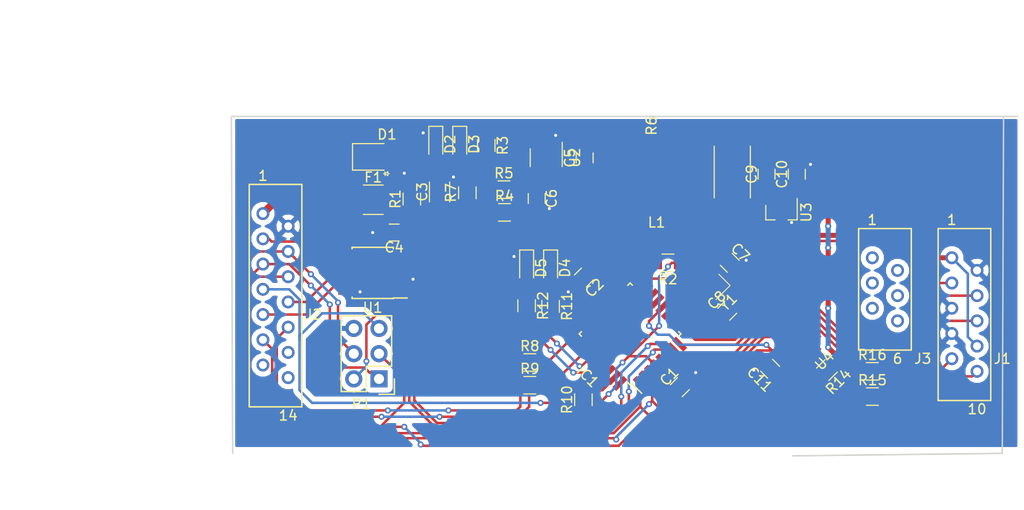
<source format=kicad_pcb>
(kicad_pcb (version 4) (host pcbnew 4.0.7-e2-6376~58~ubuntu16.04.1)

  (general
    (links 105)
    (no_connects 0)
    (area 94.564998 27.64676 196.3534 79.017718)
    (thickness 1.6)
    (drawings 21)
    (tracks 477)
    (zones 0)
    (modules 43)
    (nets 72)
  )

  (page A4)
  (layers
    (0 F.Cu signal)
    (31 B.Cu signal)
    (32 B.Adhes user)
    (33 F.Adhes user)
    (34 B.Paste user)
    (35 F.Paste user)
    (36 B.SilkS user)
    (37 F.SilkS user)
    (38 B.Mask user)
    (39 F.Mask user)
    (40 Dwgs.User user)
    (41 Cmts.User user)
    (42 Eco1.User user)
    (43 Eco2.User user)
    (44 Edge.Cuts user)
    (45 Margin user)
    (46 B.CrtYd user)
    (47 F.CrtYd user)
    (48 B.Fab user)
    (49 F.Fab user)
  )

  (setup
    (last_trace_width 0.1524)
    (user_trace_width 0.254)
    (user_trace_width 0.508)
    (user_trace_width 0.762)
    (trace_clearance 0.1524)
    (zone_clearance 0.508)
    (zone_45_only no)
    (trace_min 0.1524)
    (segment_width 0.2)
    (edge_width 0.15)
    (via_size 0.6096)
    (via_drill 0.3048)
    (via_min_size 0.6096)
    (via_min_drill 0.3048)
    (uvia_size 0.3)
    (uvia_drill 0.1)
    (uvias_allowed no)
    (uvia_min_size 0)
    (uvia_min_drill 0)
    (pcb_text_width 0.3)
    (pcb_text_size 1.5 1.5)
    (mod_edge_width 0.15)
    (mod_text_size 1 1)
    (mod_text_width 0.15)
    (pad_size 1.524 1.524)
    (pad_drill 0.762)
    (pad_to_mask_clearance 0.2)
    (aux_axis_origin 0 0)
    (visible_elements FFFFD769)
    (pcbplotparams
      (layerselection 0x00030_80000001)
      (usegerberextensions false)
      (excludeedgelayer true)
      (linewidth 0.100000)
      (plotframeref false)
      (viasonmask false)
      (mode 1)
      (useauxorigin false)
      (hpglpennumber 1)
      (hpglpenspeed 20)
      (hpglpendiameter 15)
      (hpglpenoverlay 2)
      (psnegative false)
      (psa4output false)
      (plotreference true)
      (plotvalue true)
      (plotinvisibletext false)
      (padsonsilk false)
      (subtractmaskfromsilk false)
      (outputformat 1)
      (mirror false)
      (drillshape 1)
      (scaleselection 1)
      (outputdirectory ""))
  )

  (net 0 "")
  (net 1 VCC)
  (net 2 GND)
  (net 3 "Net-(C2-Pad1)")
  (net 4 "Net-(C3-Pad1)")
  (net 5 "Net-(C5-Pad1)")
  (net 6 "Net-(C5-Pad2)")
  (net 7 "Net-(C6-Pad1)")
  (net 8 "Net-(C7-Pad1)")
  (net 9 "Net-(C8-Pad1)")
  (net 10 +3V3)
  (net 11 +12V)
  (net 12 "Net-(D2-Pad2)")
  (net 13 "Net-(D3-Pad2)")
  (net 14 "Net-(D4-Pad2)")
  (net 15 "Net-(D5-Pad2)")
  (net 16 MISO)
  (net 17 MOSI)
  (net 18 TXCAN)
  (net 19 RXCAN)
  (net 20 IMD)
  (net 21 AMS)
  (net 22 SCK)
  (net 23 "Net-(IC1-Pad13)")
  (net 24 "Net-(IC1-Pad14)")
  (net 25 "Net-(IC1-Pad15)")
  (net 26 START)
  (net 27 "Net-(IC1-Pad17)")
  (net 28 "Net-(IC1-Pad18)")
  (net 29 "Net-(IC1-Pad21)")
  (net 30 "Net-(IC1-Pad22)")
  (net 31 "Net-(IC1-Pad24)")
  (net 32 "Net-(IC1-Pad25)")
  (net 33 "Net-(IC1-Pad26)")
  (net 34 "Net-(IC1-Pad27)")
  (net 35 "Net-(IC1-Pad28)")
  (net 36 "Net-(IC1-Pad29)")
  (net 37 "Net-(IC1-Pad30)")
  (net 38 AT_RESET)
  (net 39 "Net-(IC1-Pad32)")
  (net 40 SDA)
  (net 41 SCL)
  (net 42 CANH)
  (net 43 CANL)
  (net 44 LED1)
  (net 45 LED2)
  (net 46 "Net-(R3-Pad2)")
  (net 47 "Net-(R4-Pad1)")
  (net 48 "Net-(R14-Pad2)")
  (net 49 "Net-(U1-Pad5)")
  (net 50 "Net-(U4-Pad5)")
  (net 51 "Net-(U4-Pad6)")
  (net 52 "Net-(U4-Pad7)")
  (net 53 "Net-(U4-Pad8)")
  (net 54 "Net-(U4-Pad9)")
  (net 55 "Net-(U4-Pad10)")
  (net 56 "Net-(U4-Pad11)")
  (net 57 "Net-(U4-Pad12)")
  (net 58 "Net-(U4-Pad13)")
  (net 59 "Net-(U4-Pad14)")
  (net 60 "Net-(U4-Pad15)")
  (net 61 CS)
  (net 62 "Net-(IC1-Pad23)")
  (net 63 "Net-(J3-Pad5)")
  (net 64 "Net-(J3-Pad3)")
  (net 65 "Net-(J3-Pad1)")
  (net 66 "Net-(J3-Pad2)")
  (net 67 "Net-(J3-Pad4)")
  (net 68 "Net-(J3-Pad6)")
  (net 69 "Net-(J2-Pad12)")
  (net 70 "Net-(J2-Pad13)")
  (net 71 "Net-(J2-Pad14)")

  (net_class Default "This is the default net class."
    (clearance 0.1524)
    (trace_width 0.1524)
    (via_dia 0.6096)
    (via_drill 0.3048)
    (uvia_dia 0.3)
    (uvia_drill 0.1)
    (add_net +12V)
    (add_net +3V3)
    (add_net AMS)
    (add_net AT_RESET)
    (add_net CANH)
    (add_net CANL)
    (add_net CS)
    (add_net GND)
    (add_net IMD)
    (add_net LED1)
    (add_net LED2)
    (add_net MISO)
    (add_net MOSI)
    (add_net "Net-(C2-Pad1)")
    (add_net "Net-(C3-Pad1)")
    (add_net "Net-(C5-Pad1)")
    (add_net "Net-(C5-Pad2)")
    (add_net "Net-(C6-Pad1)")
    (add_net "Net-(C7-Pad1)")
    (add_net "Net-(C8-Pad1)")
    (add_net "Net-(D2-Pad2)")
    (add_net "Net-(D3-Pad2)")
    (add_net "Net-(D4-Pad2)")
    (add_net "Net-(D5-Pad2)")
    (add_net "Net-(IC1-Pad13)")
    (add_net "Net-(IC1-Pad14)")
    (add_net "Net-(IC1-Pad15)")
    (add_net "Net-(IC1-Pad17)")
    (add_net "Net-(IC1-Pad18)")
    (add_net "Net-(IC1-Pad21)")
    (add_net "Net-(IC1-Pad22)")
    (add_net "Net-(IC1-Pad23)")
    (add_net "Net-(IC1-Pad24)")
    (add_net "Net-(IC1-Pad25)")
    (add_net "Net-(IC1-Pad26)")
    (add_net "Net-(IC1-Pad27)")
    (add_net "Net-(IC1-Pad28)")
    (add_net "Net-(IC1-Pad29)")
    (add_net "Net-(IC1-Pad30)")
    (add_net "Net-(IC1-Pad32)")
    (add_net "Net-(J2-Pad12)")
    (add_net "Net-(J2-Pad13)")
    (add_net "Net-(J2-Pad14)")
    (add_net "Net-(J3-Pad1)")
    (add_net "Net-(J3-Pad2)")
    (add_net "Net-(J3-Pad3)")
    (add_net "Net-(J3-Pad4)")
    (add_net "Net-(J3-Pad5)")
    (add_net "Net-(J3-Pad6)")
    (add_net "Net-(R14-Pad2)")
    (add_net "Net-(R3-Pad2)")
    (add_net "Net-(R4-Pad1)")
    (add_net "Net-(U1-Pad5)")
    (add_net "Net-(U4-Pad10)")
    (add_net "Net-(U4-Pad11)")
    (add_net "Net-(U4-Pad12)")
    (add_net "Net-(U4-Pad13)")
    (add_net "Net-(U4-Pad14)")
    (add_net "Net-(U4-Pad15)")
    (add_net "Net-(U4-Pad5)")
    (add_net "Net-(U4-Pad6)")
    (add_net "Net-(U4-Pad7)")
    (add_net "Net-(U4-Pad8)")
    (add_net "Net-(U4-Pad9)")
    (add_net RXCAN)
    (add_net SCK)
    (add_net SCL)
    (add_net SDA)
    (add_net START)
    (add_net TXCAN)
    (add_net VCC)
  )

  (module Capacitors_SMD:C_0805 (layer F.Cu) (tedit 58AA8463) (tstamp 5A19D7FB)
    (at 172.085 64.77 135)
    (descr "Capacitor SMD 0805, reflow soldering, AVX (see smccp.pdf)")
    (tags "capacitor 0805")
    (path /59FF67C8)
    (attr smd)
    (fp_text reference C11 (at 0 -1.5 135) (layer F.SilkS)
      (effects (font (size 1 1) (thickness 0.15)))
    )
    (fp_text value 0.1uF (at 0 1.75 135) (layer F.Fab)
      (effects (font (size 1 1) (thickness 0.15)))
    )
    (fp_text user %R (at 0 -1.5 135) (layer F.Fab)
      (effects (font (size 1 1) (thickness 0.15)))
    )
    (fp_line (start -1 0.62) (end -1 -0.62) (layer F.Fab) (width 0.1))
    (fp_line (start 1 0.62) (end -1 0.62) (layer F.Fab) (width 0.1))
    (fp_line (start 1 -0.62) (end 1 0.62) (layer F.Fab) (width 0.1))
    (fp_line (start -1 -0.62) (end 1 -0.62) (layer F.Fab) (width 0.1))
    (fp_line (start 0.5 -0.85) (end -0.5 -0.85) (layer F.SilkS) (width 0.12))
    (fp_line (start -0.5 0.85) (end 0.5 0.85) (layer F.SilkS) (width 0.12))
    (fp_line (start -1.75 -0.88) (end 1.75 -0.88) (layer F.CrtYd) (width 0.05))
    (fp_line (start -1.75 -0.88) (end -1.75 0.87) (layer F.CrtYd) (width 0.05))
    (fp_line (start 1.75 0.87) (end 1.75 -0.88) (layer F.CrtYd) (width 0.05))
    (fp_line (start 1.75 0.87) (end -1.75 0.87) (layer F.CrtYd) (width 0.05))
    (pad 1 smd rect (at -1 0 135) (size 1 1.25) (layers F.Cu F.Paste F.Mask)
      (net 10 +3V3))
    (pad 2 smd rect (at 1 0 135) (size 1 1.25) (layers F.Cu F.Paste F.Mask)
      (net 2 GND))
    (model Capacitors_SMD.3dshapes/C_0805.wrl
      (at (xyz 0 0 0))
      (scale (xyz 1 1 1))
      (rotate (xyz 0 0 0))
    )
  )

  (module footprints:micromatch_female_ra_14 (layer F.Cu) (tedit 59EE7F5B) (tstamp 5A19D863)
    (at 121.031 54.229)
    (path /59E925DD)
    (fp_text reference J2 (at 5.08 5.08) (layer F.SilkS)
      (effects (font (size 1 1) (thickness 0.15)))
    )
    (fp_text value micromatch_male_14 (at 6.35 0 90) (layer F.Fab) hide
      (effects (font (size 1 1) (thickness 0.15)))
    )
    (fp_text user 14 (at 2.54 15.24) (layer F.SilkS)
      (effects (font (size 1 1) (thickness 0.15)))
    )
    (fp_text user 1 (at 0 -8.89) (layer F.SilkS)
      (effects (font (size 1 1) (thickness 0.15)))
    )
    (fp_line (start -1.38 14.37) (end 3.92 14.37) (layer F.SilkS) (width 0.15))
    (fp_line (start -1.38 -8.02) (end 3.92 -8.02) (layer F.SilkS) (width 0.15))
    (fp_line (start -1.38 14.37) (end -1.38 -8.02) (layer F.SilkS) (width 0.15))
    (fp_line (start 3.92 14.37) (end 3.92 -8.02) (layer F.SilkS) (width 0.15))
    (pad 5 thru_hole circle (at 0 0) (size 1.3 1.3) (drill 0.8) (layers *.Cu *.Mask)
      (net 16 MISO))
    (pad 3 thru_hole circle (at 0 -2.54) (size 1.3 1.3) (drill 0.8) (layers *.Cu *.Mask)
      (net 1 VCC))
    (pad 1 thru_hole circle (at 0 -5.08) (size 1.3 1.3) (drill 0.8) (layers *.Cu *.Mask)
      (net 11 +12V))
    (pad 7 thru_hole circle (at 0 2.54) (size 1.3 1.3) (drill 0.8) (layers *.Cu *.Mask)
      (net 38 AT_RESET))
    (pad 2 thru_hole circle (at 2.54 -3.81) (size 1.3 1.3) (drill 0.8) (layers *.Cu *.Mask)
      (net 2 GND))
    (pad 4 thru_hole circle (at 2.54 -1.27) (size 1.3 1.3) (drill 0.8) (layers *.Cu *.Mask)
      (net 17 MOSI))
    (pad 6 thru_hole circle (at 2.54 1.27) (size 1.3 1.3) (drill 0.8) (layers *.Cu *.Mask)
      (net 22 SCK))
    (pad 8 thru_hole circle (at 2.54 3.81) (size 1.3 1.3) (drill 0.8) (layers *.Cu *.Mask)
      (net 43 CANL))
    (pad 9 thru_hole circle (at 0 5.08) (size 1.3 1.3) (drill 0.8) (layers *.Cu *.Mask)
      (net 42 CANH))
    (pad 10 thru_hole circle (at 2.54 6.35) (size 1.3 1.3) (drill 0.8) (layers *.Cu *.Mask)
      (net 44 LED1))
    (pad 11 thru_hole circle (at 0 7.62) (size 1.3 1.3) (drill 0.8) (layers *.Cu *.Mask)
      (net 45 LED2))
    (pad 12 thru_hole circle (at 2.54 8.89) (size 1.3 1.3) (drill 0.8) (layers *.Cu *.Mask)
      (net 69 "Net-(J2-Pad12)"))
    (pad 13 thru_hole circle (at 0 10.16) (size 1.3 1.3) (drill 0.8) (layers *.Cu *.Mask)
      (net 70 "Net-(J2-Pad13)"))
    (pad 14 thru_hole circle (at 2.54 11.43) (size 1.3 1.3) (drill 0.8) (layers *.Cu *.Mask)
      (net 71 "Net-(J2-Pad14)"))
  )

  (module footprints:micromatch_female_ra_10 (layer F.Cu) (tedit 59EE7FCB) (tstamp 5A19D851)
    (at 190.373 58.674)
    (path /59FC3092)
    (fp_text reference J1 (at 5.08 5.08) (layer F.SilkS)
      (effects (font (size 1 1) (thickness 0.15)))
    )
    (fp_text value micromatch_male_10 (at 6.35 0 90) (layer F.Fab) hide
      (effects (font (size 1 1) (thickness 0.15)))
    )
    (fp_text user 10 (at 2.54 10.16) (layer F.SilkS)
      (effects (font (size 1 1) (thickness 0.15)))
    )
    (fp_text user 1 (at 0 -8.89) (layer F.SilkS)
      (effects (font (size 1 1) (thickness 0.15)))
    )
    (fp_line (start -1.38 9.29) (end 3.92 9.29) (layer F.SilkS) (width 0.15))
    (fp_line (start -1.38 -8.02) (end 3.92 -8.02) (layer F.SilkS) (width 0.15))
    (fp_line (start -1.38 9.29) (end -1.38 -8.02) (layer F.SilkS) (width 0.15))
    (fp_line (start 3.92 9.29) (end 3.92 -8.02) (layer F.SilkS) (width 0.15))
    (pad 5 thru_hole circle (at 0 0) (size 1.3 1.3) (drill 0.8) (layers *.Cu *.Mask)
      (net 2 GND))
    (pad 3 thru_hole circle (at 0 -2.54) (size 1.3 1.3) (drill 0.8) (layers *.Cu *.Mask)
      (net 26 START))
    (pad 1 thru_hole circle (at 0 -5.08) (size 1.3 1.3) (drill 0.8) (layers *.Cu *.Mask)
      (net 1 VCC))
    (pad 7 thru_hole circle (at 0 2.54) (size 1.3 1.3) (drill 0.8) (layers *.Cu *.Mask)
      (net 2 GND))
    (pad 2 thru_hole circle (at 2.54 -3.81) (size 1.3 1.3) (drill 0.8) (layers *.Cu *.Mask)
      (net 2 GND))
    (pad 4 thru_hole circle (at 2.54 -1.27) (size 1.3 1.3) (drill 0.8) (layers *.Cu *.Mask)
      (net 21 AMS))
    (pad 6 thru_hole circle (at 2.54 1.27) (size 1.3 1.3) (drill 0.8) (layers *.Cu *.Mask)
      (net 20 IMD))
    (pad 8 thru_hole circle (at 2.54 3.81) (size 1.3 1.3) (drill 0.8) (layers *.Cu *.Mask)
      (net 1 VCC))
    (pad 9 thru_hole circle (at 0 5.08) (size 1.3 1.3) (drill 0.8) (layers *.Cu *.Mask)
      (net 40 SDA))
    (pad 10 thru_hole circle (at 2.54 6.35) (size 1.3 1.3) (drill 0.8) (layers *.Cu *.Mask)
      (net 41 SCL))
  )

  (module footprints:Pin_Header_Straight_2x03 (layer F.Cu) (tedit 59F24A3E) (tstamp 5A19D873)
    (at 132.715 65.786 180)
    (descr "Through hole pin header")
    (tags "pin header")
    (path /59E10F9E)
    (fp_text reference P1 (at 1.778 -2.54 180) (layer F.SilkS)
      (effects (font (size 1 1) (thickness 0.15)))
    )
    (fp_text value CONN_02X03 (at 1.27 7.874 180) (layer F.Fab) hide
      (effects (font (size 1 1) (thickness 0.15)))
    )
    (fp_line (start -1.27 1.27) (end -1.27 6.35) (layer F.SilkS) (width 0.15))
    (fp_line (start -1.55 -1.55) (end 0 -1.55) (layer F.SilkS) (width 0.15))
    (fp_line (start -1.75 -1.75) (end -1.75 6.85) (layer F.CrtYd) (width 0.05))
    (fp_line (start 4.3 -1.75) (end 4.3 6.85) (layer F.CrtYd) (width 0.05))
    (fp_line (start -1.75 -1.75) (end 4.3 -1.75) (layer F.CrtYd) (width 0.05))
    (fp_line (start -1.75 6.85) (end 4.3 6.85) (layer F.CrtYd) (width 0.05))
    (fp_line (start 1.27 -1.27) (end 1.27 1.27) (layer F.SilkS) (width 0.15))
    (fp_line (start 1.27 1.27) (end -1.27 1.27) (layer F.SilkS) (width 0.15))
    (fp_line (start -1.27 6.35) (end 3.81 6.35) (layer F.SilkS) (width 0.15))
    (fp_line (start 3.81 6.35) (end 3.81 1.27) (layer F.SilkS) (width 0.15))
    (fp_line (start -1.55 -1.55) (end -1.55 0) (layer F.SilkS) (width 0.15))
    (fp_line (start 3.81 -1.27) (end 1.27 -1.27) (layer F.SilkS) (width 0.15))
    (fp_line (start 3.81 1.27) (end 3.81 -1.27) (layer F.SilkS) (width 0.15))
    (pad 1 thru_hole rect (at 0 0 180) (size 1.7272 1.7272) (drill 1.016) (layers *.Cu *.Mask)
      (net 16 MISO))
    (pad 2 thru_hole oval (at 2.54 0 180) (size 1.7272 1.7272) (drill 1.016) (layers *.Cu *.Mask)
      (net 1 VCC))
    (pad 3 thru_hole oval (at 0 2.54 180) (size 1.7272 1.7272) (drill 1.016) (layers *.Cu *.Mask)
      (net 22 SCK))
    (pad 4 thru_hole oval (at 2.54 2.54 180) (size 1.7272 1.7272) (drill 1.016) (layers *.Cu *.Mask)
      (net 17 MOSI))
    (pad 5 thru_hole oval (at 0 5.08 180) (size 1.7272 1.7272) (drill 1.016) (layers *.Cu *.Mask)
      (net 38 AT_RESET))
    (pad 6 thru_hole oval (at 2.54 5.08 180) (size 1.7272 1.7272) (drill 1.016) (layers *.Cu *.Mask)
      (net 2 GND))
    (model Pin_Headers.3dshapes/Pin_Header_Straight_2x03.wrl
      (at (xyz 0.05 -0.1 0))
      (scale (xyz 1 1 1))
      (rotate (xyz 0 0 90))
    )
  )

  (module Capacitors_SMD:C_0805 (layer F.Cu) (tedit 58AA8463) (tstamp 5A19D7BF)
    (at 162.995893 66.620107 45)
    (descr "Capacitor SMD 0805, reflow soldering, AVX (see smccp.pdf)")
    (tags "capacitor 0805")
    (path /59E06957)
    (attr smd)
    (fp_text reference C1 (at 0 -1.5 45) (layer F.SilkS)
      (effects (font (size 1 1) (thickness 0.15)))
    )
    (fp_text value C_0.1uF (at 0 1.75 45) (layer F.Fab)
      (effects (font (size 1 1) (thickness 0.15)))
    )
    (fp_text user %R (at 0 -1.5 45) (layer F.Fab)
      (effects (font (size 1 1) (thickness 0.15)))
    )
    (fp_line (start -1 0.62) (end -1 -0.62) (layer F.Fab) (width 0.1))
    (fp_line (start 1 0.62) (end -1 0.62) (layer F.Fab) (width 0.1))
    (fp_line (start 1 -0.62) (end 1 0.62) (layer F.Fab) (width 0.1))
    (fp_line (start -1 -0.62) (end 1 -0.62) (layer F.Fab) (width 0.1))
    (fp_line (start 0.5 -0.85) (end -0.5 -0.85) (layer F.SilkS) (width 0.12))
    (fp_line (start -0.5 0.85) (end 0.5 0.85) (layer F.SilkS) (width 0.12))
    (fp_line (start -1.75 -0.88) (end 1.75 -0.88) (layer F.CrtYd) (width 0.05))
    (fp_line (start -1.75 -0.88) (end -1.75 0.87) (layer F.CrtYd) (width 0.05))
    (fp_line (start 1.75 0.87) (end 1.75 -0.88) (layer F.CrtYd) (width 0.05))
    (fp_line (start 1.75 0.87) (end -1.75 0.87) (layer F.CrtYd) (width 0.05))
    (pad 1 smd rect (at -1 0 45) (size 1 1.25) (layers F.Cu F.Paste F.Mask)
      (net 1 VCC))
    (pad 2 smd rect (at 1 0 45) (size 1 1.25) (layers F.Cu F.Paste F.Mask)
      (net 2 GND))
    (model Capacitors_SMD.3dshapes/C_0805.wrl
      (at (xyz 0 0 0))
      (scale (xyz 1 1 1))
      (rotate (xyz 0 0 0))
    )
  )

  (module Capacitors_SMD:C_0805 (layer F.Cu) (tedit 58AA8463) (tstamp 5A19D7C5)
    (at 153.343893 55.571107 225)
    (descr "Capacitor SMD 0805, reflow soldering, AVX (see smccp.pdf)")
    (tags "capacitor 0805")
    (path /59E06E67)
    (attr smd)
    (fp_text reference C2 (at 0 -1.5 225) (layer F.SilkS)
      (effects (font (size 1 1) (thickness 0.15)))
    )
    (fp_text value C_100pF (at 0 1.75 225) (layer F.Fab)
      (effects (font (size 1 1) (thickness 0.15)))
    )
    (fp_text user %R (at 0 -1.5 225) (layer F.Fab)
      (effects (font (size 1 1) (thickness 0.15)))
    )
    (fp_line (start -1 0.62) (end -1 -0.62) (layer F.Fab) (width 0.1))
    (fp_line (start 1 0.62) (end -1 0.62) (layer F.Fab) (width 0.1))
    (fp_line (start 1 -0.62) (end 1 0.62) (layer F.Fab) (width 0.1))
    (fp_line (start -1 -0.62) (end 1 -0.62) (layer F.Fab) (width 0.1))
    (fp_line (start 0.5 -0.85) (end -0.5 -0.85) (layer F.SilkS) (width 0.12))
    (fp_line (start -0.5 0.85) (end 0.5 0.85) (layer F.SilkS) (width 0.12))
    (fp_line (start -1.75 -0.88) (end 1.75 -0.88) (layer F.CrtYd) (width 0.05))
    (fp_line (start -1.75 -0.88) (end -1.75 0.87) (layer F.CrtYd) (width 0.05))
    (fp_line (start 1.75 0.87) (end 1.75 -0.88) (layer F.CrtYd) (width 0.05))
    (fp_line (start 1.75 0.87) (end -1.75 0.87) (layer F.CrtYd) (width 0.05))
    (pad 1 smd rect (at -1 0 225) (size 1 1.25) (layers F.Cu F.Paste F.Mask)
      (net 3 "Net-(C2-Pad1)"))
    (pad 2 smd rect (at 1 0 225) (size 1 1.25) (layers F.Cu F.Paste F.Mask)
      (net 2 GND))
    (model Capacitors_SMD.3dshapes/C_0805.wrl
      (at (xyz 0 0 0))
      (scale (xyz 1 1 1))
      (rotate (xyz 0 0 0))
    )
  )

  (module Capacitors_SMD:C_1206 (layer F.Cu) (tedit 58AA84B8) (tstamp 5A19D7CB)
    (at 138.811 46.966 90)
    (descr "Capacitor SMD 1206, reflow soldering, AVX (see smccp.pdf)")
    (tags "capacitor 1206")
    (path /59E04907)
    (attr smd)
    (fp_text reference C3 (at 0 -1.75 90) (layer F.SilkS)
      (effects (font (size 1 1) (thickness 0.15)))
    )
    (fp_text value C_22uF (at 0 2 90) (layer F.Fab)
      (effects (font (size 1 1) (thickness 0.15)))
    )
    (fp_text user %R (at 0 -1.75 90) (layer F.Fab)
      (effects (font (size 1 1) (thickness 0.15)))
    )
    (fp_line (start -1.6 0.8) (end -1.6 -0.8) (layer F.Fab) (width 0.1))
    (fp_line (start 1.6 0.8) (end -1.6 0.8) (layer F.Fab) (width 0.1))
    (fp_line (start 1.6 -0.8) (end 1.6 0.8) (layer F.Fab) (width 0.1))
    (fp_line (start -1.6 -0.8) (end 1.6 -0.8) (layer F.Fab) (width 0.1))
    (fp_line (start 1 -1.02) (end -1 -1.02) (layer F.SilkS) (width 0.12))
    (fp_line (start -1 1.02) (end 1 1.02) (layer F.SilkS) (width 0.12))
    (fp_line (start -2.25 -1.05) (end 2.25 -1.05) (layer F.CrtYd) (width 0.05))
    (fp_line (start -2.25 -1.05) (end -2.25 1.05) (layer F.CrtYd) (width 0.05))
    (fp_line (start 2.25 1.05) (end 2.25 -1.05) (layer F.CrtYd) (width 0.05))
    (fp_line (start 2.25 1.05) (end -2.25 1.05) (layer F.CrtYd) (width 0.05))
    (pad 1 smd rect (at -1.5 0 90) (size 1 1.6) (layers F.Cu F.Paste F.Mask)
      (net 4 "Net-(C3-Pad1)"))
    (pad 2 smd rect (at 1.5 0 90) (size 1 1.6) (layers F.Cu F.Paste F.Mask)
      (net 2 GND))
    (model Capacitors_SMD.3dshapes/C_1206.wrl
      (at (xyz 0 0 0))
      (scale (xyz 1 1 1))
      (rotate (xyz 0 0 0))
    )
  )

  (module Capacitors_SMD:C_0805 (layer F.Cu) (tedit 58AA8463) (tstamp 5A19D7D1)
    (at 134.239 51.054 180)
    (descr "Capacitor SMD 0805, reflow soldering, AVX (see smccp.pdf)")
    (tags "capacitor 0805")
    (path /59E068FA)
    (attr smd)
    (fp_text reference C4 (at 0 -1.5 180) (layer F.SilkS)
      (effects (font (size 1 1) (thickness 0.15)))
    )
    (fp_text value C_0.1uF (at 0 1.75 180) (layer F.Fab)
      (effects (font (size 1 1) (thickness 0.15)))
    )
    (fp_text user %R (at 0 -1.5 180) (layer F.Fab)
      (effects (font (size 1 1) (thickness 0.15)))
    )
    (fp_line (start -1 0.62) (end -1 -0.62) (layer F.Fab) (width 0.1))
    (fp_line (start 1 0.62) (end -1 0.62) (layer F.Fab) (width 0.1))
    (fp_line (start 1 -0.62) (end 1 0.62) (layer F.Fab) (width 0.1))
    (fp_line (start -1 -0.62) (end 1 -0.62) (layer F.Fab) (width 0.1))
    (fp_line (start 0.5 -0.85) (end -0.5 -0.85) (layer F.SilkS) (width 0.12))
    (fp_line (start -0.5 0.85) (end 0.5 0.85) (layer F.SilkS) (width 0.12))
    (fp_line (start -1.75 -0.88) (end 1.75 -0.88) (layer F.CrtYd) (width 0.05))
    (fp_line (start -1.75 -0.88) (end -1.75 0.87) (layer F.CrtYd) (width 0.05))
    (fp_line (start 1.75 0.87) (end 1.75 -0.88) (layer F.CrtYd) (width 0.05))
    (fp_line (start 1.75 0.87) (end -1.75 0.87) (layer F.CrtYd) (width 0.05))
    (pad 1 smd rect (at -1 0 180) (size 1 1.25) (layers F.Cu F.Paste F.Mask)
      (net 1 VCC))
    (pad 2 smd rect (at 1 0 180) (size 1 1.25) (layers F.Cu F.Paste F.Mask)
      (net 2 GND))
    (model Capacitors_SMD.3dshapes/C_0805.wrl
      (at (xyz 0 0 0))
      (scale (xyz 1 1 1))
      (rotate (xyz 0 0 0))
    )
  )

  (module Capacitors_SMD:C_0805 (layer F.Cu) (tedit 58AA8463) (tstamp 5A19D7D7)
    (at 153.416 43.545 90)
    (descr "Capacitor SMD 0805, reflow soldering, AVX (see smccp.pdf)")
    (tags "capacitor 0805")
    (path /59E048C8)
    (attr smd)
    (fp_text reference C5 (at 0 -1.5 90) (layer F.SilkS)
      (effects (font (size 1 1) (thickness 0.15)))
    )
    (fp_text value C_0.1uF (at 0 1.75 90) (layer F.Fab)
      (effects (font (size 1 1) (thickness 0.15)))
    )
    (fp_text user %R (at 0 -1.5 90) (layer F.Fab)
      (effects (font (size 1 1) (thickness 0.15)))
    )
    (fp_line (start -1 0.62) (end -1 -0.62) (layer F.Fab) (width 0.1))
    (fp_line (start 1 0.62) (end -1 0.62) (layer F.Fab) (width 0.1))
    (fp_line (start 1 -0.62) (end 1 0.62) (layer F.Fab) (width 0.1))
    (fp_line (start -1 -0.62) (end 1 -0.62) (layer F.Fab) (width 0.1))
    (fp_line (start 0.5 -0.85) (end -0.5 -0.85) (layer F.SilkS) (width 0.12))
    (fp_line (start -0.5 0.85) (end 0.5 0.85) (layer F.SilkS) (width 0.12))
    (fp_line (start -1.75 -0.88) (end 1.75 -0.88) (layer F.CrtYd) (width 0.05))
    (fp_line (start -1.75 -0.88) (end -1.75 0.87) (layer F.CrtYd) (width 0.05))
    (fp_line (start 1.75 0.87) (end 1.75 -0.88) (layer F.CrtYd) (width 0.05))
    (fp_line (start 1.75 0.87) (end -1.75 0.87) (layer F.CrtYd) (width 0.05))
    (pad 1 smd rect (at -1 0 90) (size 1 1.25) (layers F.Cu F.Paste F.Mask)
      (net 5 "Net-(C5-Pad1)"))
    (pad 2 smd rect (at 1 0 90) (size 1 1.25) (layers F.Cu F.Paste F.Mask)
      (net 6 "Net-(C5-Pad2)"))
    (model Capacitors_SMD.3dshapes/C_0805.wrl
      (at (xyz 0 0 0))
      (scale (xyz 1 1 1))
      (rotate (xyz 0 0 0))
    )
  )

  (module Capacitors_SMD:C_0805 (layer F.Cu) (tedit 58AA8463) (tstamp 5A19D7DD)
    (at 148.59 47.625 270)
    (descr "Capacitor SMD 0805, reflow soldering, AVX (see smccp.pdf)")
    (tags "capacitor 0805")
    (path /59E0494E)
    (attr smd)
    (fp_text reference C6 (at 0 -1.5 270) (layer F.SilkS)
      (effects (font (size 1 1) (thickness 0.15)))
    )
    (fp_text value C_47uF (at 0 1.75 270) (layer F.Fab)
      (effects (font (size 1 1) (thickness 0.15)))
    )
    (fp_text user %R (at 0 -1.5 270) (layer F.Fab)
      (effects (font (size 1 1) (thickness 0.15)))
    )
    (fp_line (start -1 0.62) (end -1 -0.62) (layer F.Fab) (width 0.1))
    (fp_line (start 1 0.62) (end -1 0.62) (layer F.Fab) (width 0.1))
    (fp_line (start 1 -0.62) (end 1 0.62) (layer F.Fab) (width 0.1))
    (fp_line (start -1 -0.62) (end 1 -0.62) (layer F.Fab) (width 0.1))
    (fp_line (start 0.5 -0.85) (end -0.5 -0.85) (layer F.SilkS) (width 0.12))
    (fp_line (start -0.5 0.85) (end 0.5 0.85) (layer F.SilkS) (width 0.12))
    (fp_line (start -1.75 -0.88) (end 1.75 -0.88) (layer F.CrtYd) (width 0.05))
    (fp_line (start -1.75 -0.88) (end -1.75 0.87) (layer F.CrtYd) (width 0.05))
    (fp_line (start 1.75 0.87) (end 1.75 -0.88) (layer F.CrtYd) (width 0.05))
    (fp_line (start 1.75 0.87) (end -1.75 0.87) (layer F.CrtYd) (width 0.05))
    (pad 1 smd rect (at -1 0 270) (size 1 1.25) (layers F.Cu F.Paste F.Mask)
      (net 7 "Net-(C6-Pad1)"))
    (pad 2 smd rect (at 1 0 270) (size 1 1.25) (layers F.Cu F.Paste F.Mask)
      (net 2 GND))
    (model Capacitors_SMD.3dshapes/C_0805.wrl
      (at (xyz 0 0 0))
      (scale (xyz 1 1 1))
      (rotate (xyz 0 0 0))
    )
  )

  (module Capacitors_SMD:C_0805 (layer F.Cu) (tedit 58AA8463) (tstamp 5A19D7E3)
    (at 168.021 54.102 315)
    (descr "Capacitor SMD 0805, reflow soldering, AVX (see smccp.pdf)")
    (tags "capacitor 0805")
    (path /59E06F43)
    (attr smd)
    (fp_text reference C7 (at 0 -1.5 315) (layer F.SilkS)
      (effects (font (size 1 1) (thickness 0.15)))
    )
    (fp_text value C_30pF (at 0 1.75 315) (layer F.Fab)
      (effects (font (size 1 1) (thickness 0.15)))
    )
    (fp_text user %R (at 0 -1.5 315) (layer F.Fab)
      (effects (font (size 1 1) (thickness 0.15)))
    )
    (fp_line (start -1 0.62) (end -1 -0.62) (layer F.Fab) (width 0.1))
    (fp_line (start 1 0.62) (end -1 0.62) (layer F.Fab) (width 0.1))
    (fp_line (start 1 -0.62) (end 1 0.62) (layer F.Fab) (width 0.1))
    (fp_line (start -1 -0.62) (end 1 -0.62) (layer F.Fab) (width 0.1))
    (fp_line (start 0.5 -0.85) (end -0.5 -0.85) (layer F.SilkS) (width 0.12))
    (fp_line (start -0.5 0.85) (end 0.5 0.85) (layer F.SilkS) (width 0.12))
    (fp_line (start -1.75 -0.88) (end 1.75 -0.88) (layer F.CrtYd) (width 0.05))
    (fp_line (start -1.75 -0.88) (end -1.75 0.87) (layer F.CrtYd) (width 0.05))
    (fp_line (start 1.75 0.87) (end 1.75 -0.88) (layer F.CrtYd) (width 0.05))
    (fp_line (start 1.75 0.87) (end -1.75 0.87) (layer F.CrtYd) (width 0.05))
    (pad 1 smd rect (at -1 0 315) (size 1 1.25) (layers F.Cu F.Paste F.Mask)
      (net 8 "Net-(C7-Pad1)"))
    (pad 2 smd rect (at 1 0 315) (size 1 1.25) (layers F.Cu F.Paste F.Mask)
      (net 2 GND))
    (model Capacitors_SMD.3dshapes/C_0805.wrl
      (at (xyz 0 0 0))
      (scale (xyz 1 1 1))
      (rotate (xyz 0 0 0))
    )
  )

  (module Capacitors_SMD:C_0805 (layer F.Cu) (tedit 58AA8463) (tstamp 5A19D7E9)
    (at 167.767 58.928 45)
    (descr "Capacitor SMD 0805, reflow soldering, AVX (see smccp.pdf)")
    (tags "capacitor 0805")
    (path /59E06ED0)
    (attr smd)
    (fp_text reference C8 (at 0 -1.5 45) (layer F.SilkS)
      (effects (font (size 1 1) (thickness 0.15)))
    )
    (fp_text value C_30pF (at 0 1.75 45) (layer F.Fab)
      (effects (font (size 1 1) (thickness 0.15)))
    )
    (fp_text user %R (at 0 -1.5 45) (layer F.Fab)
      (effects (font (size 1 1) (thickness 0.15)))
    )
    (fp_line (start -1 0.62) (end -1 -0.62) (layer F.Fab) (width 0.1))
    (fp_line (start 1 0.62) (end -1 0.62) (layer F.Fab) (width 0.1))
    (fp_line (start 1 -0.62) (end 1 0.62) (layer F.Fab) (width 0.1))
    (fp_line (start -1 -0.62) (end 1 -0.62) (layer F.Fab) (width 0.1))
    (fp_line (start 0.5 -0.85) (end -0.5 -0.85) (layer F.SilkS) (width 0.12))
    (fp_line (start -0.5 0.85) (end 0.5 0.85) (layer F.SilkS) (width 0.12))
    (fp_line (start -1.75 -0.88) (end 1.75 -0.88) (layer F.CrtYd) (width 0.05))
    (fp_line (start -1.75 -0.88) (end -1.75 0.87) (layer F.CrtYd) (width 0.05))
    (fp_line (start 1.75 0.87) (end 1.75 -0.88) (layer F.CrtYd) (width 0.05))
    (fp_line (start 1.75 0.87) (end -1.75 0.87) (layer F.CrtYd) (width 0.05))
    (pad 1 smd rect (at -1 0 45) (size 1 1.25) (layers F.Cu F.Paste F.Mask)
      (net 9 "Net-(C8-Pad1)"))
    (pad 2 smd rect (at 1 0 45) (size 1 1.25) (layers F.Cu F.Paste F.Mask)
      (net 2 GND))
    (model Capacitors_SMD.3dshapes/C_0805.wrl
      (at (xyz 0 0 0))
      (scale (xyz 1 1 1))
      (rotate (xyz 0 0 0))
    )
  )

  (module Capacitors_SMD:C_0805 (layer F.Cu) (tedit 58AA8463) (tstamp 5A19D7EF)
    (at 171.722166 45.181238 90)
    (descr "Capacitor SMD 0805, reflow soldering, AVX (see smccp.pdf)")
    (tags "capacitor 0805")
    (path /59FBC64C)
    (attr smd)
    (fp_text reference C9 (at 0 -1.5 90) (layer F.SilkS)
      (effects (font (size 1 1) (thickness 0.15)))
    )
    (fp_text value 0.1uF (at 0 1.75 90) (layer F.Fab)
      (effects (font (size 1 1) (thickness 0.15)))
    )
    (fp_text user %R (at 0 -1.5 90) (layer F.Fab)
      (effects (font (size 1 1) (thickness 0.15)))
    )
    (fp_line (start -1 0.62) (end -1 -0.62) (layer F.Fab) (width 0.1))
    (fp_line (start 1 0.62) (end -1 0.62) (layer F.Fab) (width 0.1))
    (fp_line (start 1 -0.62) (end 1 0.62) (layer F.Fab) (width 0.1))
    (fp_line (start -1 -0.62) (end 1 -0.62) (layer F.Fab) (width 0.1))
    (fp_line (start 0.5 -0.85) (end -0.5 -0.85) (layer F.SilkS) (width 0.12))
    (fp_line (start -0.5 0.85) (end 0.5 0.85) (layer F.SilkS) (width 0.12))
    (fp_line (start -1.75 -0.88) (end 1.75 -0.88) (layer F.CrtYd) (width 0.05))
    (fp_line (start -1.75 -0.88) (end -1.75 0.87) (layer F.CrtYd) (width 0.05))
    (fp_line (start 1.75 0.87) (end 1.75 -0.88) (layer F.CrtYd) (width 0.05))
    (fp_line (start 1.75 0.87) (end -1.75 0.87) (layer F.CrtYd) (width 0.05))
    (pad 1 smd rect (at -1 0 90) (size 1 1.25) (layers F.Cu F.Paste F.Mask)
      (net 1 VCC))
    (pad 2 smd rect (at 1 0 90) (size 1 1.25) (layers F.Cu F.Paste F.Mask)
      (net 2 GND))
    (model Capacitors_SMD.3dshapes/C_0805.wrl
      (at (xyz 0 0 0))
      (scale (xyz 1 1 1))
      (rotate (xyz 0 0 0))
    )
  )

  (module Capacitors_SMD:C_0805 (layer F.Cu) (tedit 58AA8463) (tstamp 5A19D7F5)
    (at 174.770166 45.181238 90)
    (descr "Capacitor SMD 0805, reflow soldering, AVX (see smccp.pdf)")
    (tags "capacitor 0805")
    (path /59FBC866)
    (attr smd)
    (fp_text reference C10 (at 0 -1.5 90) (layer F.SilkS)
      (effects (font (size 1 1) (thickness 0.15)))
    )
    (fp_text value 10uF (at 0 1.75 90) (layer F.Fab)
      (effects (font (size 1 1) (thickness 0.15)))
    )
    (fp_text user %R (at 0 -1.5 90) (layer F.Fab)
      (effects (font (size 1 1) (thickness 0.15)))
    )
    (fp_line (start -1 0.62) (end -1 -0.62) (layer F.Fab) (width 0.1))
    (fp_line (start 1 0.62) (end -1 0.62) (layer F.Fab) (width 0.1))
    (fp_line (start 1 -0.62) (end 1 0.62) (layer F.Fab) (width 0.1))
    (fp_line (start -1 -0.62) (end 1 -0.62) (layer F.Fab) (width 0.1))
    (fp_line (start 0.5 -0.85) (end -0.5 -0.85) (layer F.SilkS) (width 0.12))
    (fp_line (start -0.5 0.85) (end 0.5 0.85) (layer F.SilkS) (width 0.12))
    (fp_line (start -1.75 -0.88) (end 1.75 -0.88) (layer F.CrtYd) (width 0.05))
    (fp_line (start -1.75 -0.88) (end -1.75 0.87) (layer F.CrtYd) (width 0.05))
    (fp_line (start 1.75 0.87) (end 1.75 -0.88) (layer F.CrtYd) (width 0.05))
    (fp_line (start 1.75 0.87) (end -1.75 0.87) (layer F.CrtYd) (width 0.05))
    (pad 1 smd rect (at -1 0 90) (size 1 1.25) (layers F.Cu F.Paste F.Mask)
      (net 10 +3V3))
    (pad 2 smd rect (at 1 0 90) (size 1 1.25) (layers F.Cu F.Paste F.Mask)
      (net 2 GND))
    (model Capacitors_SMD.3dshapes/C_0805.wrl
      (at (xyz 0 0 0))
      (scale (xyz 1 1 1))
      (rotate (xyz 0 0 0))
    )
  )

  (module footprints:DO-214AA (layer F.Cu) (tedit 59F242BC) (tstamp 5A19D801)
    (at 133.223 43.434)
    (descr "http://www.diodes.com/datasheets/ap02001.pdf p.144")
    (tags "Diode SOD523")
    (path /59F6060A)
    (attr smd)
    (fp_text reference D1 (at 0.3 -2.25) (layer F.SilkS)
      (effects (font (size 1 1) (thickness 0.15)))
    )
    (fp_text value D_Zener_18V (at 0 2.286) (layer F.Fab) hide
      (effects (font (size 1 1) (thickness 0.15)))
    )
    (fp_line (start -3.175 -1.3335) (end -3.175 1.3335) (layer F.SilkS) (width 0.12))
    (fp_line (start 3.302 -1.4605) (end 3.302 1.4605) (layer F.CrtYd) (width 0.05))
    (fp_line (start -3.302 -1.4605) (end 3.302 -1.4605) (layer F.CrtYd) (width 0.05))
    (fp_line (start -3.302 -1.4605) (end -3.302 1.4605) (layer F.CrtYd) (width 0.05))
    (fp_line (start -3.302 1.4605) (end 3.302 1.4605) (layer F.CrtYd) (width 0.05))
    (fp_line (start 0.384 1.696) (end 0.534 1.696) (layer F.SilkS) (width 0.1))
    (fp_line (start 0.384 1.496) (end 0.084 1.696) (layer F.SilkS) (width 0.1))
    (fp_line (start 0.384 1.896) (end 0.384 1.496) (layer F.SilkS) (width 0.1))
    (fp_line (start 0.084 1.696) (end 0.384 1.896) (layer F.SilkS) (width 0.1))
    (fp_line (start 0.084 1.696) (end -0.066 1.696) (layer F.SilkS) (width 0.1))
    (fp_line (start 0.084 1.896) (end 0.084 1.496) (layer F.SilkS) (width 0.1))
    (fp_line (start 2.3749 -1.9685) (end 2.3749 1.9685) (layer F.Fab) (width 0.1))
    (fp_line (start -2.3749 -1.9685) (end 2.3749 -1.9685) (layer F.Fab) (width 0.1))
    (fp_line (start -2.3749 -1.9685) (end -2.3749 1.9685) (layer F.Fab) (width 0.1))
    (fp_line (start 2.3749 1.9685) (end -2.3749 1.9685) (layer F.Fab) (width 0.1))
    (fp_line (start -3.175 1.3335) (end 0 1.3335) (layer F.SilkS) (width 0.12))
    (fp_line (start -3.175 -1.3335) (end 0 -1.3335) (layer F.SilkS) (width 0.12))
    (pad 2 smd rect (at 2.032 0 180) (size 1.778 2.159) (layers F.Cu F.Paste F.Mask)
      (net 2 GND))
    (pad 1 smd rect (at -2.032 0 180) (size 1.778 2.159) (layers F.Cu F.Paste F.Mask)
      (net 11 +12V))
    (model ${KISYS3DMOD}/Diodes_SMD.3dshapes/D_SOD-523.wrl
      (at (xyz 0 0 0))
      (scale (xyz 1 1 1))
      (rotate (xyz 0 0 0))
    )
  )

  (module LEDs:LED_0805 (layer F.Cu) (tedit 59959803) (tstamp 5A19D807)
    (at 138.43 42.164 270)
    (descr "LED 0805 smd package")
    (tags "LED led 0805 SMD smd SMT smt smdled SMDLED smtled SMTLED")
    (path /59E047E3)
    (attr smd)
    (fp_text reference D2 (at 0 -1.45 270) (layer F.SilkS)
      (effects (font (size 1 1) (thickness 0.15)))
    )
    (fp_text value LED_0805 (at 0 1.55 270) (layer F.Fab)
      (effects (font (size 1 1) (thickness 0.15)))
    )
    (fp_line (start -1.8 -0.7) (end -1.8 0.7) (layer F.SilkS) (width 0.12))
    (fp_line (start -0.4 -0.4) (end -0.4 0.4) (layer F.Fab) (width 0.1))
    (fp_line (start -0.4 0) (end 0.2 -0.4) (layer F.Fab) (width 0.1))
    (fp_line (start 0.2 0.4) (end -0.4 0) (layer F.Fab) (width 0.1))
    (fp_line (start 0.2 -0.4) (end 0.2 0.4) (layer F.Fab) (width 0.1))
    (fp_line (start 1 0.6) (end -1 0.6) (layer F.Fab) (width 0.1))
    (fp_line (start 1 -0.6) (end 1 0.6) (layer F.Fab) (width 0.1))
    (fp_line (start -1 -0.6) (end 1 -0.6) (layer F.Fab) (width 0.1))
    (fp_line (start -1 0.6) (end -1 -0.6) (layer F.Fab) (width 0.1))
    (fp_line (start -1.8 0.7) (end 1 0.7) (layer F.SilkS) (width 0.12))
    (fp_line (start -1.8 -0.7) (end 1 -0.7) (layer F.SilkS) (width 0.12))
    (fp_line (start 1.95 -0.85) (end 1.95 0.85) (layer F.CrtYd) (width 0.05))
    (fp_line (start 1.95 0.85) (end -1.95 0.85) (layer F.CrtYd) (width 0.05))
    (fp_line (start -1.95 0.85) (end -1.95 -0.85) (layer F.CrtYd) (width 0.05))
    (fp_line (start -1.95 -0.85) (end 1.95 -0.85) (layer F.CrtYd) (width 0.05))
    (fp_text user %R (at 0 -1.25 270) (layer F.Fab)
      (effects (font (size 0.4 0.4) (thickness 0.1)))
    )
    (pad 2 smd rect (at 1.1 0 90) (size 1.2 1.2) (layers F.Cu F.Paste F.Mask)
      (net 12 "Net-(D2-Pad2)"))
    (pad 1 smd rect (at -1.1 0 90) (size 1.2 1.2) (layers F.Cu F.Paste F.Mask)
      (net 2 GND))
    (model ${KISYS3DMOD}/LEDs.3dshapes/LED_0805.wrl
      (at (xyz 0 0 0))
      (scale (xyz 1 1 1))
      (rotate (xyz 0 0 180))
    )
  )

  (module LEDs:LED_0805 (layer F.Cu) (tedit 59959803) (tstamp 5A19D80D)
    (at 140.843 42.164 270)
    (descr "LED 0805 smd package")
    (tags "LED led 0805 SMD smd SMT smt smdled SMDLED smtled SMTLED")
    (path /59E0483A)
    (attr smd)
    (fp_text reference D3 (at 0 -1.45 270) (layer F.SilkS)
      (effects (font (size 1 1) (thickness 0.15)))
    )
    (fp_text value LED_0805 (at 0 1.55 270) (layer F.Fab)
      (effects (font (size 1 1) (thickness 0.15)))
    )
    (fp_line (start -1.8 -0.7) (end -1.8 0.7) (layer F.SilkS) (width 0.12))
    (fp_line (start -0.4 -0.4) (end -0.4 0.4) (layer F.Fab) (width 0.1))
    (fp_line (start -0.4 0) (end 0.2 -0.4) (layer F.Fab) (width 0.1))
    (fp_line (start 0.2 0.4) (end -0.4 0) (layer F.Fab) (width 0.1))
    (fp_line (start 0.2 -0.4) (end 0.2 0.4) (layer F.Fab) (width 0.1))
    (fp_line (start 1 0.6) (end -1 0.6) (layer F.Fab) (width 0.1))
    (fp_line (start 1 -0.6) (end 1 0.6) (layer F.Fab) (width 0.1))
    (fp_line (start -1 -0.6) (end 1 -0.6) (layer F.Fab) (width 0.1))
    (fp_line (start -1 0.6) (end -1 -0.6) (layer F.Fab) (width 0.1))
    (fp_line (start -1.8 0.7) (end 1 0.7) (layer F.SilkS) (width 0.12))
    (fp_line (start -1.8 -0.7) (end 1 -0.7) (layer F.SilkS) (width 0.12))
    (fp_line (start 1.95 -0.85) (end 1.95 0.85) (layer F.CrtYd) (width 0.05))
    (fp_line (start 1.95 0.85) (end -1.95 0.85) (layer F.CrtYd) (width 0.05))
    (fp_line (start -1.95 0.85) (end -1.95 -0.85) (layer F.CrtYd) (width 0.05))
    (fp_line (start -1.95 -0.85) (end 1.95 -0.85) (layer F.CrtYd) (width 0.05))
    (fp_text user %R (at 0 -1.25 270) (layer F.Fab)
      (effects (font (size 0.4 0.4) (thickness 0.1)))
    )
    (pad 2 smd rect (at 1.1 0 90) (size 1.2 1.2) (layers F.Cu F.Paste F.Mask)
      (net 13 "Net-(D3-Pad2)"))
    (pad 1 smd rect (at -1.1 0 90) (size 1.2 1.2) (layers F.Cu F.Paste F.Mask)
      (net 2 GND))
    (model ${KISYS3DMOD}/LEDs.3dshapes/LED_0805.wrl
      (at (xyz 0 0 0))
      (scale (xyz 1 1 1))
      (rotate (xyz 0 0 180))
    )
  )

  (module LEDs:LED_0805 (layer F.Cu) (tedit 59959803) (tstamp 5A19D813)
    (at 149.987 54.61 270)
    (descr "LED 0805 smd package")
    (tags "LED led 0805 SMD smd SMT smt smdled SMDLED smtled SMTLED")
    (path /5A05169B)
    (attr smd)
    (fp_text reference D4 (at 0 -1.45 270) (layer F.SilkS)
      (effects (font (size 1 1) (thickness 0.15)))
    )
    (fp_text value LED_0805 (at 0 1.55 270) (layer F.Fab)
      (effects (font (size 1 1) (thickness 0.15)))
    )
    (fp_line (start -1.8 -0.7) (end -1.8 0.7) (layer F.SilkS) (width 0.12))
    (fp_line (start -0.4 -0.4) (end -0.4 0.4) (layer F.Fab) (width 0.1))
    (fp_line (start -0.4 0) (end 0.2 -0.4) (layer F.Fab) (width 0.1))
    (fp_line (start 0.2 0.4) (end -0.4 0) (layer F.Fab) (width 0.1))
    (fp_line (start 0.2 -0.4) (end 0.2 0.4) (layer F.Fab) (width 0.1))
    (fp_line (start 1 0.6) (end -1 0.6) (layer F.Fab) (width 0.1))
    (fp_line (start 1 -0.6) (end 1 0.6) (layer F.Fab) (width 0.1))
    (fp_line (start -1 -0.6) (end 1 -0.6) (layer F.Fab) (width 0.1))
    (fp_line (start -1 0.6) (end -1 -0.6) (layer F.Fab) (width 0.1))
    (fp_line (start -1.8 0.7) (end 1 0.7) (layer F.SilkS) (width 0.12))
    (fp_line (start -1.8 -0.7) (end 1 -0.7) (layer F.SilkS) (width 0.12))
    (fp_line (start 1.95 -0.85) (end 1.95 0.85) (layer F.CrtYd) (width 0.05))
    (fp_line (start 1.95 0.85) (end -1.95 0.85) (layer F.CrtYd) (width 0.05))
    (fp_line (start -1.95 0.85) (end -1.95 -0.85) (layer F.CrtYd) (width 0.05))
    (fp_line (start -1.95 -0.85) (end 1.95 -0.85) (layer F.CrtYd) (width 0.05))
    (fp_text user %R (at 0 -1.25 270) (layer F.Fab)
      (effects (font (size 0.4 0.4) (thickness 0.1)))
    )
    (pad 2 smd rect (at 1.1 0 90) (size 1.2 1.2) (layers F.Cu F.Paste F.Mask)
      (net 14 "Net-(D4-Pad2)"))
    (pad 1 smd rect (at -1.1 0 90) (size 1.2 1.2) (layers F.Cu F.Paste F.Mask)
      (net 2 GND))
    (model ${KISYS3DMOD}/LEDs.3dshapes/LED_0805.wrl
      (at (xyz 0 0 0))
      (scale (xyz 1 1 1))
      (rotate (xyz 0 0 180))
    )
  )

  (module LEDs:LED_0805 (layer F.Cu) (tedit 59959803) (tstamp 5A19D819)
    (at 147.574 54.61 270)
    (descr "LED 0805 smd package")
    (tags "LED led 0805 SMD smd SMT smt smdled SMDLED smtled SMTLED")
    (path /5A051790)
    (attr smd)
    (fp_text reference D5 (at 0 -1.45 270) (layer F.SilkS)
      (effects (font (size 1 1) (thickness 0.15)))
    )
    (fp_text value LED_0805 (at 0.762 4.445 270) (layer F.Fab)
      (effects (font (size 1 1) (thickness 0.15)))
    )
    (fp_line (start -1.8 -0.7) (end -1.8 0.7) (layer F.SilkS) (width 0.12))
    (fp_line (start -0.4 -0.4) (end -0.4 0.4) (layer F.Fab) (width 0.1))
    (fp_line (start -0.4 0) (end 0.2 -0.4) (layer F.Fab) (width 0.1))
    (fp_line (start 0.2 0.4) (end -0.4 0) (layer F.Fab) (width 0.1))
    (fp_line (start 0.2 -0.4) (end 0.2 0.4) (layer F.Fab) (width 0.1))
    (fp_line (start 1 0.6) (end -1 0.6) (layer F.Fab) (width 0.1))
    (fp_line (start 1 -0.6) (end 1 0.6) (layer F.Fab) (width 0.1))
    (fp_line (start -1 -0.6) (end 1 -0.6) (layer F.Fab) (width 0.1))
    (fp_line (start -1 0.6) (end -1 -0.6) (layer F.Fab) (width 0.1))
    (fp_line (start -1.8 0.7) (end 1 0.7) (layer F.SilkS) (width 0.12))
    (fp_line (start -1.8 -0.7) (end 1 -0.7) (layer F.SilkS) (width 0.12))
    (fp_line (start 1.95 -0.85) (end 1.95 0.85) (layer F.CrtYd) (width 0.05))
    (fp_line (start 1.95 0.85) (end -1.95 0.85) (layer F.CrtYd) (width 0.05))
    (fp_line (start -1.95 0.85) (end -1.95 -0.85) (layer F.CrtYd) (width 0.05))
    (fp_line (start -1.95 -0.85) (end 1.95 -0.85) (layer F.CrtYd) (width 0.05))
    (fp_text user %R (at 0 -1.25 270) (layer F.Fab)
      (effects (font (size 0.4 0.4) (thickness 0.1)))
    )
    (pad 2 smd rect (at 1.1 0 90) (size 1.2 1.2) (layers F.Cu F.Paste F.Mask)
      (net 15 "Net-(D5-Pad2)"))
    (pad 1 smd rect (at -1.1 0 90) (size 1.2 1.2) (layers F.Cu F.Paste F.Mask)
      (net 2 GND))
    (model ${KISYS3DMOD}/LEDs.3dshapes/LED_0805.wrl
      (at (xyz 0 0 0))
      (scale (xyz 1 1 1))
      (rotate (xyz 0 0 180))
    )
  )

  (module footprints:Fuse_1210 (layer F.Cu) (tedit 59F24A11) (tstamp 5A19D81F)
    (at 132.133 47.752)
    (descr "Resistor SMD 1210, reflow soldering, Vishay (see dcrcw.pdf)")
    (tags "resistor 1210")
    (path /59E0A5CF)
    (attr smd)
    (fp_text reference F1 (at 0 -2.25) (layer F.SilkS)
      (effects (font (size 1 1) (thickness 0.15)))
    )
    (fp_text value F_500mA_16V (at 0 2.4) (layer F.Fab) hide
      (effects (font (size 1 1) (thickness 0.15)))
    )
    (fp_line (start -1.6 1.25) (end -1.6 -1.25) (layer F.Fab) (width 0.1))
    (fp_line (start 1.6 1.25) (end -1.6 1.25) (layer F.Fab) (width 0.1))
    (fp_line (start 1.6 -1.25) (end 1.6 1.25) (layer F.Fab) (width 0.1))
    (fp_line (start -1.6 -1.25) (end 1.6 -1.25) (layer F.Fab) (width 0.1))
    (fp_line (start 1 1.48) (end -1 1.48) (layer F.SilkS) (width 0.12))
    (fp_line (start -1 -1.48) (end 1 -1.48) (layer F.SilkS) (width 0.12))
    (fp_line (start -2.15 -1.5) (end 2.15 -1.5) (layer F.CrtYd) (width 0.05))
    (fp_line (start -2.15 -1.5) (end -2.15 1.5) (layer F.CrtYd) (width 0.05))
    (fp_line (start 2.15 1.5) (end 2.15 -1.5) (layer F.CrtYd) (width 0.05))
    (fp_line (start 2.15 1.5) (end -2.15 1.5) (layer F.CrtYd) (width 0.05))
    (pad 1 smd rect (at -1.45 0) (size 0.9 2.5) (layers F.Cu F.Paste F.Mask)
      (net 11 +12V))
    (pad 2 smd rect (at 1.45 0) (size 0.9 2.5) (layers F.Cu F.Paste F.Mask)
      (net 4 "Net-(C3-Pad1)"))
    (model ${KISYS3DMOD}/Resistors_SMD.3dshapes/R_1210.wrl
      (at (xyz 0 0 0))
      (scale (xyz 1 1 1))
      (rotate (xyz 0 0 0))
    )
  )

  (module Housings_QFP:TQFP-32_7x7mm_Pitch0.8mm (layer F.Cu) (tedit 58CC9A48) (tstamp 5A19D843)
    (at 157.985676 61.257732 135)
    (descr "32-Lead Plastic Thin Quad Flatpack (PT) - 7x7x1.0 mm Body, 2.00 mm [TQFP] (see Microchip Packaging Specification 00000049BS.pdf)")
    (tags "QFP 0.8")
    (path /59E10948)
    (attr smd)
    (fp_text reference IC1 (at 0 -6.05 135) (layer F.SilkS)
      (effects (font (size 1 1) (thickness 0.15)))
    )
    (fp_text value ATMEGA16M1 (at 0 6.05 135) (layer F.Fab)
      (effects (font (size 1 1) (thickness 0.15)))
    )
    (fp_text user %R (at 0.071713 -0.071713 135) (layer F.Fab)
      (effects (font (size 1 1) (thickness 0.15)))
    )
    (fp_line (start -2.5 -3.5) (end 3.5 -3.5) (layer F.Fab) (width 0.15))
    (fp_line (start 3.5 -3.5) (end 3.5 3.5) (layer F.Fab) (width 0.15))
    (fp_line (start 3.5 3.5) (end -3.5 3.5) (layer F.Fab) (width 0.15))
    (fp_line (start -3.5 3.5) (end -3.5 -2.5) (layer F.Fab) (width 0.15))
    (fp_line (start -3.5 -2.5) (end -2.5 -3.5) (layer F.Fab) (width 0.15))
    (fp_line (start -5.3 -5.3) (end -5.3 5.3) (layer F.CrtYd) (width 0.05))
    (fp_line (start 5.3 -5.3) (end 5.3 5.3) (layer F.CrtYd) (width 0.05))
    (fp_line (start -5.3 -5.3) (end 5.3 -5.3) (layer F.CrtYd) (width 0.05))
    (fp_line (start -5.3 5.3) (end 5.3 5.3) (layer F.CrtYd) (width 0.05))
    (fp_line (start -3.625 -3.625) (end -3.625 -3.4) (layer F.SilkS) (width 0.15))
    (fp_line (start 3.625 -3.625) (end 3.625 -3.3) (layer F.SilkS) (width 0.15))
    (fp_line (start 3.625 3.625) (end 3.625 3.3) (layer F.SilkS) (width 0.15))
    (fp_line (start -3.625 3.625) (end -3.625 3.3) (layer F.SilkS) (width 0.15))
    (fp_line (start -3.625 -3.625) (end -3.3 -3.625) (layer F.SilkS) (width 0.15))
    (fp_line (start -3.625 3.625) (end -3.3 3.625) (layer F.SilkS) (width 0.15))
    (fp_line (start 3.625 3.625) (end 3.3 3.625) (layer F.SilkS) (width 0.15))
    (fp_line (start 3.625 -3.625) (end 3.3 -3.625) (layer F.SilkS) (width 0.15))
    (fp_line (start -3.625 -3.4) (end -5.05 -3.4) (layer F.SilkS) (width 0.15))
    (pad 1 smd rect (at -4.25 -2.8 135) (size 1.6 0.55) (layers F.Cu F.Paste F.Mask)
      (net 16 MISO))
    (pad 2 smd rect (at -4.25 -2 135) (size 1.6 0.55) (layers F.Cu F.Paste F.Mask)
      (net 17 MOSI))
    (pad 3 smd rect (at -4.25 -1.2 135) (size 1.6 0.55) (layers F.Cu F.Paste F.Mask)
      (net 61 CS))
    (pad 4 smd rect (at -4.25 -0.4 135) (size 1.6 0.55) (layers F.Cu F.Paste F.Mask)
      (net 1 VCC))
    (pad 5 smd rect (at -4.25 0.4 135) (size 1.6 0.55) (layers F.Cu F.Paste F.Mask)
      (net 2 GND))
    (pad 6 smd rect (at -4.25 1.2 135) (size 1.6 0.55) (layers F.Cu F.Paste F.Mask)
      (net 18 TXCAN))
    (pad 7 smd rect (at -4.25 2 135) (size 1.6 0.55) (layers F.Cu F.Paste F.Mask)
      (net 19 RXCAN))
    (pad 8 smd rect (at -4.25 2.8 135) (size 1.6 0.55) (layers F.Cu F.Paste F.Mask)
      (net 20 IMD))
    (pad 9 smd rect (at -2.8 4.25 225) (size 1.6 0.55) (layers F.Cu F.Paste F.Mask)
      (net 21 AMS))
    (pad 10 smd rect (at -2 4.25 225) (size 1.6 0.55) (layers F.Cu F.Paste F.Mask)
      (net 9 "Net-(C8-Pad1)"))
    (pad 11 smd rect (at -1.2 4.25 225) (size 1.6 0.55) (layers F.Cu F.Paste F.Mask)
      (net 8 "Net-(C7-Pad1)"))
    (pad 12 smd rect (at -0.4 4.25 225) (size 1.6 0.55) (layers F.Cu F.Paste F.Mask)
      (net 22 SCK))
    (pad 13 smd rect (at 0.4 4.25 225) (size 1.6 0.55) (layers F.Cu F.Paste F.Mask)
      (net 23 "Net-(IC1-Pad13)"))
    (pad 14 smd rect (at 1.2 4.25 225) (size 1.6 0.55) (layers F.Cu F.Paste F.Mask)
      (net 24 "Net-(IC1-Pad14)"))
    (pad 15 smd rect (at 2 4.25 225) (size 1.6 0.55) (layers F.Cu F.Paste F.Mask)
      (net 25 "Net-(IC1-Pad15)"))
    (pad 16 smd rect (at 2.8 4.25 225) (size 1.6 0.55) (layers F.Cu F.Paste F.Mask)
      (net 26 START))
    (pad 17 smd rect (at 4.25 2.8 135) (size 1.6 0.55) (layers F.Cu F.Paste F.Mask)
      (net 27 "Net-(IC1-Pad17)"))
    (pad 18 smd rect (at 4.25 2 135) (size 1.6 0.55) (layers F.Cu F.Paste F.Mask)
      (net 28 "Net-(IC1-Pad18)"))
    (pad 19 smd rect (at 4.25 1.2 135) (size 1.6 0.55) (layers F.Cu F.Paste F.Mask)
      (net 3 "Net-(C2-Pad1)"))
    (pad 20 smd rect (at 4.25 0.4 135) (size 1.6 0.55) (layers F.Cu F.Paste F.Mask)
      (net 2 GND))
    (pad 21 smd rect (at 4.25 -0.4 135) (size 1.6 0.55) (layers F.Cu F.Paste F.Mask)
      (net 29 "Net-(IC1-Pad21)"))
    (pad 22 smd rect (at 4.25 -1.2 135) (size 1.6 0.55) (layers F.Cu F.Paste F.Mask)
      (net 30 "Net-(IC1-Pad22)"))
    (pad 23 smd rect (at 4.25 -2 135) (size 1.6 0.55) (layers F.Cu F.Paste F.Mask)
      (net 62 "Net-(IC1-Pad23)"))
    (pad 24 smd rect (at 4.25 -2.8 135) (size 1.6 0.55) (layers F.Cu F.Paste F.Mask)
      (net 31 "Net-(IC1-Pad24)"))
    (pad 25 smd rect (at 2.8 -4.25 225) (size 1.6 0.55) (layers F.Cu F.Paste F.Mask)
      (net 32 "Net-(IC1-Pad25)"))
    (pad 26 smd rect (at 2 -4.25 225) (size 1.6 0.55) (layers F.Cu F.Paste F.Mask)
      (net 33 "Net-(IC1-Pad26)"))
    (pad 27 smd rect (at 1.2 -4.25 225) (size 1.6 0.55) (layers F.Cu F.Paste F.Mask)
      (net 34 "Net-(IC1-Pad27)"))
    (pad 28 smd rect (at 0.4 -4.25 225) (size 1.6 0.55) (layers F.Cu F.Paste F.Mask)
      (net 35 "Net-(IC1-Pad28)"))
    (pad 29 smd rect (at -0.4 -4.25 225) (size 1.6 0.55) (layers F.Cu F.Paste F.Mask)
      (net 36 "Net-(IC1-Pad29)"))
    (pad 30 smd rect (at -1.2 -4.25 225) (size 1.6 0.55) (layers F.Cu F.Paste F.Mask)
      (net 37 "Net-(IC1-Pad30)"))
    (pad 31 smd rect (at -2 -4.25 225) (size 1.6 0.55) (layers F.Cu F.Paste F.Mask)
      (net 38 AT_RESET))
    (pad 32 smd rect (at -2.8 -4.25 225) (size 1.6 0.55) (layers F.Cu F.Paste F.Mask)
      (net 39 "Net-(IC1-Pad32)"))
    (model ${KISYS3DMOD}/Housings_QFP.3dshapes/TQFP-32_7x7mm_Pitch0.8mm.wrl
      (at (xyz 0 0 0))
      (scale (xyz 1 1 1))
      (rotate (xyz 0 0 0))
    )
  )

  (module footprints:4.7uH_Inductor_OEM (layer F.Cu) (tedit 59D2CA8F) (tstamp 5A19D869)
    (at 160.655 44.958)
    (path /59E04875)
    (fp_text reference L1 (at 0 5.08) (layer F.SilkS)
      (effects (font (size 1 1) (thickness 0.15)))
    )
    (fp_text value L_4.7uH (at 0 -5.08) (layer F.Fab) hide
      (effects (font (size 1 1) (thickness 0.15)))
    )
    (pad 1 smd rect (at -2.35 0) (size 3.3 8.2) (layers F.Cu F.Paste F.Mask)
      (net 6 "Net-(C5-Pad2)"))
    (pad 2 smd rect (at 2.35 0) (size 3.3 8.2) (layers F.Cu F.Paste F.Mask)
      (net 7 "Net-(C6-Pad1)"))
  )

  (module Resistors_SMD:R_0805 (layer F.Cu) (tedit 58E0A804) (tstamp 5A19D886)
    (at 161.798 54.102 180)
    (descr "Resistor SMD 0805, reflow soldering, Vishay (see dcrcw.pdf)")
    (tags "resistor 0805")
    (path /59E06840)
    (attr smd)
    (fp_text reference R2 (at 0 -1.65 180) (layer F.SilkS)
      (effects (font (size 1 1) (thickness 0.15)))
    )
    (fp_text value R_100 (at 0 1.75 180) (layer F.Fab)
      (effects (font (size 1 1) (thickness 0.15)))
    )
    (fp_text user %R (at 0 0 360) (layer F.Fab)
      (effects (font (size 0.5 0.5) (thickness 0.075)))
    )
    (fp_line (start -1 0.62) (end -1 -0.62) (layer F.Fab) (width 0.1))
    (fp_line (start 1 0.62) (end -1 0.62) (layer F.Fab) (width 0.1))
    (fp_line (start 1 -0.62) (end 1 0.62) (layer F.Fab) (width 0.1))
    (fp_line (start -1 -0.62) (end 1 -0.62) (layer F.Fab) (width 0.1))
    (fp_line (start 0.6 0.88) (end -0.6 0.88) (layer F.SilkS) (width 0.12))
    (fp_line (start -0.6 -0.88) (end 0.6 -0.88) (layer F.SilkS) (width 0.12))
    (fp_line (start -1.55 -0.9) (end 1.55 -0.9) (layer F.CrtYd) (width 0.05))
    (fp_line (start -1.55 -0.9) (end -1.55 0.9) (layer F.CrtYd) (width 0.05))
    (fp_line (start 1.55 0.9) (end 1.55 -0.9) (layer F.CrtYd) (width 0.05))
    (fp_line (start 1.55 0.9) (end -1.55 0.9) (layer F.CrtYd) (width 0.05))
    (pad 1 smd rect (at -0.95 0 180) (size 0.7 1.3) (layers F.Cu F.Paste F.Mask)
      (net 1 VCC))
    (pad 2 smd rect (at 0.95 0 180) (size 0.7 1.3) (layers F.Cu F.Paste F.Mask)
      (net 3 "Net-(C2-Pad1)"))
    (model ${KISYS3DMOD}/Resistors_SMD.3dshapes/R_0805.wrl
      (at (xyz 0 0 0))
      (scale (xyz 1 1 1))
      (rotate (xyz 0 0 0))
    )
  )

  (module Resistors_SMD:R_0805 (layer F.Cu) (tedit 58E0A804) (tstamp 5A19D88C)
    (at 143.51 42.291 270)
    (descr "Resistor SMD 0805, reflow soldering, Vishay (see dcrcw.pdf)")
    (tags "resistor 0805")
    (path /59E042A3)
    (attr smd)
    (fp_text reference R3 (at 0 -1.65 270) (layer F.SilkS)
      (effects (font (size 1 1) (thickness 0.15)))
    )
    (fp_text value R_10k (at 0 1.75 270) (layer F.Fab)
      (effects (font (size 1 1) (thickness 0.15)))
    )
    (fp_text user %R (at 0 0 270) (layer F.Fab)
      (effects (font (size 0.5 0.5) (thickness 0.075)))
    )
    (fp_line (start -1 0.62) (end -1 -0.62) (layer F.Fab) (width 0.1))
    (fp_line (start 1 0.62) (end -1 0.62) (layer F.Fab) (width 0.1))
    (fp_line (start 1 -0.62) (end 1 0.62) (layer F.Fab) (width 0.1))
    (fp_line (start -1 -0.62) (end 1 -0.62) (layer F.Fab) (width 0.1))
    (fp_line (start 0.6 0.88) (end -0.6 0.88) (layer F.SilkS) (width 0.12))
    (fp_line (start -0.6 -0.88) (end 0.6 -0.88) (layer F.SilkS) (width 0.12))
    (fp_line (start -1.55 -0.9) (end 1.55 -0.9) (layer F.CrtYd) (width 0.05))
    (fp_line (start -1.55 -0.9) (end -1.55 0.9) (layer F.CrtYd) (width 0.05))
    (fp_line (start 1.55 0.9) (end 1.55 -0.9) (layer F.CrtYd) (width 0.05))
    (fp_line (start 1.55 0.9) (end -1.55 0.9) (layer F.CrtYd) (width 0.05))
    (pad 1 smd rect (at -0.95 0 270) (size 0.7 1.3) (layers F.Cu F.Paste F.Mask)
      (net 4 "Net-(C3-Pad1)"))
    (pad 2 smd rect (at 0.95 0 270) (size 0.7 1.3) (layers F.Cu F.Paste F.Mask)
      (net 46 "Net-(R3-Pad2)"))
    (model ${KISYS3DMOD}/Resistors_SMD.3dshapes/R_0805.wrl
      (at (xyz 0 0 0))
      (scale (xyz 1 1 1))
      (rotate (xyz 0 0 0))
    )
  )

  (module Resistors_SMD:R_0805 (layer F.Cu) (tedit 58E0A804) (tstamp 5A19D892)
    (at 145.349 49.022)
    (descr "Resistor SMD 0805, reflow soldering, Vishay (see dcrcw.pdf)")
    (tags "resistor 0805")
    (path /59E042EA)
    (attr smd)
    (fp_text reference R4 (at 0 -1.65) (layer F.SilkS)
      (effects (font (size 1 1) (thickness 0.15)))
    )
    (fp_text value R_10k (at 0 1.75) (layer F.Fab)
      (effects (font (size 1 1) (thickness 0.15)))
    )
    (fp_text user %R (at 0 0) (layer F.Fab)
      (effects (font (size 0.5 0.5) (thickness 0.075)))
    )
    (fp_line (start -1 0.62) (end -1 -0.62) (layer F.Fab) (width 0.1))
    (fp_line (start 1 0.62) (end -1 0.62) (layer F.Fab) (width 0.1))
    (fp_line (start 1 -0.62) (end 1 0.62) (layer F.Fab) (width 0.1))
    (fp_line (start -1 -0.62) (end 1 -0.62) (layer F.Fab) (width 0.1))
    (fp_line (start 0.6 0.88) (end -0.6 0.88) (layer F.SilkS) (width 0.12))
    (fp_line (start -0.6 -0.88) (end 0.6 -0.88) (layer F.SilkS) (width 0.12))
    (fp_line (start -1.55 -0.9) (end 1.55 -0.9) (layer F.CrtYd) (width 0.05))
    (fp_line (start -1.55 -0.9) (end -1.55 0.9) (layer F.CrtYd) (width 0.05))
    (fp_line (start 1.55 0.9) (end 1.55 -0.9) (layer F.CrtYd) (width 0.05))
    (fp_line (start 1.55 0.9) (end -1.55 0.9) (layer F.CrtYd) (width 0.05))
    (pad 1 smd rect (at -0.95 0) (size 0.7 1.3) (layers F.Cu F.Paste F.Mask)
      (net 47 "Net-(R4-Pad1)"))
    (pad 2 smd rect (at 0.95 0) (size 0.7 1.3) (layers F.Cu F.Paste F.Mask)
      (net 2 GND))
    (model ${KISYS3DMOD}/Resistors_SMD.3dshapes/R_0805.wrl
      (at (xyz 0 0 0))
      (scale (xyz 1 1 1))
      (rotate (xyz 0 0 0))
    )
  )

  (module Resistors_SMD:R_0805 (layer F.Cu) (tedit 58E0A804) (tstamp 5A19D898)
    (at 145.288 46.736)
    (descr "Resistor SMD 0805, reflow soldering, Vishay (see dcrcw.pdf)")
    (tags "resistor 0805")
    (path /59E0438C)
    (attr smd)
    (fp_text reference R5 (at 0 -1.65) (layer F.SilkS)
      (effects (font (size 1 1) (thickness 0.15)))
    )
    (fp_text value R_55.1k (at 0 1.75) (layer F.Fab)
      (effects (font (size 1 1) (thickness 0.15)))
    )
    (fp_text user %R (at 0 0) (layer F.Fab)
      (effects (font (size 0.5 0.5) (thickness 0.075)))
    )
    (fp_line (start -1 0.62) (end -1 -0.62) (layer F.Fab) (width 0.1))
    (fp_line (start 1 0.62) (end -1 0.62) (layer F.Fab) (width 0.1))
    (fp_line (start 1 -0.62) (end 1 0.62) (layer F.Fab) (width 0.1))
    (fp_line (start -1 -0.62) (end 1 -0.62) (layer F.Fab) (width 0.1))
    (fp_line (start 0.6 0.88) (end -0.6 0.88) (layer F.SilkS) (width 0.12))
    (fp_line (start -0.6 -0.88) (end 0.6 -0.88) (layer F.SilkS) (width 0.12))
    (fp_line (start -1.55 -0.9) (end 1.55 -0.9) (layer F.CrtYd) (width 0.05))
    (fp_line (start -1.55 -0.9) (end -1.55 0.9) (layer F.CrtYd) (width 0.05))
    (fp_line (start 1.55 0.9) (end 1.55 -0.9) (layer F.CrtYd) (width 0.05))
    (fp_line (start 1.55 0.9) (end -1.55 0.9) (layer F.CrtYd) (width 0.05))
    (pad 1 smd rect (at -0.95 0) (size 0.7 1.3) (layers F.Cu F.Paste F.Mask)
      (net 47 "Net-(R4-Pad1)"))
    (pad 2 smd rect (at 0.95 0) (size 0.7 1.3) (layers F.Cu F.Paste F.Mask)
      (net 7 "Net-(C6-Pad1)"))
    (model ${KISYS3DMOD}/Resistors_SMD.3dshapes/R_0805.wrl
      (at (xyz 0 0 0))
      (scale (xyz 1 1 1))
      (rotate (xyz 0 0 0))
    )
  )

  (module Resistors_SMD:R_2512 (layer F.Cu) (tedit 58E0A804) (tstamp 5A19D89E)
    (at 168.275 44.958 90)
    (descr "Resistor SMD 2512, reflow soldering, Vishay (see dcrcw.pdf)")
    (tags "resistor 2512")
    (path /59E0444E)
    (attr smd)
    (fp_text reference R6 (at 4.647 -8.128 90) (layer F.SilkS)
      (effects (font (size 1 1) (thickness 0.15)))
    )
    (fp_text value R_0_Jumper (at 0 2.75 90) (layer F.Fab)
      (effects (font (size 1 1) (thickness 0.15)))
    )
    (fp_text user %R (at 0 0 90) (layer F.Fab)
      (effects (font (size 1 1) (thickness 0.15)))
    )
    (fp_line (start -3.15 1.6) (end -3.15 -1.6) (layer F.Fab) (width 0.1))
    (fp_line (start 3.15 1.6) (end -3.15 1.6) (layer F.Fab) (width 0.1))
    (fp_line (start 3.15 -1.6) (end 3.15 1.6) (layer F.Fab) (width 0.1))
    (fp_line (start -3.15 -1.6) (end 3.15 -1.6) (layer F.Fab) (width 0.1))
    (fp_line (start 2.6 1.82) (end -2.6 1.82) (layer F.SilkS) (width 0.12))
    (fp_line (start -2.6 -1.82) (end 2.6 -1.82) (layer F.SilkS) (width 0.12))
    (fp_line (start -3.85 -1.85) (end 3.85 -1.85) (layer F.CrtYd) (width 0.05))
    (fp_line (start -3.85 -1.85) (end -3.85 1.85) (layer F.CrtYd) (width 0.05))
    (fp_line (start 3.85 1.85) (end 3.85 -1.85) (layer F.CrtYd) (width 0.05))
    (fp_line (start 3.85 1.85) (end -3.85 1.85) (layer F.CrtYd) (width 0.05))
    (pad 1 smd rect (at -3.1 0 90) (size 1 3.2) (layers F.Cu F.Paste F.Mask)
      (net 1 VCC))
    (pad 2 smd rect (at 3.1 0 90) (size 1 3.2) (layers F.Cu F.Paste F.Mask)
      (net 7 "Net-(C6-Pad1)"))
    (model ${KISYS3DMOD}/Resistors_SMD.3dshapes/R_2512.wrl
      (at (xyz 0 0 0))
      (scale (xyz 1 1 1))
      (rotate (xyz 0 0 0))
    )
  )

  (module Resistors_SMD:R_0805 (layer F.Cu) (tedit 58E0A804) (tstamp 5A19D8A4)
    (at 141.605 47.051 90)
    (descr "Resistor SMD 0805, reflow soldering, Vishay (see dcrcw.pdf)")
    (tags "resistor 0805")
    (path /59E04401)
    (attr smd)
    (fp_text reference R7 (at 0 -1.65 90) (layer F.SilkS)
      (effects (font (size 1 1) (thickness 0.15)))
    )
    (fp_text value R_200 (at 0 1.75 90) (layer F.Fab)
      (effects (font (size 1 1) (thickness 0.15)))
    )
    (fp_text user %R (at 0 0 90) (layer F.Fab)
      (effects (font (size 0.5 0.5) (thickness 0.075)))
    )
    (fp_line (start -1 0.62) (end -1 -0.62) (layer F.Fab) (width 0.1))
    (fp_line (start 1 0.62) (end -1 0.62) (layer F.Fab) (width 0.1))
    (fp_line (start 1 -0.62) (end 1 0.62) (layer F.Fab) (width 0.1))
    (fp_line (start -1 -0.62) (end 1 -0.62) (layer F.Fab) (width 0.1))
    (fp_line (start 0.6 0.88) (end -0.6 0.88) (layer F.SilkS) (width 0.12))
    (fp_line (start -0.6 -0.88) (end 0.6 -0.88) (layer F.SilkS) (width 0.12))
    (fp_line (start -1.55 -0.9) (end 1.55 -0.9) (layer F.CrtYd) (width 0.05))
    (fp_line (start -1.55 -0.9) (end -1.55 0.9) (layer F.CrtYd) (width 0.05))
    (fp_line (start 1.55 0.9) (end 1.55 -0.9) (layer F.CrtYd) (width 0.05))
    (fp_line (start 1.55 0.9) (end -1.55 0.9) (layer F.CrtYd) (width 0.05))
    (pad 1 smd rect (at -0.95 0 90) (size 0.7 1.3) (layers F.Cu F.Paste F.Mask)
      (net 1 VCC))
    (pad 2 smd rect (at 0.95 0 90) (size 0.7 1.3) (layers F.Cu F.Paste F.Mask)
      (net 13 "Net-(D3-Pad2)"))
    (model ${KISYS3DMOD}/Resistors_SMD.3dshapes/R_0805.wrl
      (at (xyz 0 0 0))
      (scale (xyz 1 1 1))
      (rotate (xyz 0 0 0))
    )
  )

  (module footprints:R_0805_OEM (layer F.Cu) (tedit 59F25131) (tstamp 5A19D8AA)
    (at 147.894 64.135)
    (descr "Resistor SMD 0805, reflow soldering, Vishay (see dcrcw.pdf)")
    (tags "resistor 0805")
    (path /5A19F1C3)
    (attr smd)
    (fp_text reference R8 (at 0 -1.65) (layer F.SilkS)
      (effects (font (size 1 1) (thickness 0.15)))
    )
    (fp_text value R_200 (at 0 1.75) (layer F.Fab) hide
      (effects (font (size 1 1) (thickness 0.15)))
    )
    (fp_line (start -1 0.62) (end -1 -0.62) (layer F.Fab) (width 0.1))
    (fp_line (start 1 0.62) (end -1 0.62) (layer F.Fab) (width 0.1))
    (fp_line (start 1 -0.62) (end 1 0.62) (layer F.Fab) (width 0.1))
    (fp_line (start -1 -0.62) (end 1 -0.62) (layer F.Fab) (width 0.1))
    (fp_line (start 0.6 0.88) (end -0.6 0.88) (layer F.SilkS) (width 0.12))
    (fp_line (start -0.6 -0.88) (end 0.6 -0.88) (layer F.SilkS) (width 0.12))
    (fp_line (start -1.55 -0.9) (end 1.55 -0.9) (layer F.CrtYd) (width 0.05))
    (fp_line (start -1.55 -0.9) (end -1.55 0.9) (layer F.CrtYd) (width 0.05))
    (fp_line (start 1.55 0.9) (end 1.55 -0.9) (layer F.CrtYd) (width 0.05))
    (fp_line (start 1.55 0.9) (end -1.55 0.9) (layer F.CrtYd) (width 0.05))
    (pad 1 smd rect (at -0.95 0) (size 0.7 1.3) (layers F.Cu F.Paste F.Mask)
      (net 45 LED2))
    (pad 2 smd rect (at 0.95 0) (size 0.7 1.3) (layers F.Cu F.Paste F.Mask)
      (net 31 "Net-(IC1-Pad24)"))
    (model ${KISYS3DMOD}/Resistors_SMD.3dshapes/R_0805.wrl
      (at (xyz 0 0 0))
      (scale (xyz 1 1 1))
      (rotate (xyz 0 0 0))
    )
  )

  (module footprints:R_0805_OEM (layer F.Cu) (tedit 59F25131) (tstamp 5A19D8B0)
    (at 147.894 66.421)
    (descr "Resistor SMD 0805, reflow soldering, Vishay (see dcrcw.pdf)")
    (tags "resistor 0805")
    (path /5A19F12A)
    (attr smd)
    (fp_text reference R9 (at 0 -1.65) (layer F.SilkS)
      (effects (font (size 1 1) (thickness 0.15)))
    )
    (fp_text value R_200 (at 0 1.75) (layer F.Fab) hide
      (effects (font (size 1 1) (thickness 0.15)))
    )
    (fp_line (start -1 0.62) (end -1 -0.62) (layer F.Fab) (width 0.1))
    (fp_line (start 1 0.62) (end -1 0.62) (layer F.Fab) (width 0.1))
    (fp_line (start 1 -0.62) (end 1 0.62) (layer F.Fab) (width 0.1))
    (fp_line (start -1 -0.62) (end 1 -0.62) (layer F.Fab) (width 0.1))
    (fp_line (start 0.6 0.88) (end -0.6 0.88) (layer F.SilkS) (width 0.12))
    (fp_line (start -0.6 -0.88) (end 0.6 -0.88) (layer F.SilkS) (width 0.12))
    (fp_line (start -1.55 -0.9) (end 1.55 -0.9) (layer F.CrtYd) (width 0.05))
    (fp_line (start -1.55 -0.9) (end -1.55 0.9) (layer F.CrtYd) (width 0.05))
    (fp_line (start 1.55 0.9) (end 1.55 -0.9) (layer F.CrtYd) (width 0.05))
    (fp_line (start 1.55 0.9) (end -1.55 0.9) (layer F.CrtYd) (width 0.05))
    (pad 1 smd rect (at -0.95 0) (size 0.7 1.3) (layers F.Cu F.Paste F.Mask)
      (net 44 LED1))
    (pad 2 smd rect (at 0.95 0) (size 0.7 1.3) (layers F.Cu F.Paste F.Mask)
      (net 33 "Net-(IC1-Pad26)"))
    (model ${KISYS3DMOD}/Resistors_SMD.3dshapes/R_0805.wrl
      (at (xyz 0 0 0))
      (scale (xyz 1 1 1))
      (rotate (xyz 0 0 0))
    )
  )

  (module Resistors_SMD:R_0805 (layer F.Cu) (tedit 58E0A804) (tstamp 5A19D8B6)
    (at 153.289 67.879 90)
    (descr "Resistor SMD 0805, reflow soldering, Vishay (see dcrcw.pdf)")
    (tags "resistor 0805")
    (path /59E087A5)
    (attr smd)
    (fp_text reference R10 (at 0 -1.65 90) (layer F.SilkS)
      (effects (font (size 1 1) (thickness 0.15)))
    )
    (fp_text value R_10k (at 0 1.75 90) (layer F.Fab)
      (effects (font (size 1 1) (thickness 0.15)))
    )
    (fp_text user %R (at 0 0 90) (layer F.Fab)
      (effects (font (size 0.5 0.5) (thickness 0.075)))
    )
    (fp_line (start -1 0.62) (end -1 -0.62) (layer F.Fab) (width 0.1))
    (fp_line (start 1 0.62) (end -1 0.62) (layer F.Fab) (width 0.1))
    (fp_line (start 1 -0.62) (end 1 0.62) (layer F.Fab) (width 0.1))
    (fp_line (start -1 -0.62) (end 1 -0.62) (layer F.Fab) (width 0.1))
    (fp_line (start 0.6 0.88) (end -0.6 0.88) (layer F.SilkS) (width 0.12))
    (fp_line (start -0.6 -0.88) (end 0.6 -0.88) (layer F.SilkS) (width 0.12))
    (fp_line (start -1.55 -0.9) (end 1.55 -0.9) (layer F.CrtYd) (width 0.05))
    (fp_line (start -1.55 -0.9) (end -1.55 0.9) (layer F.CrtYd) (width 0.05))
    (fp_line (start 1.55 0.9) (end 1.55 -0.9) (layer F.CrtYd) (width 0.05))
    (fp_line (start 1.55 0.9) (end -1.55 0.9) (layer F.CrtYd) (width 0.05))
    (pad 1 smd rect (at -0.95 0 90) (size 0.7 1.3) (layers F.Cu F.Paste F.Mask)
      (net 1 VCC))
    (pad 2 smd rect (at 0.95 0 90) (size 0.7 1.3) (layers F.Cu F.Paste F.Mask)
      (net 38 AT_RESET))
    (model ${KISYS3DMOD}/Resistors_SMD.3dshapes/R_0805.wrl
      (at (xyz 0 0 0))
      (scale (xyz 1 1 1))
      (rotate (xyz 0 0 0))
    )
  )

  (module footprints:R_0805_OEM (layer F.Cu) (tedit 59F25131) (tstamp 5A19D8BC)
    (at 149.987 58.486 270)
    (descr "Resistor SMD 0805, reflow soldering, Vishay (see dcrcw.pdf)")
    (tags "resistor 0805")
    (path /5A19F094)
    (attr smd)
    (fp_text reference R11 (at 0 -1.65 270) (layer F.SilkS)
      (effects (font (size 1 1) (thickness 0.15)))
    )
    (fp_text value R_200 (at 0 1.75 270) (layer F.Fab) hide
      (effects (font (size 1 1) (thickness 0.15)))
    )
    (fp_line (start -1 0.62) (end -1 -0.62) (layer F.Fab) (width 0.1))
    (fp_line (start 1 0.62) (end -1 0.62) (layer F.Fab) (width 0.1))
    (fp_line (start 1 -0.62) (end 1 0.62) (layer F.Fab) (width 0.1))
    (fp_line (start -1 -0.62) (end 1 -0.62) (layer F.Fab) (width 0.1))
    (fp_line (start 0.6 0.88) (end -0.6 0.88) (layer F.SilkS) (width 0.12))
    (fp_line (start -0.6 -0.88) (end 0.6 -0.88) (layer F.SilkS) (width 0.12))
    (fp_line (start -1.55 -0.9) (end 1.55 -0.9) (layer F.CrtYd) (width 0.05))
    (fp_line (start -1.55 -0.9) (end -1.55 0.9) (layer F.CrtYd) (width 0.05))
    (fp_line (start 1.55 0.9) (end 1.55 -0.9) (layer F.CrtYd) (width 0.05))
    (fp_line (start 1.55 0.9) (end -1.55 0.9) (layer F.CrtYd) (width 0.05))
    (pad 1 smd rect (at -0.95 0 270) (size 0.7 1.3) (layers F.Cu F.Paste F.Mask)
      (net 14 "Net-(D4-Pad2)"))
    (pad 2 smd rect (at 0.95 0 270) (size 0.7 1.3) (layers F.Cu F.Paste F.Mask)
      (net 34 "Net-(IC1-Pad27)"))
    (model ${KISYS3DMOD}/Resistors_SMD.3dshapes/R_0805.wrl
      (at (xyz 0 0 0))
      (scale (xyz 1 1 1))
      (rotate (xyz 0 0 0))
    )
  )

  (module footprints:R_0805_OEM (layer F.Cu) (tedit 59F25131) (tstamp 5A19D8C2)
    (at 147.574 58.42 270)
    (descr "Resistor SMD 0805, reflow soldering, Vishay (see dcrcw.pdf)")
    (tags "resistor 0805")
    (path /5A19ECF0)
    (attr smd)
    (fp_text reference R12 (at 0 -1.65 270) (layer F.SilkS)
      (effects (font (size 1 1) (thickness 0.15)))
    )
    (fp_text value R_200 (at 0 1.75 270) (layer F.Fab) hide
      (effects (font (size 1 1) (thickness 0.15)))
    )
    (fp_line (start -1 0.62) (end -1 -0.62) (layer F.Fab) (width 0.1))
    (fp_line (start 1 0.62) (end -1 0.62) (layer F.Fab) (width 0.1))
    (fp_line (start 1 -0.62) (end 1 0.62) (layer F.Fab) (width 0.1))
    (fp_line (start -1 -0.62) (end 1 -0.62) (layer F.Fab) (width 0.1))
    (fp_line (start 0.6 0.88) (end -0.6 0.88) (layer F.SilkS) (width 0.12))
    (fp_line (start -0.6 -0.88) (end 0.6 -0.88) (layer F.SilkS) (width 0.12))
    (fp_line (start -1.55 -0.9) (end 1.55 -0.9) (layer F.CrtYd) (width 0.05))
    (fp_line (start -1.55 -0.9) (end -1.55 0.9) (layer F.CrtYd) (width 0.05))
    (fp_line (start 1.55 0.9) (end 1.55 -0.9) (layer F.CrtYd) (width 0.05))
    (fp_line (start 1.55 0.9) (end -1.55 0.9) (layer F.CrtYd) (width 0.05))
    (pad 1 smd rect (at -0.95 0 270) (size 0.7 1.3) (layers F.Cu F.Paste F.Mask)
      (net 15 "Net-(D5-Pad2)"))
    (pad 2 smd rect (at 0.95 0 270) (size 0.7 1.3) (layers F.Cu F.Paste F.Mask)
      (net 35 "Net-(IC1-Pad28)"))
    (model ${KISYS3DMOD}/Resistors_SMD.3dshapes/R_0805.wrl
      (at (xyz 0 0 0))
      (scale (xyz 1 1 1))
      (rotate (xyz 0 0 0))
    )
  )

  (module footprints:R_0805_OEM (layer F.Cu) (tedit 59F25131) (tstamp 5A19D8CE)
    (at 177.8 64.897 225)
    (descr "Resistor SMD 0805, reflow soldering, Vishay (see dcrcw.pdf)")
    (tags "resistor 0805")
    (path /5A19E5A5)
    (attr smd)
    (fp_text reference R14 (at 0 -1.65 225) (layer F.SilkS)
      (effects (font (size 1 1) (thickness 0.15)))
    )
    (fp_text value 4.7kR (at 0 1.75 225) (layer F.Fab) hide
      (effects (font (size 1 1) (thickness 0.15)))
    )
    (fp_line (start -1 0.62) (end -1 -0.62) (layer F.Fab) (width 0.1))
    (fp_line (start 1 0.62) (end -1 0.62) (layer F.Fab) (width 0.1))
    (fp_line (start 1 -0.62) (end 1 0.62) (layer F.Fab) (width 0.1))
    (fp_line (start -1 -0.62) (end 1 -0.62) (layer F.Fab) (width 0.1))
    (fp_line (start 0.6 0.88) (end -0.6 0.88) (layer F.SilkS) (width 0.12))
    (fp_line (start -0.6 -0.88) (end 0.6 -0.88) (layer F.SilkS) (width 0.12))
    (fp_line (start -1.55 -0.9) (end 1.55 -0.9) (layer F.CrtYd) (width 0.05))
    (fp_line (start -1.55 -0.9) (end -1.55 0.9) (layer F.CrtYd) (width 0.05))
    (fp_line (start 1.55 0.9) (end 1.55 -0.9) (layer F.CrtYd) (width 0.05))
    (fp_line (start 1.55 0.9) (end -1.55 0.9) (layer F.CrtYd) (width 0.05))
    (pad 1 smd rect (at -0.95 0 225) (size 0.7 1.3) (layers F.Cu F.Paste F.Mask)
      (net 10 +3V3))
    (pad 2 smd rect (at 0.95 0 225) (size 0.7 1.3) (layers F.Cu F.Paste F.Mask)
      (net 48 "Net-(R14-Pad2)"))
    (model ${KISYS3DMOD}/Resistors_SMD.3dshapes/R_0805.wrl
      (at (xyz 0 0 0))
      (scale (xyz 1 1 1))
      (rotate (xyz 0 0 0))
    )
  )

  (module footprints:R_0805_OEM (layer F.Cu) (tedit 59F25131) (tstamp 5A19D8D4)
    (at 182.380962 67.564)
    (descr "Resistor SMD 0805, reflow soldering, Vishay (see dcrcw.pdf)")
    (tags "resistor 0805")
    (path /5A19E9C4)
    (attr smd)
    (fp_text reference R15 (at 0 -1.65) (layer F.SilkS)
      (effects (font (size 1 1) (thickness 0.15)))
    )
    (fp_text value 4.7kR (at 0 1.75) (layer F.Fab) hide
      (effects (font (size 1 1) (thickness 0.15)))
    )
    (fp_line (start -1 0.62) (end -1 -0.62) (layer F.Fab) (width 0.1))
    (fp_line (start 1 0.62) (end -1 0.62) (layer F.Fab) (width 0.1))
    (fp_line (start 1 -0.62) (end 1 0.62) (layer F.Fab) (width 0.1))
    (fp_line (start -1 -0.62) (end 1 -0.62) (layer F.Fab) (width 0.1))
    (fp_line (start 0.6 0.88) (end -0.6 0.88) (layer F.SilkS) (width 0.12))
    (fp_line (start -0.6 -0.88) (end 0.6 -0.88) (layer F.SilkS) (width 0.12))
    (fp_line (start -1.55 -0.9) (end 1.55 -0.9) (layer F.CrtYd) (width 0.05))
    (fp_line (start -1.55 -0.9) (end -1.55 0.9) (layer F.CrtYd) (width 0.05))
    (fp_line (start 1.55 0.9) (end 1.55 -0.9) (layer F.CrtYd) (width 0.05))
    (fp_line (start 1.55 0.9) (end -1.55 0.9) (layer F.CrtYd) (width 0.05))
    (pad 1 smd rect (at -0.95 0) (size 0.7 1.3) (layers F.Cu F.Paste F.Mask)
      (net 10 +3V3))
    (pad 2 smd rect (at 0.95 0) (size 0.7 1.3) (layers F.Cu F.Paste F.Mask)
      (net 41 SCL))
    (model ${KISYS3DMOD}/Resistors_SMD.3dshapes/R_0805.wrl
      (at (xyz 0 0 0))
      (scale (xyz 1 1 1))
      (rotate (xyz 0 0 0))
    )
  )

  (module footprints:R_0805_OEM (layer F.Cu) (tedit 59F25131) (tstamp 5A19D8DA)
    (at 182.372 65.024)
    (descr "Resistor SMD 0805, reflow soldering, Vishay (see dcrcw.pdf)")
    (tags "resistor 0805")
    (path /5A19E7EF)
    (attr smd)
    (fp_text reference R16 (at 0 -1.65) (layer F.SilkS)
      (effects (font (size 1 1) (thickness 0.15)))
    )
    (fp_text value 4.7kR (at 0 1.75) (layer F.Fab) hide
      (effects (font (size 1 1) (thickness 0.15)))
    )
    (fp_line (start -1 0.62) (end -1 -0.62) (layer F.Fab) (width 0.1))
    (fp_line (start 1 0.62) (end -1 0.62) (layer F.Fab) (width 0.1))
    (fp_line (start 1 -0.62) (end 1 0.62) (layer F.Fab) (width 0.1))
    (fp_line (start -1 -0.62) (end 1 -0.62) (layer F.Fab) (width 0.1))
    (fp_line (start 0.6 0.88) (end -0.6 0.88) (layer F.SilkS) (width 0.12))
    (fp_line (start -0.6 -0.88) (end 0.6 -0.88) (layer F.SilkS) (width 0.12))
    (fp_line (start -1.55 -0.9) (end 1.55 -0.9) (layer F.CrtYd) (width 0.05))
    (fp_line (start -1.55 -0.9) (end -1.55 0.9) (layer F.CrtYd) (width 0.05))
    (fp_line (start 1.55 0.9) (end 1.55 -0.9) (layer F.CrtYd) (width 0.05))
    (fp_line (start 1.55 0.9) (end -1.55 0.9) (layer F.CrtYd) (width 0.05))
    (pad 1 smd rect (at -0.95 0) (size 0.7 1.3) (layers F.Cu F.Paste F.Mask)
      (net 10 +3V3))
    (pad 2 smd rect (at 0.95 0) (size 0.7 1.3) (layers F.Cu F.Paste F.Mask)
      (net 40 SDA))
    (model ${KISYS3DMOD}/Resistors_SMD.3dshapes/R_0805.wrl
      (at (xyz 0 0 0))
      (scale (xyz 1 1 1))
      (rotate (xyz 0 0 0))
    )
  )

  (module Housings_SOIC:SOIC-8_3.9x4.9mm_Pitch1.27mm (layer F.Cu) (tedit 58CD0CDA) (tstamp 5A19D8E6)
    (at 132.08 55.118 180)
    (descr "8-Lead Plastic Small Outline (SN) - Narrow, 3.90 mm Body [SOIC] (see Microchip Packaging Specification 00000049BS.pdf)")
    (tags "SOIC 1.27")
    (path /59E1176B)
    (attr smd)
    (fp_text reference U1 (at 0 -3.5 360) (layer F.SilkS)
      (effects (font (size 1 1) (thickness 0.15)))
    )
    (fp_text value CAN_Transceiver (at -0.355417 3.23501 180) (layer F.Fab)
      (effects (font (size 1 1) (thickness 0.15)))
    )
    (fp_text user %R (at 0 0 360) (layer F.Fab)
      (effects (font (size 1 1) (thickness 0.15)))
    )
    (fp_line (start -0.95 -2.45) (end 1.95 -2.45) (layer F.Fab) (width 0.1))
    (fp_line (start 1.95 -2.45) (end 1.95 2.45) (layer F.Fab) (width 0.1))
    (fp_line (start 1.95 2.45) (end -1.95 2.45) (layer F.Fab) (width 0.1))
    (fp_line (start -1.95 2.45) (end -1.95 -1.45) (layer F.Fab) (width 0.1))
    (fp_line (start -1.95 -1.45) (end -0.95 -2.45) (layer F.Fab) (width 0.1))
    (fp_line (start -3.73 -2.7) (end -3.73 2.7) (layer F.CrtYd) (width 0.05))
    (fp_line (start 3.73 -2.7) (end 3.73 2.7) (layer F.CrtYd) (width 0.05))
    (fp_line (start -3.73 -2.7) (end 3.73 -2.7) (layer F.CrtYd) (width 0.05))
    (fp_line (start -3.73 2.7) (end 3.73 2.7) (layer F.CrtYd) (width 0.05))
    (fp_line (start -2.075 -2.575) (end -2.075 -2.525) (layer F.SilkS) (width 0.15))
    (fp_line (start 2.075 -2.575) (end 2.075 -2.43) (layer F.SilkS) (width 0.15))
    (fp_line (start 2.075 2.575) (end 2.075 2.43) (layer F.SilkS) (width 0.15))
    (fp_line (start -2.075 2.575) (end -2.075 2.43) (layer F.SilkS) (width 0.15))
    (fp_line (start -2.075 -2.575) (end 2.075 -2.575) (layer F.SilkS) (width 0.15))
    (fp_line (start -2.075 2.575) (end 2.075 2.575) (layer F.SilkS) (width 0.15))
    (fp_line (start -2.075 -2.525) (end -3.475 -2.525) (layer F.SilkS) (width 0.15))
    (pad 1 smd rect (at -2.7 -1.905 180) (size 1.55 0.6) (layers F.Cu F.Paste F.Mask)
      (net 18 TXCAN))
    (pad 2 smd rect (at -2.7 -0.635 180) (size 1.55 0.6) (layers F.Cu F.Paste F.Mask)
      (net 2 GND))
    (pad 3 smd rect (at -2.7 0.635 180) (size 1.55 0.6) (layers F.Cu F.Paste F.Mask)
      (net 1 VCC))
    (pad 4 smd rect (at -2.7 1.905 180) (size 1.55 0.6) (layers F.Cu F.Paste F.Mask)
      (net 19 RXCAN))
    (pad 5 smd rect (at 2.7 1.905 180) (size 1.55 0.6) (layers F.Cu F.Paste F.Mask)
      (net 49 "Net-(U1-Pad5)"))
    (pad 6 smd rect (at 2.7 0.635 180) (size 1.55 0.6) (layers F.Cu F.Paste F.Mask)
      (net 43 CANL))
    (pad 7 smd rect (at 2.7 -0.635 180) (size 1.55 0.6) (layers F.Cu F.Paste F.Mask)
      (net 42 CANH))
    (pad 8 smd rect (at 2.7 -1.905 180) (size 1.55 0.6) (layers F.Cu F.Paste F.Mask)
      (net 2 GND))
    (model ${KISYS3DMOD}/Housings_SOIC.3dshapes/SOIC-8_3.9x4.9mm_Pitch1.27mm.wrl
      (at (xyz 0 0 0))
      (scale (xyz 1 1 1))
      (rotate (xyz 0 0 0))
    )
  )

  (module TO_SOT_Packages_SMD:SOT-23-6 (layer F.Cu) (tedit 58CE4E7E) (tstamp 5A19D8F0)
    (at 149.545 43.518 270)
    (descr "6-pin SOT-23 package")
    (tags SOT-23-6)
    (path /59E04993)
    (attr smd)
    (fp_text reference U2 (at 0 -2.9 270) (layer F.SilkS)
      (effects (font (size 1 1) (thickness 0.15)))
    )
    (fp_text value TPS561201 (at 0 2.9 270) (layer F.Fab)
      (effects (font (size 1 1) (thickness 0.15)))
    )
    (fp_text user %R (at 0 0 360) (layer F.Fab)
      (effects (font (size 0.5 0.5) (thickness 0.075)))
    )
    (fp_line (start -0.9 1.61) (end 0.9 1.61) (layer F.SilkS) (width 0.12))
    (fp_line (start 0.9 -1.61) (end -1.55 -1.61) (layer F.SilkS) (width 0.12))
    (fp_line (start 1.9 -1.8) (end -1.9 -1.8) (layer F.CrtYd) (width 0.05))
    (fp_line (start 1.9 1.8) (end 1.9 -1.8) (layer F.CrtYd) (width 0.05))
    (fp_line (start -1.9 1.8) (end 1.9 1.8) (layer F.CrtYd) (width 0.05))
    (fp_line (start -1.9 -1.8) (end -1.9 1.8) (layer F.CrtYd) (width 0.05))
    (fp_line (start -0.9 -0.9) (end -0.25 -1.55) (layer F.Fab) (width 0.1))
    (fp_line (start 0.9 -1.55) (end -0.25 -1.55) (layer F.Fab) (width 0.1))
    (fp_line (start -0.9 -0.9) (end -0.9 1.55) (layer F.Fab) (width 0.1))
    (fp_line (start 0.9 1.55) (end -0.9 1.55) (layer F.Fab) (width 0.1))
    (fp_line (start 0.9 -1.55) (end 0.9 1.55) (layer F.Fab) (width 0.1))
    (pad 1 smd rect (at -1.1 -0.95 270) (size 1.06 0.65) (layers F.Cu F.Paste F.Mask)
      (net 2 GND))
    (pad 2 smd rect (at -1.1 0 270) (size 1.06 0.65) (layers F.Cu F.Paste F.Mask)
      (net 6 "Net-(C5-Pad2)"))
    (pad 3 smd rect (at -1.1 0.95 270) (size 1.06 0.65) (layers F.Cu F.Paste F.Mask)
      (net 4 "Net-(C3-Pad1)"))
    (pad 4 smd rect (at 1.1 0.95 270) (size 1.06 0.65) (layers F.Cu F.Paste F.Mask)
      (net 47 "Net-(R4-Pad1)"))
    (pad 6 smd rect (at 1.1 -0.95 270) (size 1.06 0.65) (layers F.Cu F.Paste F.Mask)
      (net 5 "Net-(C5-Pad1)"))
    (pad 5 smd rect (at 1.1 0 270) (size 1.06 0.65) (layers F.Cu F.Paste F.Mask)
      (net 46 "Net-(R3-Pad2)"))
    (model ${KISYS3DMOD}/TO_SOT_Packages_SMD.3dshapes/SOT-23-6.wrl
      (at (xyz 0 0 0))
      (scale (xyz 1 1 1))
      (rotate (xyz 0 0 0))
    )
  )

  (module footprints:CP2120-QFN (layer F.Cu) (tedit 59F2478B) (tstamp 5A19D90A)
    (at 175.054099 62.150305 45)
    (path /59F0EF64)
    (fp_text reference U4 (at 0.508 3.048 45) (layer F.SilkS)
      (effects (font (size 1 1) (thickness 0.15)))
    )
    (fp_text value CP2120 (at 0.254 4.318 45) (layer F.Fab) hide
      (effects (font (size 1 1) (thickness 0.15)))
    )
    (pad 1 smd rect (at -1.725 -1 45) (size 0.55 0.23) (layers F.Cu F.Paste F.Mask)
      (net 22 SCK))
    (pad 2 smd rect (at -1.725 -0.5 45) (size 0.55 0.23) (layers F.Cu F.Paste F.Mask)
      (net 2 GND))
    (pad 3 smd rect (at -1.725 0 45) (size 0.55 0.23) (layers F.Cu F.Paste F.Mask)
      (net 10 +3V3))
    (pad 4 smd rect (at -1.725 0.5 45) (size 0.55 0.23) (layers F.Cu F.Paste F.Mask)
      (net 48 "Net-(R14-Pad2)"))
    (pad 5 smd rect (at -1.725 1 45) (size 0.55 0.23) (layers F.Cu F.Paste F.Mask)
      (net 50 "Net-(U4-Pad5)"))
    (pad 6 smd rect (at -1 1.725 45) (size 0.23 0.55) (layers F.Cu F.Paste F.Mask)
      (net 51 "Net-(U4-Pad6)"))
    (pad 7 smd rect (at -0.5 1.725 45) (size 0.23 0.55) (layers F.Cu F.Paste F.Mask)
      (net 52 "Net-(U4-Pad7)"))
    (pad 8 smd rect (at 0 1.725 45) (size 0.23 0.55) (layers F.Cu F.Paste F.Mask)
      (net 53 "Net-(U4-Pad8)"))
    (pad 9 smd rect (at 0.5 1.725 45) (size 0.23 0.55) (layers F.Cu F.Paste F.Mask)
      (net 54 "Net-(U4-Pad9)"))
    (pad 10 smd rect (at 1 1.725 45) (size 0.23 0.55) (layers F.Cu F.Paste F.Mask)
      (net 55 "Net-(U4-Pad10)"))
    (pad 11 smd rect (at 1.725 1 45) (size 0.55 0.23) (layers F.Cu F.Paste F.Mask)
      (net 56 "Net-(U4-Pad11)"))
    (pad 12 smd rect (at 1.725 0.5 45) (size 0.55 0.23) (layers F.Cu F.Paste F.Mask)
      (net 57 "Net-(U4-Pad12)"))
    (pad 13 smd rect (at 1.725 0 45) (size 0.55 0.23) (layers F.Cu F.Paste F.Mask)
      (net 58 "Net-(U4-Pad13)"))
    (pad 14 smd rect (at 1.725 -0.5 45) (size 0.55 0.23) (layers F.Cu F.Paste F.Mask)
      (net 59 "Net-(U4-Pad14)"))
    (pad 15 smd rect (at 1.725 -1 45) (size 0.55 0.23) (layers F.Cu F.Paste F.Mask)
      (net 60 "Net-(U4-Pad15)"))
    (pad 16 smd rect (at 1 -1.725 45) (size 0.23 0.55) (layers F.Cu F.Paste F.Mask)
      (net 41 SCL))
    (pad 17 smd rect (at 0.5 -1.725 45) (size 0.23 0.55) (layers F.Cu F.Paste F.Mask)
      (net 40 SDA))
    (pad 18 smd rect (at 0 -1.725 45) (size 0.23 0.55) (layers F.Cu F.Paste F.Mask)
      (net 61 CS))
    (pad 19 smd rect (at -0.5 -1.725 45) (size 0.23 0.55) (layers F.Cu F.Paste F.Mask)
      (net 17 MOSI))
    (pad 20 smd rect (at -1 -1.725 45) (size 0.23 0.55) (layers F.Cu F.Paste F.Mask)
      (net 16 MISO))
    (pad GND smd rect (at 0 0 45) (size 2.15 2.15) (layers F.Cu F.Paste F.Mask)
      (net 2 GND))
    (pad "" smd rect (at -1.6025 -1.6025 45) (size 0.435 0.435) (layers F.Cu F.Paste F.Mask))
  )

  (module footprints:Crystal_SMD_FA238 (layer F.Cu) (tedit 59F247A7) (tstamp 5A19D912)
    (at 165.508914 56.667122 225)
    (descr "crystal Epson Toyocom FA-238 series http://www.mouser.com/ds/2/137/1721499-465440.pdf, hand-soldering, 3.2x2.5mm^2 package")
    (tags "SMD SMT crystal hand-soldering")
    (path /59E10C38)
    (attr smd)
    (fp_text reference Y1 (at -0.67564 -2.66192 225) (layer F.SilkS)
      (effects (font (size 1 1) (thickness 0.15)))
    )
    (fp_text value Crystal_SMD (at 0.0762 2.42316 225) (layer F.Fab) hide
      (effects (font (size 1 1) (thickness 0.15)))
    )
    (fp_line (start -2 -1.6) (end 0 -1.6) (layer F.SilkS) (width 0.1))
    (fp_line (start -2 -1.6) (end -2 0) (layer F.SilkS) (width 0.1))
    (fp_line (start -1.5 -1.25) (end 1.5 -1.25) (layer F.Fab) (width 0.1))
    (fp_line (start 1.5 -1.25) (end 1.6 -1.15) (layer F.Fab) (width 0.1))
    (fp_line (start 1.6 -1.15) (end 1.6 1.15) (layer F.Fab) (width 0.1))
    (fp_line (start 1.6 1.15) (end 1.5 1.25) (layer F.Fab) (width 0.1))
    (fp_line (start 1.5 1.25) (end -1.5 1.25) (layer F.Fab) (width 0.1))
    (fp_line (start -1.5 1.25) (end -1.6 1.15) (layer F.Fab) (width 0.1))
    (fp_line (start -1.6 1.15) (end -1.6 -1.15) (layer F.Fab) (width 0.1))
    (fp_line (start -1.6 -1.15) (end -1.5 -1.25) (layer F.Fab) (width 0.1))
    (pad 1 smd rect (at -1.1 0.8 225) (size 1.4 1.2) (layers F.Cu F.Mask)
      (net 8 "Net-(C7-Pad1)"))
    (pad 2 smd rect (at 1.1 0.8 225) (size 1.4 1.2) (layers F.Cu F.Mask)
      (net 2 GND))
    (pad 3 smd rect (at 1.1 -0.8 225) (size 1.4 1.2) (layers F.Cu F.Mask)
      (net 9 "Net-(C8-Pad1)"))
    (pad 4 smd rect (at -1.1 -0.8 225) (size 1.4 1.2) (layers F.Cu F.Mask)
      (net 2 GND))
    (model Crystals.3dshapes/Crystal_SMD_SeikoEpson_FA238-4pin_3.2x2.5mm_HandSoldering.wrl
      (at (xyz 0 0 0))
      (scale (xyz 0.24 0.24 0.24))
      (rotate (xyz 0 0 0))
    )
  )

  (module footprints:R_0805_OEM (layer F.Cu) (tedit 59F25131) (tstamp 5A1B66DC)
    (at 136.017 47.686 90)
    (descr "Resistor SMD 0805, reflow soldering, Vishay (see dcrcw.pdf)")
    (tags "resistor 0805")
    (path /59E0432B)
    (attr smd)
    (fp_text reference R1 (at 0 -1.65 90) (layer F.SilkS)
      (effects (font (size 1 1) (thickness 0.15)))
    )
    (fp_text value R_1k (at 0 1.75 90) (layer F.Fab) hide
      (effects (font (size 1 1) (thickness 0.15)))
    )
    (fp_line (start -1 0.62) (end -1 -0.62) (layer F.Fab) (width 0.1))
    (fp_line (start 1 0.62) (end -1 0.62) (layer F.Fab) (width 0.1))
    (fp_line (start 1 -0.62) (end 1 0.62) (layer F.Fab) (width 0.1))
    (fp_line (start -1 -0.62) (end 1 -0.62) (layer F.Fab) (width 0.1))
    (fp_line (start 0.6 0.88) (end -0.6 0.88) (layer F.SilkS) (width 0.12))
    (fp_line (start -0.6 -0.88) (end 0.6 -0.88) (layer F.SilkS) (width 0.12))
    (fp_line (start -1.55 -0.9) (end 1.55 -0.9) (layer F.CrtYd) (width 0.05))
    (fp_line (start -1.55 -0.9) (end -1.55 0.9) (layer F.CrtYd) (width 0.05))
    (fp_line (start 1.55 0.9) (end 1.55 -0.9) (layer F.CrtYd) (width 0.05))
    (fp_line (start 1.55 0.9) (end -1.55 0.9) (layer F.CrtYd) (width 0.05))
    (pad 1 smd rect (at -0.95 0 90) (size 0.7 1.3) (layers F.Cu F.Paste F.Mask)
      (net 4 "Net-(C3-Pad1)"))
    (pad 2 smd rect (at 0.95 0 90) (size 0.7 1.3) (layers F.Cu F.Paste F.Mask)
      (net 12 "Net-(D2-Pad2)"))
    (model ${KISYS3DMOD}/Resistors_SMD.3dshapes/R_0805.wrl
      (at (xyz 0 0 0))
      (scale (xyz 1 1 1))
      (rotate (xyz 0 0 0))
    )
  )

  (module TO_SOT_Packages_SMD:SOT-23 (layer F.Cu) (tedit 58CE4E7E) (tstamp 5A1B66E7)
    (at 173.228 49.022 270)
    (descr "SOT-23, Standard")
    (tags SOT-23)
    (path /5A0F679C)
    (attr smd)
    (fp_text reference U3 (at 0 -2.5 270) (layer F.SilkS)
      (effects (font (size 1 1) (thickness 0.15)))
    )
    (fp_text value LM3480 (at 0 2.5 270) (layer F.Fab)
      (effects (font (size 1 1) (thickness 0.15)))
    )
    (fp_text user %R (at 0 0 360) (layer F.Fab)
      (effects (font (size 0.5 0.5) (thickness 0.075)))
    )
    (fp_line (start -0.7 -0.95) (end -0.7 1.5) (layer F.Fab) (width 0.1))
    (fp_line (start -0.15 -1.52) (end 0.7 -1.52) (layer F.Fab) (width 0.1))
    (fp_line (start -0.7 -0.95) (end -0.15 -1.52) (layer F.Fab) (width 0.1))
    (fp_line (start 0.7 -1.52) (end 0.7 1.52) (layer F.Fab) (width 0.1))
    (fp_line (start -0.7 1.52) (end 0.7 1.52) (layer F.Fab) (width 0.1))
    (fp_line (start 0.76 1.58) (end 0.76 0.65) (layer F.SilkS) (width 0.12))
    (fp_line (start 0.76 -1.58) (end 0.76 -0.65) (layer F.SilkS) (width 0.12))
    (fp_line (start -1.7 -1.75) (end 1.7 -1.75) (layer F.CrtYd) (width 0.05))
    (fp_line (start 1.7 -1.75) (end 1.7 1.75) (layer F.CrtYd) (width 0.05))
    (fp_line (start 1.7 1.75) (end -1.7 1.75) (layer F.CrtYd) (width 0.05))
    (fp_line (start -1.7 1.75) (end -1.7 -1.75) (layer F.CrtYd) (width 0.05))
    (fp_line (start 0.76 -1.58) (end -1.4 -1.58) (layer F.SilkS) (width 0.12))
    (fp_line (start 0.76 1.58) (end -0.7 1.58) (layer F.SilkS) (width 0.12))
    (pad 1 smd rect (at -1 -0.95 270) (size 0.9 0.8) (layers F.Cu F.Paste F.Mask)
      (net 10 +3V3))
    (pad 2 smd rect (at -1 0.95 270) (size 0.9 0.8) (layers F.Cu F.Paste F.Mask)
      (net 1 VCC))
    (pad 3 smd rect (at 1 0 270) (size 0.9 0.8) (layers F.Cu F.Paste F.Mask)
      (net 2 GND))
    (model ${KISYS3DMOD}/TO_SOT_Packages_SMD.3dshapes/SOT-23.wrl
      (at (xyz 0 0 0))
      (scale (xyz 1 1 1))
      (rotate (xyz 0 0 0))
    )
  )

  (module footprints:micromatch_female_ra_6 (layer F.Cu) (tedit 59EE800C) (tstamp 5A2F3163)
    (at 182.372 58.674)
    (path /5A2F3264)
    (fp_text reference J3 (at 5.08 5.08) (layer F.SilkS)
      (effects (font (size 1 1) (thickness 0.15)))
    )
    (fp_text value micromatch_female_RA_6 (at 6.35 0 90) (layer F.Fab) hide
      (effects (font (size 1 1) (thickness 0.15)))
    )
    (fp_text user 6 (at 2.54 5.08) (layer F.SilkS)
      (effects (font (size 1 1) (thickness 0.15)))
    )
    (fp_text user 1 (at 0 -8.89) (layer F.SilkS)
      (effects (font (size 1 1) (thickness 0.15)))
    )
    (fp_line (start -1.38 4.21) (end 3.92 4.21) (layer F.SilkS) (width 0.15))
    (fp_line (start -1.38 -8.02) (end 3.92 -8.02) (layer F.SilkS) (width 0.15))
    (fp_line (start -1.38 4.21) (end -1.38 -8.02) (layer F.SilkS) (width 0.15))
    (fp_line (start 3.92 4.21) (end 3.92 -8.02) (layer F.SilkS) (width 0.15))
    (pad 5 thru_hole circle (at 0 0) (size 1.3 1.3) (drill 0.8) (layers *.Cu *.Mask)
      (net 63 "Net-(J3-Pad5)"))
    (pad 3 thru_hole circle (at 0 -2.54) (size 1.3 1.3) (drill 0.8) (layers *.Cu *.Mask)
      (net 64 "Net-(J3-Pad3)"))
    (pad 1 thru_hole circle (at 0 -5.08) (size 1.3 1.3) (drill 0.8) (layers *.Cu *.Mask)
      (net 65 "Net-(J3-Pad1)"))
    (pad 2 thru_hole circle (at 2.54 -3.81) (size 1.3 1.3) (drill 0.8) (layers *.Cu *.Mask)
      (net 66 "Net-(J3-Pad2)"))
    (pad 4 thru_hole circle (at 2.54 -1.27) (size 1.3 1.3) (drill 0.8) (layers *.Cu *.Mask)
      (net 67 "Net-(J3-Pad4)"))
    (pad 6 thru_hole circle (at 2.54 1.27) (size 1.3 1.3) (drill 0.8) (layers *.Cu *.Mask)
      (net 68 "Net-(J3-Pad6)"))
  )

  (gr_line (start 195.453 73.279) (end 174.371 73.533) (layer Edge.Cuts) (width 0.15))
  (gr_line (start 195.58 39.37) (end 195.453 73.279) (layer Edge.Cuts) (width 0.15))
  (gr_line (start 117.856 39.37) (end 118.364 39.37) (layer Edge.Cuts) (width 0.15))
  (gr_line (start 117.983 73.279) (end 117.856 39.37) (layer Edge.Cuts) (width 0.15))
  (gr_line (start 118.237 39.37) (end 196.977 39.37) (layer Edge.Cuts) (width 0.15))
  (gr_line (start 196.215 70.876761) (end 196.215 28.966761) (layer Dwgs.User) (width 0.1))
  (gr_arc (start 196.342 69.860761) (end 196.429241 71.127761) (angle -86.06101304) (layer Dwgs.User) (width 0.1))
  (gr_line (start 95.972241 78.964716) (end 195.032241 72.143761) (layer Dwgs.User) (width 0.1))
  (gr_arc (start 95.885 77.697716) (end 94.652821 77.390086) (angle -107.9570699) (layer Dwgs.User) (width 0.1))
  (gr_line (start 103.102657 43.545156) (end 94.652821 77.390086) (layer Dwgs.User) (width 0.1))
  (gr_arc (start 104.334835 43.852785) (end 104.128951 42.599585) (angle -66.65233507) (layer Dwgs.User) (width 0.1))
  (gr_line (start 187.5282 42.672) (end 187.5282 68.072) (layer Dwgs.User) (width 0.1))
  (gr_line (start 194.739116 27.71356) (end 104.128951 42.599585) (layer Dwgs.User) (width 0.1))
  (gr_arc (start 194.945 28.966761) (end 196.215 28.966761) (angle -99.32958203) (layer Dwgs.User) (width 0.1))
  (gr_line (start 119.507 68.707) (end 126.4158 68.707) (layer Dwgs.User) (width 0.1))
  (gr_line (start 126.4158 68.707) (end 126.4158 42.672) (layer Dwgs.User) (width 0.1))
  (gr_line (start 126.4158 42.672) (end 119.507 42.672) (layer Dwgs.User) (width 0.1))
  (gr_line (start 119.507 42.672) (end 119.507 68.707) (layer Dwgs.User) (width 0.1))
  (gr_line (start 187.5282 68.072) (end 194.437 68.072) (layer Dwgs.User) (width 0.1))
  (gr_line (start 194.437 68.072) (end 194.437 42.672) (layer Dwgs.User) (width 0.1))
  (gr_line (start 194.437 42.672) (end 187.5282 42.672) (layer Dwgs.User) (width 0.1))

  (segment (start 159.365 50.419) (end 142.748 50.419) (width 0.254) (layer F.Cu) (net 1))
  (segment (start 142.748 50.419) (end 141.605 49.276) (width 0.254) (layer F.Cu) (net 1))
  (segment (start 162.748 54.102) (end 162.748 53.802) (width 0.254) (layer F.Cu) (net 1))
  (segment (start 162.748 53.802) (end 159.365 50.419) (width 0.254) (layer F.Cu) (net 1))
  (segment (start 131.445 64.008) (end 131.445 64.516) (width 0.254) (layer B.Cu) (net 1))
  (segment (start 131.445 64.516) (end 130.175 65.786) (width 0.254) (layer B.Cu) (net 1))
  (segment (start 132.461 59.309) (end 131.445 60.325) (width 0.254) (layer F.Cu) (net 1))
  (segment (start 131.445 60.325) (end 131.445 64.008) (width 0.254) (layer F.Cu) (net 1))
  (via (at 131.445 64.008) (size 0.6096) (drill 0.3048) (layers F.Cu B.Cu) (net 1))
  (segment (start 132.969 59.309) (end 132.461 59.309) (width 0.254) (layer F.Cu) (net 1))
  (segment (start 133.725599 58.552401) (end 132.969 59.309) (width 0.254) (layer F.Cu) (net 1))
  (segment (start 133.725599 53.903599) (end 133.725599 58.552401) (width 0.254) (layer F.Cu) (net 1))
  (segment (start 135.239 51.054) (end 139.827 51.054) (width 0.254) (layer F.Cu) (net 1))
  (segment (start 139.827 51.054) (end 141.605 49.276) (width 0.254) (layer F.Cu) (net 1))
  (segment (start 141.605 49.276) (end 141.605 48.605) (width 0.254) (layer F.Cu) (net 1))
  (segment (start 141.605 48.605) (end 141.605 48.001) (width 0.254) (layer F.Cu) (net 1))
  (segment (start 134.602 51.816) (end 134.459599 51.958401) (width 0.254) (layer F.Cu) (net 1))
  (segment (start 134.459599 51.958401) (end 121.904599 51.958401) (width 0.254) (layer F.Cu) (net 1))
  (segment (start 121.904599 51.958401) (end 121.635198 51.689) (width 0.254) (layer F.Cu) (net 1))
  (segment (start 121.635198 51.689) (end 121.031 51.689) (width 0.254) (layer F.Cu) (net 1))
  (segment (start 134.602 51.816) (end 133.725599 52.692401) (width 0.254) (layer F.Cu) (net 1))
  (segment (start 135.239 51.179) (end 134.602 51.816) (width 0.254) (layer F.Cu) (net 1))
  (segment (start 135.239 51.054) (end 135.239 51.179) (width 0.254) (layer F.Cu) (net 1))
  (segment (start 133.725599 52.692401) (end 133.725599 53.903599) (width 0.254) (layer F.Cu) (net 1))
  (segment (start 162.179 54.102) (end 162.748 54.102) (width 0.254) (layer F.Cu) (net 1))
  (segment (start 161.798 54.483) (end 162.179 54.102) (width 0.254) (layer F.Cu) (net 1))
  (segment (start 160.909 55.499) (end 161.798 54.61) (width 0.254) (layer B.Cu) (net 1))
  (segment (start 161.798 54.61) (end 161.798 54.483) (width 0.254) (layer B.Cu) (net 1))
  (via (at 161.798 54.483) (size 0.6096) (drill 0.3048) (layers F.Cu B.Cu) (net 1))
  (segment (start 160.909 60.452) (end 160.909 55.499) (width 0.254) (layer B.Cu) (net 1))
  (segment (start 157.734 63.627) (end 157.861 63.5) (width 0.254) (layer F.Cu) (net 1))
  (segment (start 157.226 64.135) (end 157.734 63.627) (width 0.254) (layer F.Cu) (net 1))
  (segment (start 157.734 63.627) (end 160.909 60.452) (width 0.254) (layer F.Cu) (net 1))
  (via (at 160.909 60.452) (size 0.6096) (drill 0.3048) (layers F.Cu B.Cu) (net 1))
  (segment (start 157.861 63.5) (end 159.606897 63.5) (width 0.254) (layer F.Cu) (net 1))
  (segment (start 159.606897 63.5) (end 160.710361 64.603464) (width 0.254) (layer F.Cu) (net 1))
  (segment (start 156.591 64.77) (end 157.226 64.135) (width 0.254) (layer B.Cu) (net 1))
  (via (at 157.226 64.135) (size 0.6096) (drill 0.3048) (layers F.Cu B.Cu) (net 1))
  (segment (start 156.591 66.548) (end 156.591 64.77) (width 0.254) (layer B.Cu) (net 1))
  (segment (start 155.829 67.31) (end 156.591 66.548) (width 0.254) (layer B.Cu) (net 1))
  (segment (start 153.289 68.829) (end 154.31 68.829) (width 0.254) (layer F.Cu) (net 1))
  (via (at 155.829 67.31) (size 0.6096) (drill 0.3048) (layers F.Cu B.Cu) (net 1))
  (segment (start 154.31 68.829) (end 155.829 67.31) (width 0.254) (layer F.Cu) (net 1))
  (segment (start 163.606 54.102) (end 166.37 51.338) (width 0.508) (layer F.Cu) (net 1))
  (segment (start 166.37 51.338) (end 168.275 49.433) (width 0.508) (layer F.Cu) (net 1))
  (segment (start 187.452 53.594) (end 185.196 51.338) (width 0.508) (layer F.Cu) (net 1))
  (segment (start 185.196 51.338) (end 166.37 51.338) (width 0.508) (layer F.Cu) (net 1))
  (segment (start 190.373 53.594) (end 187.452 53.594) (width 0.508) (layer F.Cu) (net 1))
  (segment (start 162.748 54.102) (end 163.606 54.102) (width 0.508) (layer F.Cu) (net 1))
  (segment (start 168.275 49.433) (end 168.275 49.066) (width 0.508) (layer F.Cu) (net 1))
  (segment (start 168.275 49.066) (end 168.275 48.058) (width 0.508) (layer F.Cu) (net 1))
  (segment (start 192.913 62.484) (end 191.983599 61.554599) (width 0.254) (layer B.Cu) (net 1))
  (segment (start 191.983599 61.554599) (end 191.983599 55.204599) (width 0.254) (layer B.Cu) (net 1))
  (segment (start 191.983599 55.204599) (end 191.022999 54.243999) (width 0.254) (layer B.Cu) (net 1))
  (segment (start 191.022999 54.243999) (end 190.373 53.594) (width 0.254) (layer B.Cu) (net 1))
  (segment (start 134.78 54.483) (end 134.305 54.483) (width 0.254) (layer F.Cu) (net 1))
  (segment (start 134.305 54.483) (end 133.725599 53.903599) (width 0.254) (layer F.Cu) (net 1))
  (segment (start 162.288786 67.327214) (end 162.288786 66.181889) (width 0.254) (layer F.Cu) (net 1))
  (segment (start 162.288786 66.181889) (end 160.710361 64.603464) (width 0.254) (layer F.Cu) (net 1))
  (segment (start 172.278 48.022) (end 172.278 46.737072) (width 0.508) (layer F.Cu) (net 1))
  (segment (start 172.278 46.737072) (end 171.722166 46.181238) (width 0.508) (layer F.Cu) (net 1))
  (segment (start 171.722166 46.181238) (end 170.151762 46.181238) (width 0.508) (layer F.Cu) (net 1))
  (segment (start 170.151762 46.181238) (end 168.275 48.058) (width 0.508) (layer F.Cu) (net 1))
  (segment (start 129.38 57.023) (end 130.81 57.023) (width 0.254) (layer F.Cu) (net 2))
  (via (at 130.81 57.023) (size 0.6096) (drill 0.3048) (layers F.Cu B.Cu) (net 2))
  (segment (start 133.239 51.054) (end 132.08 51.054) (width 0.254) (layer F.Cu) (net 2))
  (via (at 132.08 51.054) (size 0.6096) (drill 0.3048) (layers F.Cu B.Cu) (net 2))
  (segment (start 134.78 55.753) (end 136.144 55.753) (width 0.254) (layer F.Cu) (net 2))
  (via (at 136.144 55.753) (size 0.6096) (drill 0.3048) (layers F.Cu B.Cu) (net 2))
  (segment (start 147.574 53.51) (end 146.347 53.51) (width 0.254) (layer F.Cu) (net 2))
  (segment (start 146.347 53.51) (end 146.304 53.467) (width 0.254) (layer F.Cu) (net 2))
  (via (at 146.304 53.467) (size 0.6096) (drill 0.3048) (layers F.Cu B.Cu) (net 2))
  (segment (start 173.228 50.022) (end 174.228 50.022) (width 0.254) (layer F.Cu) (net 2))
  (segment (start 174.228 50.022) (end 174.244 50.038) (width 0.254) (layer F.Cu) (net 2))
  (via (at 174.244 50.038) (size 0.6096) (drill 0.3048) (layers F.Cu B.Cu) (net 2))
  (segment (start 174.770166 44.181238) (end 176.134238 44.181238) (width 0.254) (layer F.Cu) (net 2))
  (segment (start 176.134238 44.181238) (end 176.149 44.196) (width 0.254) (layer F.Cu) (net 2))
  (via (at 176.149 44.196) (size 0.6096) (drill 0.3048) (layers F.Cu B.Cu) (net 2))
  (segment (start 150.495 42.418) (end 150.495 41.275) (width 0.254) (layer F.Cu) (net 2))
  (via (at 150.495 41.275) (size 0.6096) (drill 0.3048) (layers F.Cu B.Cu) (net 2))
  (segment (start 148.59 48.625) (end 149.844 48.625) (width 0.254) (layer F.Cu) (net 2))
  (segment (start 149.844 48.625) (end 149.86 48.641) (width 0.254) (layer F.Cu) (net 2))
  (via (at 149.86 48.641) (size 0.6096) (drill 0.3048) (layers F.Cu B.Cu) (net 2))
  (segment (start 152.636786 56.278214) (end 152.509786 56.278214) (width 0.254) (layer F.Cu) (net 2))
  (segment (start 152.509786 56.278214) (end 151.765 57.023) (width 0.254) (layer F.Cu) (net 2))
  (via (at 151.765 57.023) (size 0.6096) (drill 0.3048) (layers F.Cu B.Cu) (net 2))
  (segment (start 163.703 65.913) (end 163.83 65.913) (width 0.254) (layer F.Cu) (net 2))
  (segment (start 163.83 65.913) (end 164.592 65.151) (width 0.254) (layer F.Cu) (net 2))
  (via (at 164.592 65.151) (size 0.6096) (drill 0.3048) (layers F.Cu B.Cu) (net 2))
  (segment (start 168.728107 54.809107) (end 168.728107 54.791893) (width 0.254) (layer F.Cu) (net 2))
  (segment (start 168.728107 54.791893) (end 169.672 53.848) (width 0.254) (layer F.Cu) (net 2))
  (via (at 169.672 53.848) (size 0.6096) (drill 0.3048) (layers F.Cu B.Cu) (net 2))
  (segment (start 171.377893 64.062893) (end 171.268107 64.062893) (width 0.254) (layer F.Cu) (net 2))
  (segment (start 171.268107 64.062893) (end 170.434 64.897) (width 0.254) (layer F.Cu) (net 2))
  (via (at 170.434 64.897) (size 0.6096) (drill 0.3048) (layers F.Cu B.Cu) (net 2))
  (segment (start 138.811 45.466) (end 140.208 45.466) (width 0.254) (layer F.Cu) (net 2))
  (via (at 140.208 45.466) (size 0.6096) (drill 0.3048) (layers F.Cu B.Cu) (net 2))
  (segment (start 138.43 41.064) (end 137.203 41.064) (width 0.254) (layer F.Cu) (net 2))
  (segment (start 137.203 41.064) (end 137.16 41.021) (width 0.254) (layer F.Cu) (net 2))
  (via (at 137.16 41.021) (size 0.6096) (drill 0.3048) (layers F.Cu B.Cu) (net 2))
  (segment (start 135.255 43.434) (end 135.255 45.085) (width 0.254) (layer F.Cu) (net 2))
  (via (at 135.255 45.085) (size 0.6096) (drill 0.3048) (layers F.Cu B.Cu) (net 2))
  (segment (start 173.480786 63.016511) (end 174.346992 62.150305) (width 0.254) (layer F.Cu) (net 2))
  (segment (start 174.346992 62.150305) (end 175.054099 62.150305) (width 0.254) (layer F.Cu) (net 2))
  (segment (start 171.377893 64.062893) (end 172.434404 64.062893) (width 0.254) (layer F.Cu) (net 2))
  (segment (start 172.434404 64.062893) (end 173.480786 63.016511) (width 0.254) (layer F.Cu) (net 2))
  (segment (start 163.703 65.913) (end 163.190349 65.400349) (width 0.254) (layer F.Cu) (net 2))
  (segment (start 163.190349 65.400349) (end 162.638618 65.400349) (width 0.254) (layer F.Cu) (net 2))
  (segment (start 162.638618 65.400349) (end 161.912442 64.674173) (width 0.254) (layer F.Cu) (net 2))
  (segment (start 161.912442 64.674173) (end 161.276047 64.037778) (width 0.254) (layer F.Cu) (net 2))
  (segment (start 166.852417 56.45499) (end 165.903889 56.45499) (width 0.254) (layer F.Cu) (net 2))
  (segment (start 165.903889 56.45499) (end 165.589879 56.769) (width 0.254) (layer F.Cu) (net 2))
  (segment (start 165.589879 56.769) (end 165.227 56.769) (width 0.254) (layer F.Cu) (net 2))
  (segment (start 165.227 56.769) (end 165.116746 56.879254) (width 0.254) (layer F.Cu) (net 2))
  (segment (start 165.116746 56.879254) (end 164.165411 56.879254) (width 0.254) (layer F.Cu) (net 2))
  (segment (start 168.728107 54.809107) (end 167.082224 56.45499) (width 0.254) (layer F.Cu) (net 2))
  (segment (start 167.082224 56.45499) (end 166.852417 56.45499) (width 0.254) (layer F.Cu) (net 2))
  (segment (start 168.474107 58.220893) (end 168.474107 58.07668) (width 0.254) (layer F.Cu) (net 2))
  (segment (start 168.474107 58.07668) (end 166.852417 56.45499) (width 0.254) (layer F.Cu) (net 2))
  (segment (start 155.265639 58.02737) (end 153.516483 56.278214) (width 0.254) (layer F.Cu) (net 2))
  (segment (start 153.516483 56.278214) (end 152.636786 56.278214) (width 0.254) (layer F.Cu) (net 2))
  (segment (start 149.987 53.51) (end 147.574 53.51) (width 0.254) (layer F.Cu) (net 2))
  (segment (start 171.722166 44.181238) (end 174.770166 44.181238) (width 0.508) (layer F.Cu) (net 2))
  (segment (start 146.299 49.022) (end 148.193 49.022) (width 0.508) (layer F.Cu) (net 2))
  (segment (start 148.193 49.022) (end 148.59 48.625) (width 0.508) (layer F.Cu) (net 2))
  (segment (start 138.43 41.064) (end 140.843 41.064) (width 0.762) (layer F.Cu) (net 2))
  (segment (start 160.848 54.102) (end 157.664492 54.102) (width 0.254) (layer F.Cu) (net 3))
  (segment (start 157.664492 54.102) (end 155.194929 56.571563) (width 0.254) (layer F.Cu) (net 3))
  (segment (start 155.194929 56.571563) (end 155.194929 56.82529) (width 0.254) (layer F.Cu) (net 3))
  (segment (start 155.194929 56.82529) (end 155.831324 57.461685) (width 0.254) (layer F.Cu) (net 3))
  (segment (start 154.051 54.864) (end 154.051 55.681361) (width 0.254) (layer F.Cu) (net 3))
  (segment (start 154.051 55.681361) (end 155.831324 57.461685) (width 0.254) (layer F.Cu) (net 3))
  (segment (start 133.604 41.91) (end 135.456401 40.057599) (width 0.508) (layer F.Cu) (net 4))
  (segment (start 135.456401 40.057599) (end 141.926599 40.057599) (width 0.508) (layer F.Cu) (net 4))
  (segment (start 141.926599 40.057599) (end 143.21 41.341) (width 0.508) (layer F.Cu) (net 4))
  (segment (start 143.21 41.341) (end 143.51 41.341) (width 0.508) (layer F.Cu) (net 4))
  (segment (start 133.604 45.973) (end 133.604 41.91) (width 0.508) (layer F.Cu) (net 4))
  (segment (start 133.583 47.752) (end 133.583 45.994) (width 0.508) (layer F.Cu) (net 4))
  (segment (start 133.583 45.994) (end 133.604 45.973) (width 0.508) (layer F.Cu) (net 4))
  (segment (start 143.51 41.341) (end 147.723 41.341) (width 0.508) (layer F.Cu) (net 4))
  (segment (start 147.723 41.341) (end 148.595 42.213) (width 0.508) (layer F.Cu) (net 4))
  (segment (start 148.595 42.213) (end 148.595 42.418) (width 0.508) (layer F.Cu) (net 4))
  (segment (start 136.017 48.636) (end 138.641 48.636) (width 0.762) (layer F.Cu) (net 4))
  (segment (start 138.641 48.636) (end 138.811 48.466) (width 0.762) (layer F.Cu) (net 4))
  (segment (start 136.017 48.636) (end 134.467 48.636) (width 0.762) (layer F.Cu) (net 4))
  (segment (start 134.467 48.636) (end 133.583 47.752) (width 0.762) (layer F.Cu) (net 4))
  (segment (start 150.495 44.618) (end 153.343 44.618) (width 0.508) (layer F.Cu) (net 5))
  (segment (start 153.343 44.618) (end 153.416 44.545) (width 0.508) (layer F.Cu) (net 5))
  (segment (start 153.416 42.545) (end 155.892 42.545) (width 0.508) (layer F.Cu) (net 6))
  (segment (start 155.892 42.545) (end 158.305 44.958) (width 0.508) (layer F.Cu) (net 6))
  (segment (start 149.545 43.054522) (end 149.545 42.418) (width 0.508) (layer F.Cu) (net 6))
  (segment (start 152.283 42.545) (end 151.473599 43.354401) (width 0.508) (layer F.Cu) (net 6))
  (segment (start 153.416 42.545) (end 152.283 42.545) (width 0.508) (layer F.Cu) (net 6))
  (segment (start 151.473599 43.354401) (end 149.844879 43.354401) (width 0.508) (layer F.Cu) (net 6))
  (segment (start 149.844879 43.354401) (end 149.545 43.054522) (width 0.508) (layer F.Cu) (net 6))
  (segment (start 168.275 41.858) (end 166.105 41.858) (width 0.508) (layer F.Cu) (net 7))
  (segment (start 166.105 41.858) (end 163.005 44.958) (width 0.508) (layer F.Cu) (net 7))
  (segment (start 153.289 46.609) (end 156.246 49.566) (width 0.508) (layer F.Cu) (net 7))
  (segment (start 156.246 49.566) (end 160.847 49.566) (width 0.508) (layer F.Cu) (net 7))
  (segment (start 160.847 49.566) (end 163.005 47.408) (width 0.508) (layer F.Cu) (net 7))
  (segment (start 163.005 47.408) (end 163.005 44.958) (width 0.508) (layer F.Cu) (net 7))
  (segment (start 148.731 46.609) (end 153.289 46.609) (width 0.508) (layer F.Cu) (net 7))
  (segment (start 148.59 46.625) (end 148.715 46.625) (width 0.508) (layer F.Cu) (net 7))
  (segment (start 148.715 46.625) (end 148.731 46.609) (width 0.508) (layer F.Cu) (net 7))
  (segment (start 146.238 46.736) (end 148.479 46.736) (width 0.508) (layer F.Cu) (net 7))
  (segment (start 148.479 46.736) (end 148.59 46.625) (width 0.508) (layer F.Cu) (net 7))
  (segment (start 165.721046 55.323619) (end 164.47737 55.323619) (width 0.254) (layer F.Cu) (net 8))
  (segment (start 164.47737 55.323619) (end 162.478127 57.322862) (width 0.254) (layer F.Cu) (net 8))
  (segment (start 162.478127 58.522346) (end 161.841732 59.158741) (width 0.254) (layer F.Cu) (net 8))
  (segment (start 162.478127 57.322862) (end 162.478127 58.522346) (width 0.254) (layer F.Cu) (net 8))
  (segment (start 167.313893 53.394893) (end 165.721046 54.98774) (width 0.254) (layer F.Cu) (net 8))
  (segment (start 165.721046 54.98774) (end 165.721046 55.323619) (width 0.254) (layer F.Cu) (net 8))
  (segment (start 162.407417 59.724427) (end 163.043812 59.088032) (width 0.254) (layer F.Cu) (net 9))
  (segment (start 163.043812 59.088032) (end 164.219375 59.088032) (width 0.254) (layer F.Cu) (net 9))
  (segment (start 164.219375 59.088032) (end 164.731097 58.57631) (width 0.254) (layer F.Cu) (net 9))
  (segment (start 164.731097 58.57631) (end 165.296782 58.010625) (width 0.254) (layer F.Cu) (net 9))
  (segment (start 167.059893 59.635107) (end 166.921264 59.635107) (width 0.254) (layer F.Cu) (net 9))
  (segment (start 166.921264 59.635107) (end 165.296782 58.010625) (width 0.254) (layer F.Cu) (net 9))
  (segment (start 174.625 66.04) (end 174.062107 65.477107) (width 0.254) (layer F.Cu) (net 10))
  (segment (start 174.062107 65.477107) (end 172.792107 65.477107) (width 0.254) (layer F.Cu) (net 10))
  (segment (start 176.403 66.04) (end 174.625 66.04) (width 0.254) (layer F.Cu) (net 10))
  (segment (start 177.927 67.564) (end 176.403 66.04) (width 0.254) (layer F.Cu) (net 10))
  (segment (start 181.430962 67.564) (end 177.927 67.564) (width 0.254) (layer F.Cu) (net 10))
  (segment (start 177.927 49.276) (end 176.673 48.022) (width 0.508) (layer F.Cu) (net 10))
  (segment (start 176.673 48.022) (end 174.178 48.022) (width 0.508) (layer F.Cu) (net 10))
  (segment (start 177.927 50.419) (end 177.927 49.276) (width 0.508) (layer F.Cu) (net 10))
  (segment (start 177.927 52.578) (end 177.927 50.419) (width 0.508) (layer B.Cu) (net 10))
  (via (at 177.927 50.419) (size 0.6096) (drill 0.3048) (layers F.Cu B.Cu) (net 10))
  (segment (start 177.927 58.242948) (end 177.927 52.578) (width 0.508) (layer F.Cu) (net 10))
  (via (at 177.927 52.578) (size 0.6096) (drill 0.3048) (layers F.Cu B.Cu) (net 10))
  (segment (start 177.927 58.674) (end 177.927 58.242948) (width 0.508) (layer F.Cu) (net 10))
  (segment (start 177.927 62.611) (end 177.927 58.674) (width 0.508) (layer B.Cu) (net 10))
  (via (at 177.927 58.674) (size 0.6096) (drill 0.3048) (layers F.Cu B.Cu) (net 10))
  (segment (start 178.471751 64.225249) (end 178.471751 63.155751) (width 0.508) (layer F.Cu) (net 10))
  (segment (start 178.471751 63.155751) (end 177.927 62.611) (width 0.508) (layer F.Cu) (net 10))
  (via (at 177.927 62.611) (size 0.6096) (drill 0.3048) (layers F.Cu B.Cu) (net 10))
  (segment (start 178.471751 64.225249) (end 179.795249 64.225249) (width 0.254) (layer F.Cu) (net 10))
  (segment (start 179.795249 64.225249) (end 180.594 65.024) (width 0.254) (layer F.Cu) (net 10))
  (segment (start 180.594 65.024) (end 181.422 65.024) (width 0.254) (layer F.Cu) (net 10))
  (segment (start 181.422 65.024) (end 181.422 67.555038) (width 0.254) (layer F.Cu) (net 10))
  (segment (start 181.422 67.555038) (end 181.430962 67.564) (width 0.254) (layer F.Cu) (net 10))
  (segment (start 172.792107 65.477107) (end 172.792107 64.412297) (width 0.254) (layer F.Cu) (net 10))
  (segment (start 172.792107 64.412297) (end 173.83434 63.370064) (width 0.254) (layer F.Cu) (net 10))
  (segment (start 181.422 67.428038) (end 181.430962 67.437) (width 0.254) (layer F.Cu) (net 10))
  (segment (start 174.178 48.022) (end 174.178 46.773404) (width 0.508) (layer F.Cu) (net 10))
  (segment (start 174.178 46.773404) (end 174.770166 46.181238) (width 0.508) (layer F.Cu) (net 10))
  (segment (start 130.683 47.752) (end 130.683 43.942) (width 0.762) (layer F.Cu) (net 11))
  (segment (start 130.683 43.942) (end 131.191 43.434) (width 0.762) (layer F.Cu) (net 11))
  (segment (start 121.031 49.149) (end 126.746 43.434) (width 0.762) (layer F.Cu) (net 11))
  (segment (start 126.746 43.434) (end 131.191 43.434) (width 0.762) (layer F.Cu) (net 11))
  (segment (start 136.017 46.736) (end 136.017 45.677) (width 0.762) (layer F.Cu) (net 12))
  (segment (start 136.017 45.677) (end 138.43 43.264) (width 0.762) (layer F.Cu) (net 12))
  (segment (start 141.605 46.101) (end 141.605 44.026) (width 0.508) (layer F.Cu) (net 13))
  (segment (start 141.605 44.026) (end 140.843 43.264) (width 0.508) (layer F.Cu) (net 13))
  (segment (start 149.987 55.71) (end 149.987 57.536) (width 0.254) (layer F.Cu) (net 14))
  (segment (start 147.574 55.71) (end 147.574 57.47) (width 0.254) (layer F.Cu) (net 15))
  (segment (start 131.7625 65.151) (end 132.08 65.151) (width 0.254) (layer F.Cu) (net 16))
  (segment (start 132.08 65.151) (end 132.715 65.786) (width 0.254) (layer F.Cu) (net 16))
  (segment (start 131.254499 64.642999) (end 131.7625 65.151) (width 0.254) (layer F.Cu) (net 16))
  (segment (start 127.762 63.3095) (end 129.095499 64.642999) (width 0.254) (layer F.Cu) (net 16))
  (segment (start 129.095499 64.642999) (end 131.254499 64.642999) (width 0.254) (layer F.Cu) (net 16))
  (segment (start 127.762 58.293) (end 127.762 63.3095) (width 0.254) (layer F.Cu) (net 16))
  (segment (start 132.207 65.786) (end 132.715 65.786) (width 0.254) (layer F.Cu) (net 16))
  (segment (start 125.857 56.388) (end 127.762 58.293) (width 0.254) (layer B.Cu) (net 16))
  (via (at 127.762 58.293) (size 0.6096) (drill 0.3048) (layers F.Cu B.Cu) (net 16))
  (segment (start 121.031 54.229) (end 123.676514 54.229) (width 0.254) (layer F.Cu) (net 16))
  (segment (start 125.835514 56.388) (end 125.857 56.388) (width 0.254) (layer F.Cu) (net 16))
  (segment (start 123.676514 54.229) (end 125.835514 56.388) (width 0.254) (layer F.Cu) (net 16))
  (via (at 125.857 56.388) (size 0.6096) (drill 0.3048) (layers F.Cu B.Cu) (net 16))
  (segment (start 156.337 71.247) (end 121.031 71.247) (width 0.254) (layer F.Cu) (net 16))
  (segment (start 119.253 56.007) (end 121.031 54.229) (width 0.254) (layer F.Cu) (net 16))
  (segment (start 119.253 69.469) (end 119.253 56.007) (width 0.254) (layer F.Cu) (net 16))
  (segment (start 121.031 71.247) (end 119.253 69.469) (width 0.254) (layer F.Cu) (net 16))
  (segment (start 159.013305 68.570695) (end 156.337 71.247) (width 0.254) (layer F.Cu) (net 16))
  (segment (start 163.449 69.596) (end 171.481696 61.563304) (width 0.254) (layer F.Cu) (net 16))
  (segment (start 171.481696 61.563304) (end 173.052884 61.563304) (width 0.254) (layer F.Cu) (net 16))
  (segment (start 173.052884 61.563304) (end 173.127233 61.637653) (width 0.254) (layer F.Cu) (net 16))
  (segment (start 160.02 69.596) (end 163.449 69.596) (width 0.254) (layer F.Cu) (net 16))
  (segment (start 159.013305 68.589305) (end 160.02 69.596) (width 0.254) (layer F.Cu) (net 16))
  (segment (start 159.013305 68.570695) (end 159.013305 68.589305) (width 0.254) (layer F.Cu) (net 16))
  (segment (start 159.013305 66.30052) (end 159.013305 68.570695) (width 0.254) (layer F.Cu) (net 16))
  (segment (start 128.5875 58.1025) (end 128.5875 61.6585) (width 0.254) (layer F.Cu) (net 17))
  (segment (start 128.5875 61.6585) (end 130.175 63.246) (width 0.254) (layer F.Cu) (net 17))
  (segment (start 125.857 55.245) (end 128.5875 57.9755) (width 0.254) (layer B.Cu) (net 17))
  (segment (start 128.5875 57.9755) (end 128.5875 58.1025) (width 0.254) (layer B.Cu) (net 17))
  (via (at 128.5875 58.1025) (size 0.6096) (drill 0.3048) (layers F.Cu B.Cu) (net 17))
  (segment (start 123.571 52.959) (end 125.857 55.245) (width 0.254) (layer F.Cu) (net 17))
  (via (at 125.857 55.245) (size 0.6096) (drill 0.3048) (layers F.Cu B.Cu) (net 17))
  (segment (start 120.523 52.959) (end 123.571 52.959) (width 0.254) (layer F.Cu) (net 17))
  (segment (start 118.745 69.596) (end 118.745 54.737) (width 0.254) (layer F.Cu) (net 17))
  (segment (start 156.337 71.755) (end 120.904 71.755) (width 0.254) (layer F.Cu) (net 17))
  (segment (start 120.904 71.755) (end 118.745 69.596) (width 0.254) (layer F.Cu) (net 17))
  (segment (start 156.464 71.882) (end 156.337 71.755) (width 0.254) (layer F.Cu) (net 17))
  (segment (start 118.745 54.737) (end 120.523 52.959) (width 0.254) (layer F.Cu) (net 17))
  (segment (start 156.591 71.882) (end 156.464 71.882) (width 0.254) (layer F.Cu) (net 17))
  (via (at 156.591 71.882) (size 0.6096) (drill 0.3048) (layers F.Cu B.Cu) (net 17))
  (segment (start 156.591 71.628) (end 156.591 71.882) (width 0.254) (layer B.Cu) (net 17))
  (segment (start 159.893 68.326) (end 159.588201 68.630799) (width 0.254) (layer B.Cu) (net 17))
  (segment (start 159.588201 68.630799) (end 156.591 71.628) (width 0.254) (layer B.Cu) (net 17))
  (segment (start 160.215385 68.003615) (end 159.893 68.326) (width 0.254) (layer F.Cu) (net 17))
  (via (at 159.893 68.326) (size 0.6096) (drill 0.3048) (layers F.Cu B.Cu) (net 17))
  (segment (start 163.322 69.088) (end 171.391065 61.018935) (width 0.254) (layer F.Cu) (net 17))
  (segment (start 171.391065 61.018935) (end 173.215622 61.018935) (width 0.254) (layer F.Cu) (net 17))
  (segment (start 173.215622 61.018935) (end 173.480786 61.284099) (width 0.254) (layer F.Cu) (net 17))
  (segment (start 161.29 69.088) (end 163.322 69.088) (width 0.254) (layer F.Cu) (net 17))
  (segment (start 160.215385 68.013385) (end 161.29 69.088) (width 0.254) (layer F.Cu) (net 17))
  (segment (start 160.215385 68.003615) (end 160.215385 68.013385) (width 0.254) (layer F.Cu) (net 17))
  (segment (start 159.57899 65.734834) (end 160.215385 66.371229) (width 0.254) (layer F.Cu) (net 17))
  (segment (start 160.215385 66.371229) (end 160.215385 68.003615) (width 0.254) (layer F.Cu) (net 17))
  (segment (start 160.274 63.119) (end 157.861 65.532) (width 0.254) (layer B.Cu) (net 18))
  (segment (start 157.861 65.532) (end 157.861 67.056) (width 0.254) (layer B.Cu) (net 18))
  (segment (start 160.274 62.992) (end 160.274 63.119) (width 0.254) (layer F.Cu) (net 18))
  (via (at 160.274 63.119) (size 0.6096) (drill 0.3048) (layers F.Cu B.Cu) (net 18))
  (segment (start 160.557302 62.835698) (end 160.430302 62.835698) (width 0.254) (layer F.Cu) (net 18))
  (segment (start 160.430302 62.835698) (end 160.274 62.992) (width 0.254) (layer F.Cu) (net 18))
  (segment (start 157.861 67.056) (end 157.861 69.088) (width 0.254) (layer F.Cu) (net 18))
  (segment (start 157.861 69.088) (end 156.21 70.739) (width 0.254) (layer F.Cu) (net 18))
  (segment (start 135.763 58.039) (end 134.78 57.056) (width 0.254) (layer F.Cu) (net 18))
  (segment (start 156.21 70.739) (end 138.43 70.739) (width 0.254) (layer F.Cu) (net 18))
  (segment (start 138.43 70.739) (end 135.763 68.072) (width 0.254) (layer F.Cu) (net 18))
  (segment (start 135.763 68.072) (end 135.763 58.039) (width 0.254) (layer F.Cu) (net 18))
  (segment (start 134.78 57.056) (end 134.78 57.023) (width 0.254) (layer F.Cu) (net 18))
  (via (at 157.861 67.056) (size 0.6096) (drill 0.3048) (layers F.Cu B.Cu) (net 18))
  (segment (start 161.841732 63.472093) (end 161.205337 62.835698) (width 0.254) (layer F.Cu) (net 18))
  (segment (start 161.205337 62.835698) (end 160.557302 62.835698) (width 0.254) (layer F.Cu) (net 18))
  (segment (start 136.779 54.737) (end 136.779 57.531) (width 0.254) (layer F.Cu) (net 19))
  (segment (start 136.779 57.531) (end 136.271 58.039) (width 0.254) (layer F.Cu) (net 19))
  (segment (start 135.255 53.213) (end 136.779 54.737) (width 0.254) (layer F.Cu) (net 19))
  (segment (start 136.271 58.039) (end 136.271 67.945) (width 0.254) (layer F.Cu) (net 19))
  (segment (start 159.766 62.484) (end 157.099 65.151) (width 0.254) (layer B.Cu) (net 19))
  (segment (start 157.099 65.151) (end 157.099 65.278) (width 0.254) (layer B.Cu) (net 19))
  (segment (start 160.106988 62.270012) (end 159.979988 62.270012) (width 0.254) (layer F.Cu) (net 19))
  (segment (start 159.979988 62.270012) (end 159.766 62.484) (width 0.254) (layer F.Cu) (net 19))
  (via (at 159.766 62.484) (size 0.6096) (drill 0.3048) (layers F.Cu B.Cu) (net 19))
  (segment (start 157.099 67.564) (end 157.099 69.215) (width 0.254) (layer F.Cu) (net 19))
  (segment (start 157.099 69.215) (end 156.083 70.231) (width 0.254) (layer F.Cu) (net 19))
  (segment (start 156.083 70.231) (end 138.557 70.231) (width 0.254) (layer F.Cu) (net 19))
  (segment (start 138.557 70.231) (end 136.271 67.945) (width 0.254) (layer F.Cu) (net 19))
  (segment (start 135.255 53.213) (end 134.78 53.213) (width 0.254) (layer F.Cu) (net 19))
  (segment (start 157.099 65.278) (end 157.099 67.564) (width 0.254) (layer B.Cu) (net 19))
  (via (at 157.099 67.564) (size 0.6096) (drill 0.3048) (layers F.Cu B.Cu) (net 19))
  (segment (start 162.407417 62.906407) (end 161.771022 62.270012) (width 0.254) (layer F.Cu) (net 19))
  (segment (start 161.771022 62.270012) (end 160.106988 62.270012) (width 0.254) (layer F.Cu) (net 19))
  (segment (start 162.973103 62.340722) (end 168.672278 62.340722) (width 0.254) (layer F.Cu) (net 20))
  (segment (start 168.672278 62.340722) (end 171.069 59.944) (width 0.254) (layer F.Cu) (net 20))
  (segment (start 171.069 59.944) (end 173.355 59.944) (width 0.254) (layer F.Cu) (net 20))
  (segment (start 173.355 59.944) (end 174.625 58.674) (width 0.254) (layer F.Cu) (net 20))
  (segment (start 174.625 58.674) (end 176.276 58.674) (width 0.254) (layer F.Cu) (net 20))
  (segment (start 176.276 58.674) (end 180.467 62.865) (width 0.254) (layer F.Cu) (net 20))
  (segment (start 180.467 62.865) (end 186.944 62.865) (width 0.254) (layer F.Cu) (net 20))
  (segment (start 189.865 59.944) (end 192.913 59.944) (width 0.254) (layer F.Cu) (net 20))
  (segment (start 186.944 62.865) (end 189.865 59.944) (width 0.254) (layer F.Cu) (net 20))
  (segment (start 192.278 59.944) (end 192.913 59.944) (width 0.254) (layer F.Cu) (net 20))
  (segment (start 162.973103 60.290112) (end 164.531991 61.849) (width 0.254) (layer F.Cu) (net 21))
  (segment (start 173.101 59.436) (end 174.371 58.166) (width 0.254) (layer F.Cu) (net 21))
  (segment (start 164.531991 61.849) (end 168.529 61.849) (width 0.254) (layer F.Cu) (net 21))
  (segment (start 168.529 61.849) (end 170.942 59.436) (width 0.254) (layer F.Cu) (net 21))
  (segment (start 174.371 58.166) (end 176.403 58.166) (width 0.254) (layer F.Cu) (net 21))
  (segment (start 170.942 59.436) (end 173.101 59.436) (width 0.254) (layer F.Cu) (net 21))
  (segment (start 176.403 58.166) (end 180.594 62.357) (width 0.254) (layer F.Cu) (net 21))
  (segment (start 188.849 58.293) (end 189.738 57.404) (width 0.254) (layer F.Cu) (net 21))
  (segment (start 180.594 62.357) (end 186.69 62.357) (width 0.254) (layer F.Cu) (net 21))
  (segment (start 186.69 62.357) (end 188.849 60.198) (width 0.254) (layer F.Cu) (net 21))
  (segment (start 188.849 60.198) (end 188.849 58.293) (width 0.254) (layer F.Cu) (net 21))
  (segment (start 189.738 57.404) (end 192.913 57.404) (width 0.254) (layer F.Cu) (net 21))
  (segment (start 159.893 60.452) (end 159.893 59.976103) (width 0.254) (layer F.Cu) (net 22))
  (segment (start 159.893 59.976103) (end 161.276047 58.593056) (width 0.254) (layer F.Cu) (net 22))
  (segment (start 161.925 61.341) (end 160.782 61.341) (width 0.254) (layer B.Cu) (net 22))
  (segment (start 160.782 61.341) (end 159.893 60.452) (width 0.254) (layer B.Cu) (net 22))
  (via (at 159.893 60.452) (size 0.6096) (drill 0.3048) (layers F.Cu B.Cu) (net 22))
  (segment (start 162.941 62.357) (end 161.925 61.341) (width 0.254) (layer B.Cu) (net 22))
  (segment (start 171.272948 62.357) (end 162.941 62.357) (width 0.254) (layer B.Cu) (net 22))
  (segment (start 171.704 62.357) (end 171.272948 62.357) (width 0.254) (layer B.Cu) (net 22))
  (segment (start 172.593 62.928121) (end 170.751879 62.928121) (width 0.254) (layer F.Cu) (net 22))
  (segment (start 172.862069 62.928121) (end 172.593 62.928121) (width 0.254) (layer F.Cu) (net 22))
  (segment (start 172.593 62.928121) (end 172.275121 62.928121) (width 0.254) (layer F.Cu) (net 22))
  (segment (start 172.275121 62.928121) (end 171.704 62.357) (width 0.254) (layer F.Cu) (net 22))
  (via (at 171.704 62.357) (size 0.6096) (drill 0.3048) (layers F.Cu B.Cu) (net 22))
  (segment (start 163.576 70.104) (end 159.385 70.104) (width 0.254) (layer F.Cu) (net 22))
  (segment (start 156.845 72.517) (end 137.033 72.517) (width 0.254) (layer F.Cu) (net 22))
  (segment (start 159.385 70.104) (end 159.258 70.104) (width 0.254) (layer F.Cu) (net 22))
  (segment (start 159.258 70.104) (end 156.845 72.517) (width 0.254) (layer F.Cu) (net 22))
  (segment (start 167.386 66.294) (end 163.576 70.104) (width 0.254) (layer F.Cu) (net 22))
  (segment (start 135.255 70.612) (end 132.842 70.612) (width 0.254) (layer F.Cu) (net 22))
  (segment (start 132.842 70.612) (end 132.715 70.739) (width 0.254) (layer F.Cu) (net 22))
  (segment (start 136.906 72.39) (end 136.906 72.263) (width 0.254) (layer B.Cu) (net 22))
  (segment (start 136.906 72.263) (end 135.255 70.612) (width 0.254) (layer B.Cu) (net 22))
  (via (at 135.255 70.612) (size 0.6096) (drill 0.3048) (layers F.Cu B.Cu) (net 22))
  (segment (start 137.033 72.517) (end 136.906 72.39) (width 0.254) (layer F.Cu) (net 22))
  (via (at 136.906 72.39) (size 0.6096) (drill 0.3048) (layers F.Cu B.Cu) (net 22))
  (segment (start 170.751879 62.928121) (end 167.386 66.294) (width 0.254) (layer F.Cu) (net 22))
  (segment (start 173.127233 62.662957) (end 172.862069 62.928121) (width 0.254) (layer F.Cu) (net 22))
  (segment (start 132.715 70.739) (end 121.158 70.739) (width 0.254) (layer F.Cu) (net 22))
  (segment (start 135.255 68.199) (end 132.715 70.739) (width 0.254) (layer F.Cu) (net 22))
  (segment (start 121.158 70.739) (end 119.761 69.342) (width 0.254) (layer F.Cu) (net 22))
  (segment (start 119.761 56.261) (end 120.523 55.499) (width 0.254) (layer F.Cu) (net 22))
  (segment (start 120.523 55.499) (end 123.571 55.499) (width 0.254) (layer F.Cu) (net 22))
  (segment (start 119.761 69.342) (end 119.761 56.261) (width 0.254) (layer F.Cu) (net 22))
  (segment (start 135.255 65.786) (end 135.255 68.199) (width 0.254) (layer F.Cu) (net 22))
  (segment (start 132.715 63.246) (end 135.255 65.786) (width 0.254) (layer F.Cu) (net 22))
  (segment (start 184.952401 51.902599) (end 189.183802 56.134) (width 0.254) (layer F.Cu) (net 26))
  (segment (start 189.183802 56.134) (end 190.373 56.134) (width 0.254) (layer F.Cu) (net 26))
  (segment (start 162.873081 55.693919) (end 166.664401 51.902599) (width 0.254) (layer F.Cu) (net 26))
  (segment (start 166.664401 51.902599) (end 184.952401 51.902599) (width 0.254) (layer F.Cu) (net 26))
  (segment (start 159.013305 56.330314) (end 159.6497 55.693919) (width 0.254) (layer F.Cu) (net 26))
  (segment (start 159.6497 55.693919) (end 162.873081 55.693919) (width 0.254) (layer F.Cu) (net 26))
  (segment (start 148.844 64.135) (end 149.6695 64.135) (width 0.254) (layer F.Cu) (net 31))
  (segment (start 153.002897 60.801603) (end 153.002897 60.290112) (width 0.254) (layer F.Cu) (net 31))
  (segment (start 149.6695 64.135) (end 153.002897 60.801603) (width 0.254) (layer F.Cu) (net 31))
  (segment (start 148.844 66.421) (end 150.05399 66.421) (width 0.254) (layer F.Cu) (net 33))
  (segment (start 150.05399 66.421) (end 153.568583 62.906407) (width 0.254) (layer F.Cu) (net 33))
  (segment (start 152.908 64.516) (end 153.090361 64.516) (width 0.254) (layer F.Cu) (net 34))
  (segment (start 153.090361 64.516) (end 154.134268 63.472093) (width 0.254) (layer F.Cu) (net 34))
  (segment (start 150.622 62.23) (end 152.908 64.516) (width 0.254) (layer B.Cu) (net 34))
  (via (at 152.908 64.516) (size 0.6096) (drill 0.3048) (layers F.Cu B.Cu) (net 34))
  (segment (start 149.987 60.04) (end 149.987 61.595) (width 0.254) (layer F.Cu) (net 34))
  (segment (start 149.987 61.595) (end 150.622 62.23) (width 0.254) (layer F.Cu) (net 34))
  (via (at 150.622 62.23) (size 0.6096) (drill 0.3048) (layers F.Cu B.Cu) (net 34))
  (segment (start 149.987 59.436) (end 149.987 60.04) (width 0.254) (layer F.Cu) (net 34))
  (segment (start 152.273 65.151) (end 153.586731 65.151) (width 0.254) (layer F.Cu) (net 35))
  (segment (start 153.586731 65.151) (end 154.699953 64.037778) (width 0.254) (layer F.Cu) (net 35))
  (segment (start 149.987 62.865) (end 152.273 65.151) (width 0.254) (layer B.Cu) (net 35))
  (via (at 152.273 65.151) (size 0.6096) (drill 0.3048) (layers F.Cu B.Cu) (net 35))
  (segment (start 147.574 59.974) (end 147.574 60.452) (width 0.254) (layer F.Cu) (net 35))
  (via (at 149.987 62.865) (size 0.6096) (drill 0.3048) (layers F.Cu B.Cu) (net 35))
  (segment (start 147.574 60.452) (end 149.987 62.865) (width 0.254) (layer F.Cu) (net 35))
  (segment (start 147.574 59.37) (end 147.574 59.974) (width 0.254) (layer F.Cu) (net 35))
  (segment (start 127 59.182) (end 131.191 59.182) (width 0.254) (layer B.Cu) (net 38))
  (segment (start 131.191 59.182) (end 132.715 60.706) (width 0.254) (layer B.Cu) (net 38))
  (segment (start 124.714 61.468) (end 127 59.182) (width 0.254) (layer B.Cu) (net 38))
  (segment (start 124.714 61.849) (end 124.714 57.806486) (width 0.254) (layer B.Cu) (net 38))
  (segment (start 124.714 66.929) (end 124.714 61.849) (width 0.254) (layer B.Cu) (net 38))
  (segment (start 124.714 61.849) (end 124.714 61.468) (width 0.254) (layer B.Cu) (net 38))
  (segment (start 148.971 68.199) (end 125.984 68.199) (width 0.254) (layer B.Cu) (net 38))
  (segment (start 121.950238 56.769) (end 121.031 56.769) (width 0.254) (layer B.Cu) (net 38))
  (segment (start 125.984 68.199) (end 124.714 66.929) (width 0.254) (layer B.Cu) (net 38))
  (segment (start 124.714 57.806486) (end 123.676514 56.769) (width 0.254) (layer B.Cu) (net 38))
  (segment (start 123.676514 56.769) (end 121.950238 56.769) (width 0.254) (layer B.Cu) (net 38))
  (segment (start 153.289 66.929) (end 152.989 66.929) (width 0.254) (layer F.Cu) (net 38))
  (segment (start 152.989 66.929) (end 151.719 68.199) (width 0.254) (layer F.Cu) (net 38))
  (segment (start 151.719 68.199) (end 148.971 68.199) (width 0.254) (layer F.Cu) (net 38))
  (via (at 148.971 68.199) (size 0.6096) (drill 0.3048) (layers F.Cu B.Cu) (net 38))
  (segment (start 153.289 66.929) (end 155.202844 66.929) (width 0.254) (layer F.Cu) (net 38))
  (segment (start 155.202844 66.929) (end 156.39701 65.734834) (width 0.254) (layer F.Cu) (net 38))
  (segment (start 183.322 65.024) (end 189.103 65.024) (width 0.254) (layer F.Cu) (net 40))
  (segment (start 189.103 65.024) (end 190.373 63.754) (width 0.254) (layer F.Cu) (net 40))
  (segment (start 174.187893 60.576992) (end 173.975587 60.364686) (width 0.254) (layer F.Cu) (net 40))
  (segment (start 173.975587 60.364686) (end 173.975587 60.005243) (width 0.254) (layer F.Cu) (net 40))
  (segment (start 173.975587 60.005243) (end 174.79883 59.182) (width 0.254) (layer F.Cu) (net 40))
  (segment (start 174.79883 59.182) (end 176.022 59.182) (width 0.254) (layer F.Cu) (net 40))
  (segment (start 176.022 59.182) (end 180.213 63.373) (width 0.254) (layer F.Cu) (net 40))
  (segment (start 180.213 63.373) (end 182.118 63.373) (width 0.254) (layer F.Cu) (net 40))
  (segment (start 183.322 64.577) (end 183.322 65.024) (width 0.254) (layer F.Cu) (net 40))
  (segment (start 182.118 63.373) (end 183.322 64.577) (width 0.254) (layer F.Cu) (net 40))
  (segment (start 190.246 63.881) (end 190.373 63.754) (width 0.254) (layer F.Cu) (net 40))
  (segment (start 183.330962 67.264) (end 185.062962 65.532) (width 0.254) (layer F.Cu) (net 41))
  (segment (start 185.062962 65.532) (end 192.405 65.532) (width 0.254) (layer F.Cu) (net 41))
  (segment (start 192.532 65.405) (end 192.913 65.024) (width 0.254) (layer F.Cu) (net 41))
  (segment (start 192.405 65.532) (end 192.532 65.405) (width 0.254) (layer F.Cu) (net 41))
  (segment (start 174.541447 60.223439) (end 175.096629 59.668257) (width 0.254) (layer F.Cu) (net 41))
  (segment (start 175.096629 59.668257) (end 175.873257 59.668257) (width 0.254) (layer F.Cu) (net 41))
  (segment (start 182.372 64.389) (end 182.372 66.305038) (width 0.254) (layer F.Cu) (net 41))
  (segment (start 182.372 66.305038) (end 183.330962 67.264) (width 0.254) (layer F.Cu) (net 41))
  (segment (start 175.873257 59.668257) (end 180.086 63.881) (width 0.254) (layer F.Cu) (net 41))
  (segment (start 180.086 63.881) (end 181.864 63.881) (width 0.254) (layer F.Cu) (net 41))
  (segment (start 181.864 63.881) (end 182.372 64.389) (width 0.254) (layer F.Cu) (net 41))
  (segment (start 183.330962 67.264) (end 183.330962 67.564) (width 0.254) (layer F.Cu) (net 41))
  (segment (start 125.349 59.309) (end 121.031 59.309) (width 0.254) (layer F.Cu) (net 42))
  (segment (start 129.38 55.753) (end 128.905 55.753) (width 0.254) (layer F.Cu) (net 42))
  (segment (start 128.905 55.753) (end 125.349 59.309) (width 0.254) (layer F.Cu) (net 42))
  (segment (start 128.905 54.483) (end 125.349 58.039) (width 0.254) (layer F.Cu) (net 43))
  (segment (start 125.349 58.039) (end 123.571 58.039) (width 0.254) (layer F.Cu) (net 43))
  (segment (start 129.38 54.483) (end 128.905 54.483) (width 0.254) (layer F.Cu) (net 43))
  (segment (start 122.428 66.675) (end 122.428 61.722) (width 0.254) (layer F.Cu) (net 44))
  (segment (start 122.428 61.722) (end 123.571 60.579) (width 0.254) (layer F.Cu) (net 44))
  (segment (start 124.714 68.961) (end 122.428 66.675) (width 0.254) (layer F.Cu) (net 44))
  (segment (start 133.604 68.961) (end 124.714 68.961) (width 0.254) (layer F.Cu) (net 44))
  (segment (start 139.7 68.961) (end 133.604 68.961) (width 0.254) (layer B.Cu) (net 44))
  (via (at 133.604 68.961) (size 0.6096) (drill 0.3048) (layers F.Cu B.Cu) (net 44))
  (segment (start 146.944 68.575) (end 146.558 68.961) (width 0.254) (layer F.Cu) (net 44))
  (segment (start 146.558 68.961) (end 139.7 68.961) (width 0.254) (layer F.Cu) (net 44))
  (via (at 139.7 68.961) (size 0.6096) (drill 0.3048) (layers F.Cu B.Cu) (net 44))
  (segment (start 146.944 66.421) (end 146.944 68.575) (width 0.254) (layer F.Cu) (net 44))
  (segment (start 146.944 64.135) (end 146.944 64.14) (width 0.254) (layer F.Cu) (net 45))
  (segment (start 146.944 64.14) (end 147.828 65.024) (width 0.254) (layer F.Cu) (net 45))
  (segment (start 147.828 65.024) (end 147.828 68.58) (width 0.254) (layer F.Cu) (net 45))
  (segment (start 147.828 68.58) (end 146.812 69.596) (width 0.254) (layer F.Cu) (net 45))
  (segment (start 146.812 69.596) (end 138.811 69.596) (width 0.254) (layer F.Cu) (net 45))
  (segment (start 121.031 61.849) (end 121.960401 62.778401) (width 0.254) (layer F.Cu) (net 45))
  (segment (start 121.960401 62.778401) (end 121.960401 66.842401) (width 0.254) (layer F.Cu) (net 45))
  (segment (start 121.960401 66.842401) (end 124.714 69.596) (width 0.254) (layer F.Cu) (net 45))
  (segment (start 124.714 69.596) (end 132.969 69.596) (width 0.254) (layer F.Cu) (net 45))
  (segment (start 138.811 69.596) (end 132.969 69.596) (width 0.254) (layer B.Cu) (net 45))
  (via (at 132.969 69.596) (size 0.6096) (drill 0.3048) (layers F.Cu B.Cu) (net 45))
  (via (at 138.811 69.596) (size 0.6096) (drill 0.3048) (layers F.Cu B.Cu) (net 45))
  (segment (start 149.117516 43.561) (end 144.988 43.561) (width 0.508) (layer F.Cu) (net 46))
  (segment (start 149.545 44.618) (end 149.545 43.988484) (width 0.508) (layer F.Cu) (net 46))
  (segment (start 144.668 43.241) (end 143.51 43.241) (width 0.508) (layer F.Cu) (net 46))
  (segment (start 144.988 43.561) (end 144.668 43.241) (width 0.508) (layer F.Cu) (net 46))
  (segment (start 149.545 43.988484) (end 149.117516 43.561) (width 0.508) (layer F.Cu) (net 46))
  (segment (start 144.338 46.736) (end 144.338 45.578) (width 0.508) (layer F.Cu) (net 47))
  (segment (start 144.338 45.578) (end 145.298 44.618) (width 0.508) (layer F.Cu) (net 47))
  (segment (start 145.298 44.618) (end 147.762 44.618) (width 0.508) (layer F.Cu) (net 47))
  (segment (start 147.762 44.618) (end 148.595 44.618) (width 0.508) (layer F.Cu) (net 47))
  (segment (start 144.338 46.736) (end 144.338 48.961) (width 0.762) (layer F.Cu) (net 47))
  (segment (start 144.338 48.961) (end 144.399 49.022) (width 0.762) (layer F.Cu) (net 47))
  (segment (start 174.788751 65.568751) (end 173.922729 64.702729) (width 0.254) (layer F.Cu) (net 48))
  (segment (start 173.922729 64.702729) (end 173.922729 63.988782) (width 0.254) (layer F.Cu) (net 48))
  (segment (start 173.922729 63.988782) (end 174.187893 63.723618) (width 0.254) (layer F.Cu) (net 48))
  (segment (start 177.128249 65.568751) (end 174.788751 65.568751) (width 0.254) (layer F.Cu) (net 48))
  (segment (start 171.196 60.5155) (end 163.068 68.6435) (width 0.254) (layer F.Cu) (net 61))
  (segment (start 161.925 68.6435) (end 163.068 68.6435) (width 0.254) (layer F.Cu) (net 61))
  (segment (start 160.781071 67.499571) (end 161.925 68.6435) (width 0.254) (layer F.Cu) (net 61))
  (segment (start 160.781071 65.805544) (end 160.781071 67.499571) (width 0.254) (layer F.Cu) (net 61))
  (segment (start 173.83434 60.930546) (end 173.419294 60.5155) (width 0.254) (layer F.Cu) (net 61))
  (segment (start 173.419294 60.5155) (end 171.196 60.5155) (width 0.254) (layer F.Cu) (net 61))
  (segment (start 160.781071 65.805544) (end 160.144676 65.169149) (width 0.254) (layer F.Cu) (net 61))

  (zone (net 2) (net_name GND) (layer B.Cu) (tstamp 0) (hatch edge 0.508)
    (connect_pads (clearance 0.508))
    (min_thickness 0.254)
    (fill yes (arc_segments 16) (thermal_gap 0.508) (thermal_bridge_width 0.508))
    (polygon
      (pts
        (xy 118.237 39.624) (xy 196.977 39.624) (xy 196.977 72.644) (xy 118.237 72.644)
      )
    )
    (filled_polygon
      (pts
        (xy 196.85 72.517) (xy 157.28513 72.517) (xy 157.387259 72.415049) (xy 157.530637 72.069758) (xy 157.530902 71.765728)
        (xy 160.03071 69.265921) (xy 160.079118 69.265963) (xy 160.424659 69.123188) (xy 160.689259 68.859049) (xy 160.832637 68.513758)
        (xy 160.832963 68.139882) (xy 160.690188 67.794341) (xy 160.426049 67.529741) (xy 160.080758 67.386363) (xy 159.706882 67.386037)
        (xy 159.361341 67.528812) (xy 159.096741 67.792951) (xy 158.953363 68.138242) (xy 158.95332 68.188049) (xy 156.052185 71.089185)
        (xy 156.046626 71.097505) (xy 155.794741 71.348951) (xy 155.651363 71.694242) (xy 155.651037 72.068118) (xy 155.793812 72.413659)
        (xy 155.896973 72.517) (xy 137.84569 72.517) (xy 137.845963 72.203882) (xy 137.703188 71.858341) (xy 137.439049 71.593741)
        (xy 137.225839 71.505208) (xy 136.194921 70.474291) (xy 136.194963 70.425882) (xy 136.166915 70.358) (xy 138.243752 70.358)
        (xy 138.277951 70.392259) (xy 138.623242 70.535637) (xy 138.997118 70.535963) (xy 139.342659 70.393188) (xy 139.607259 70.129049)
        (xy 139.702036 69.900802) (xy 139.886118 69.900963) (xy 140.231659 69.758188) (xy 140.496259 69.494049) (xy 140.639637 69.148758)
        (xy 140.639801 68.961) (xy 148.403752 68.961) (xy 148.437951 68.995259) (xy 148.783242 69.138637) (xy 149.157118 69.138963)
        (xy 149.502659 68.996188) (xy 149.767259 68.732049) (xy 149.910637 68.386758) (xy 149.910963 68.012882) (xy 149.768188 67.667341)
        (xy 149.597264 67.496118) (xy 154.889037 67.496118) (xy 155.031812 67.841659) (xy 155.295951 68.106259) (xy 155.641242 68.249637)
        (xy 156.015118 68.249963) (xy 156.327145 68.121036) (xy 156.565951 68.360259) (xy 156.911242 68.503637) (xy 157.285118 68.503963)
        (xy 157.630659 68.361188) (xy 157.895259 68.097049) (xy 157.937274 67.995867) (xy 158.047118 67.995963) (xy 158.392659 67.853188)
        (xy 158.657259 67.589049) (xy 158.800637 67.243758) (xy 158.800963 66.869882) (xy 158.658188 66.524341) (xy 158.623 66.489092)
        (xy 158.623 65.84763) (xy 160.41171 64.058921) (xy 160.460118 64.058963) (xy 160.582293 64.008481) (xy 189.087777 64.008481)
        (xy 189.282995 64.480943) (xy 189.644155 64.842735) (xy 190.116276 65.038777) (xy 190.627481 65.039223) (xy 191.099943 64.844005)
        (xy 191.461735 64.482845) (xy 191.657777 64.010724) (xy 191.658223 63.499519) (xy 191.463005 63.027057) (xy 191.101845 62.665265)
        (xy 190.6658 62.484203) (xy 190.702428 62.482083) (xy 191.036729 62.343611) (xy 191.09241 62.113016) (xy 190.373 61.393605)
        (xy 189.65359 62.113016) (xy 189.709271 62.343611) (xy 190.09586 62.478139) (xy 189.646057 62.663995) (xy 189.284265 63.025155)
        (xy 189.088223 63.497276) (xy 189.087777 64.008481) (xy 160.582293 64.008481) (xy 160.805659 63.916188) (xy 161.070259 63.652049)
        (xy 161.213637 63.306758) (xy 161.213963 62.932882) (xy 161.071188 62.587341) (xy 160.807049 62.322741) (xy 160.697426 62.277221)
        (xy 160.611419 62.069069) (xy 160.782 62.103) (xy 161.60937 62.103) (xy 162.402185 62.895815) (xy 162.649395 63.060996)
        (xy 162.941 63.119) (xy 171.136752 63.119) (xy 171.170951 63.153259) (xy 171.516242 63.296637) (xy 171.890118 63.296963)
        (xy 172.235659 63.154188) (xy 172.500259 62.890049) (xy 172.643637 62.544758) (xy 172.643963 62.170882) (xy 172.501188 61.825341)
        (xy 172.237049 61.560741) (xy 171.891758 61.417363) (xy 171.517882 61.417037) (xy 171.172341 61.559812) (xy 171.137092 61.595)
        (xy 163.25663 61.595) (xy 162.463815 60.802185) (xy 162.376144 60.743605) (xy 162.216605 60.637004) (xy 161.925 60.579)
        (xy 161.84869 60.579) (xy 161.848963 60.265882) (xy 161.706188 59.920341) (xy 161.671 59.885092) (xy 161.671 58.860118)
        (xy 176.987037 58.860118) (xy 177.038 58.983458) (xy 177.038 62.301295) (xy 176.987363 62.423242) (xy 176.987037 62.797118)
        (xy 177.129812 63.142659) (xy 177.393951 63.407259) (xy 177.739242 63.550637) (xy 178.113118 63.550963) (xy 178.458659 63.408188)
        (xy 178.723259 63.144049) (xy 178.866637 62.798758) (xy 178.866963 62.424882) (xy 178.816 62.301542) (xy 178.816 58.983705)
        (xy 178.866637 58.861758) (xy 178.866963 58.487882) (xy 178.724188 58.142341) (xy 178.460049 57.877741) (xy 178.114758 57.734363)
        (xy 177.740882 57.734037) (xy 177.395341 57.876812) (xy 177.130741 58.140951) (xy 176.987363 58.486242) (xy 176.987037 58.860118)
        (xy 161.671 58.860118) (xy 161.671 55.81463) (xy 162.117976 55.367654) (xy 162.329659 55.280188) (xy 162.594259 55.016049)
        (xy 162.737637 54.670758) (xy 162.737963 54.296882) (xy 162.595188 53.951341) (xy 162.492508 53.848481) (xy 181.086777 53.848481)
        (xy 181.281995 54.320943) (xy 181.643155 54.682735) (xy 182.080182 54.864205) (xy 181.645057 55.043995) (xy 181.283265 55.405155)
        (xy 181.087223 55.877276) (xy 181.086777 56.388481) (xy 181.281995 56.860943) (xy 181.643155 57.222735) (xy 182.080182 57.404205)
        (xy 181.645057 57.583995) (xy 181.283265 57.945155) (xy 181.087223 58.417276) (xy 181.086777 58.928481) (xy 181.281995 59.400943)
        (xy 181.643155 59.762735) (xy 182.115276 59.958777) (xy 182.626481 59.959223) (xy 183.098943 59.764005) (xy 183.460735 59.402845)
        (xy 183.656777 58.930724) (xy 183.657223 58.419519) (xy 183.462005 57.947057) (xy 183.100845 57.585265) (xy 182.663818 57.403795)
        (xy 183.098943 57.224005) (xy 183.460735 56.862845) (xy 183.656777 56.390724) (xy 183.657223 55.879519) (xy 183.462005 55.407057)
        (xy 183.173934 55.118481) (xy 183.626777 55.118481) (xy 183.821995 55.590943) (xy 184.183155 55.952735) (xy 184.620182 56.134205)
        (xy 184.185057 56.313995) (xy 183.823265 56.675155) (xy 183.627223 57.147276) (xy 183.626777 57.658481) (xy 183.821995 58.130943)
        (xy 184.183155 58.492735) (xy 184.620182 58.674205) (xy 184.185057 58.853995) (xy 183.823265 59.215155) (xy 183.627223 59.687276)
        (xy 183.626777 60.198481) (xy 183.821995 60.670943) (xy 184.183155 61.032735) (xy 184.655276 61.228777) (xy 185.166481 61.229223)
        (xy 185.638943 61.034005) (xy 185.639871 61.033078) (xy 189.075378 61.033078) (xy 189.104917 61.543428) (xy 189.243389 61.877729)
        (xy 189.473984 61.93341) (xy 190.193395 61.214) (xy 189.473984 60.49459) (xy 189.243389 60.550271) (xy 189.075378 61.033078)
        (xy 185.639871 61.033078) (xy 186.000735 60.672845) (xy 186.196777 60.200724) (xy 186.197223 59.689519) (xy 186.002005 59.217057)
        (xy 185.640845 58.855265) (xy 185.203818 58.673795) (xy 185.638943 58.494005) (xy 185.639871 58.493078) (xy 189.075378 58.493078)
        (xy 189.104917 59.003428) (xy 189.243389 59.337729) (xy 189.473984 59.39341) (xy 190.193395 58.674) (xy 189.473984 57.95459)
        (xy 189.243389 58.010271) (xy 189.075378 58.493078) (xy 185.639871 58.493078) (xy 186.000735 58.132845) (xy 186.196777 57.660724)
        (xy 186.197223 57.149519) (xy 186.002005 56.677057) (xy 185.640845 56.315265) (xy 185.203818 56.133795) (xy 185.638943 55.954005)
        (xy 186.000735 55.592845) (xy 186.196777 55.120724) (xy 186.197223 54.609519) (xy 186.002005 54.137057) (xy 185.713934 53.848481)
        (xy 189.087777 53.848481) (xy 189.282995 54.320943) (xy 189.644155 54.682735) (xy 190.081182 54.864205) (xy 189.646057 55.043995)
        (xy 189.284265 55.405155) (xy 189.088223 55.877276) (xy 189.087777 56.388481) (xy 189.282995 56.860943) (xy 189.644155 57.222735)
        (xy 190.0802 57.403797) (xy 190.043572 57.405917) (xy 189.709271 57.544389) (xy 189.65359 57.774984) (xy 190.373 58.494395)
        (xy 190.387142 58.480252) (xy 190.566748 58.659858) (xy 190.552605 58.674) (xy 190.566748 58.688142) (xy 190.387142 58.867748)
        (xy 190.373 58.853605) (xy 189.65359 59.573016) (xy 189.709271 59.803611) (xy 190.107566 59.942213) (xy 190.043572 59.945917)
        (xy 189.709271 60.084389) (xy 189.65359 60.314984) (xy 190.373 61.034395) (xy 190.387142 61.020252) (xy 190.566748 61.199858)
        (xy 190.552605 61.214) (xy 191.272016 61.93341) (xy 191.328723 61.919717) (xy 191.402589 62.030265) (xy 191.444784 62.093414)
        (xy 191.62818 62.27681) (xy 191.627777 62.738481) (xy 191.822995 63.210943) (xy 192.184155 63.572735) (xy 192.621182 63.754205)
        (xy 192.186057 63.933995) (xy 191.824265 64.295155) (xy 191.628223 64.767276) (xy 191.627777 65.278481) (xy 191.822995 65.750943)
        (xy 192.184155 66.112735) (xy 192.656276 66.308777) (xy 193.167481 66.309223) (xy 193.639943 66.114005) (xy 194.001735 65.752845)
        (xy 194.197777 65.280724) (xy 194.198223 64.769519) (xy 194.003005 64.297057) (xy 193.641845 63.935265) (xy 193.204818 63.753795)
        (xy 193.639943 63.574005) (xy 194.001735 63.212845) (xy 194.197777 62.740724) (xy 194.198223 62.229519) (xy 194.003005 61.757057)
        (xy 193.641845 61.395265) (xy 193.204818 61.213795) (xy 193.639943 61.034005) (xy 194.001735 60.672845) (xy 194.197777 60.200724)
        (xy 194.198223 59.689519) (xy 194.003005 59.217057) (xy 193.641845 58.855265) (xy 193.204818 58.673795) (xy 193.639943 58.494005)
        (xy 194.001735 58.132845) (xy 194.197777 57.660724) (xy 194.198223 57.149519) (xy 194.003005 56.677057) (xy 193.641845 56.315265)
        (xy 193.2058 56.134203) (xy 193.242428 56.132083) (xy 193.576729 55.993611) (xy 193.63241 55.763016) (xy 192.913 55.043605)
        (xy 192.898858 55.057748) (xy 192.719253 54.878143) (xy 192.733395 54.864) (xy 193.092605 54.864) (xy 193.812016 55.58341)
        (xy 194.042611 55.527729) (xy 194.210622 55.044922) (xy 194.181083 54.534572) (xy 194.042611 54.200271) (xy 193.812016 54.14459)
        (xy 193.092605 54.864) (xy 192.733395 54.864) (xy 192.013984 54.14459) (xy 192.003703 54.147073) (xy 191.821614 53.964984)
        (xy 192.19359 53.964984) (xy 192.913 54.684395) (xy 193.63241 53.964984) (xy 193.576729 53.734389) (xy 193.093922 53.566378)
        (xy 192.583572 53.595917) (xy 192.249271 53.734389) (xy 192.19359 53.964984) (xy 191.821614 53.964984) (xy 191.65782 53.80119)
        (xy 191.658223 53.339519) (xy 191.463005 52.867057) (xy 191.101845 52.505265) (xy 190.629724 52.309223) (xy 190.118519 52.308777)
        (xy 189.646057 52.503995) (xy 189.284265 52.865155) (xy 189.088223 53.337276) (xy 189.087777 53.848481) (xy 185.713934 53.848481)
        (xy 185.640845 53.775265) (xy 185.168724 53.579223) (xy 184.657519 53.578777) (xy 184.185057 53.773995) (xy 183.823265 54.135155)
        (xy 183.627223 54.607276) (xy 183.626777 55.118481) (xy 183.173934 55.118481) (xy 183.100845 55.045265) (xy 182.663818 54.863795)
        (xy 183.098943 54.684005) (xy 183.460735 54.322845) (xy 183.656777 53.850724) (xy 183.657223 53.339519) (xy 183.462005 52.867057)
        (xy 183.100845 52.505265) (xy 182.628724 52.309223) (xy 182.117519 52.308777) (xy 181.645057 52.503995) (xy 181.283265 52.865155)
        (xy 181.087223 53.337276) (xy 181.086777 53.848481) (xy 162.492508 53.848481) (xy 162.331049 53.686741) (xy 161.985758 53.543363)
        (xy 161.611882 53.543037) (xy 161.266341 53.685812) (xy 161.001741 53.949951) (xy 160.858363 54.295242) (xy 160.858209 54.472161)
        (xy 160.370185 54.960185) (xy 160.205004 55.207395) (xy 160.147 55.499) (xy 160.147 59.539869) (xy 160.080758 59.512363)
        (xy 159.706882 59.512037) (xy 159.361341 59.654812) (xy 159.096741 59.918951) (xy 158.953363 60.264242) (xy 158.953037 60.638118)
        (xy 159.095812 60.983659) (xy 159.359951 61.248259) (xy 159.705242 61.391637) (xy 159.75505 61.39168) (xy 159.907693 61.544323)
        (xy 159.579882 61.544037) (xy 159.234341 61.686812) (xy 158.969741 61.950951) (xy 158.826363 62.296242) (xy 158.82632 62.34605)
        (xy 157.796306 63.376063) (xy 157.759049 63.338741) (xy 157.413758 63.195363) (xy 157.039882 63.195037) (xy 156.694341 63.337812)
        (xy 156.429741 63.601951) (xy 156.286363 63.947242) (xy 156.28632 63.99705) (xy 156.052185 64.231185) (xy 155.887004 64.478395)
        (xy 155.829 64.77) (xy 155.829 66.232369) (xy 155.69129 66.370079) (xy 155.642882 66.370037) (xy 155.297341 66.512812)
        (xy 155.032741 66.776951) (xy 154.889363 67.122242) (xy 154.889037 67.496118) (xy 149.597264 67.496118) (xy 149.504049 67.402741)
        (xy 149.158758 67.259363) (xy 148.784882 67.259037) (xy 148.439341 67.401812) (xy 148.404092 67.437) (xy 126.299631 67.437)
        (xy 125.476 66.61337) (xy 125.476 61.78363) (xy 127.315631 59.944) (xy 128.886949 59.944) (xy 128.720042 60.346974)
        (xy 128.841183 60.579) (xy 130.048 60.579) (xy 130.048 60.559) (xy 130.302 60.559) (xy 130.302 60.579)
        (xy 130.322 60.579) (xy 130.322 60.833) (xy 130.302 60.833) (xy 130.302 60.853) (xy 130.048 60.853)
        (xy 130.048 60.833) (xy 128.841183 60.833) (xy 128.720042 61.065026) (xy 128.892312 61.480947) (xy 129.28651 61.912821)
        (xy 129.409228 61.970336) (xy 129.085971 62.18633) (xy 128.761115 62.672511) (xy 128.647041 63.246) (xy 128.761115 63.819489)
        (xy 129.085971 64.30567) (xy 129.400752 64.516) (xy 129.085971 64.72633) (xy 128.761115 65.212511) (xy 128.647041 65.786)
        (xy 128.761115 66.359489) (xy 129.085971 66.84567) (xy 129.572152 67.170526) (xy 130.145641 67.2846) (xy 130.204359 67.2846)
        (xy 130.777848 67.170526) (xy 131.243442 66.859426) (xy 131.248238 66.884917) (xy 131.38731 67.101041) (xy 131.59951 67.246031)
        (xy 131.8514 67.29704) (xy 133.5786 67.29704) (xy 133.813917 67.252762) (xy 134.030041 67.11369) (xy 134.175031 66.90149)
        (xy 134.22604 66.6496) (xy 134.22604 64.9224) (xy 134.181762 64.687083) (xy 134.04269 64.470959) (xy 133.83049 64.325969)
        (xy 133.786869 64.317136) (xy 133.804029 64.30567) (xy 134.128885 63.819489) (xy 134.242959 63.246) (xy 134.204195 63.051118)
        (xy 149.047037 63.051118) (xy 149.189812 63.396659) (xy 149.453951 63.661259) (xy 149.799242 63.804637) (xy 149.84905 63.80468)
        (xy 151.333079 65.28871) (xy 151.333037 65.337118) (xy 151.475812 65.682659) (xy 151.739951 65.947259) (xy 152.085242 66.090637)
        (xy 152.459118 66.090963) (xy 152.804659 65.948188) (xy 153.069259 65.684049) (xy 153.178436 65.421124) (xy 153.439659 65.313188)
        (xy 153.704259 65.049049) (xy 153.847637 64.703758) (xy 153.847963 64.329882) (xy 153.705188 63.984341) (xy 153.441049 63.719741)
        (xy 153.095758 63.576363) (xy 153.04595 63.57632) (xy 151.561921 62.092291) (xy 151.561963 62.043882) (xy 151.419188 61.698341)
        (xy 151.155049 61.433741) (xy 150.809758 61.290363) (xy 150.435882 61.290037) (xy 150.090341 61.432812) (xy 149.825741 61.696951)
        (xy 149.716564 61.959876) (xy 149.455341 62.067812) (xy 149.190741 62.331951) (xy 149.047363 62.677242) (xy 149.047037 63.051118)
        (xy 134.204195 63.051118) (xy 134.128885 62.672511) (xy 133.804029 62.18633) (xy 133.489248 61.976) (xy 133.804029 61.76567)
        (xy 134.128885 61.279489) (xy 134.242959 60.706) (xy 134.128885 60.132511) (xy 133.804029 59.64633) (xy 133.317848 59.321474)
        (xy 132.744359 59.2074) (xy 132.685641 59.2074) (xy 132.359003 59.272372) (xy 131.729815 58.643185) (xy 131.642144 58.584605)
        (xy 131.482605 58.478004) (xy 131.191 58.42) (xy 129.473263 58.42) (xy 129.527137 58.290258) (xy 129.527463 57.916382)
        (xy 129.384688 57.570841) (xy 129.120549 57.306241) (xy 128.907337 57.217707) (xy 126.796921 55.107291) (xy 126.796963 55.058882)
        (xy 126.654188 54.713341) (xy 126.390049 54.448741) (xy 126.044758 54.305363) (xy 125.670882 54.305037) (xy 125.325341 54.447812)
        (xy 125.060741 54.711951) (xy 124.917363 55.057242) (xy 124.917037 55.431118) (xy 125.059812 55.776659) (xy 125.099422 55.816338)
        (xy 125.060741 55.854951) (xy 124.917363 56.200242) (xy 124.917037 56.574118) (xy 125.059812 56.919659) (xy 125.323951 57.184259)
        (xy 125.669242 57.327637) (xy 125.71905 57.32768) (xy 126.822079 58.430709) (xy 126.822058 58.455395) (xy 126.708395 58.478004)
        (xy 126.461184 58.643185) (xy 125.476 59.628369) (xy 125.476 57.806486) (xy 125.417996 57.514881) (xy 125.309855 57.353037)
        (xy 125.252816 57.267671) (xy 124.436167 56.451023) (xy 124.659735 56.227845) (xy 124.855777 55.755724) (xy 124.856223 55.244519)
        (xy 124.661005 54.772057) (xy 124.299845 54.410265) (xy 123.862818 54.228795) (xy 124.297943 54.049005) (xy 124.659735 53.687845)
        (xy 124.855777 53.215724) (xy 124.856223 52.704519) (xy 124.661005 52.232057) (xy 124.299845 51.870265) (xy 123.8638 51.689203)
        (xy 123.900428 51.687083) (xy 124.234729 51.548611) (xy 124.29041 51.318016) (xy 123.571 50.598605) (xy 122.85159 51.318016)
        (xy 122.907271 51.548611) (xy 123.29386 51.683139) (xy 122.844057 51.868995) (xy 122.482265 52.230155) (xy 122.286223 52.702276)
        (xy 122.285777 53.213481) (xy 122.480995 53.685943) (xy 122.842155 54.047735) (xy 123.279182 54.229205) (xy 122.844057 54.408995)
        (xy 122.482265 54.770155) (xy 122.286223 55.242276) (xy 122.285777 55.753481) (xy 122.390529 56.007) (xy 122.086009 56.007)
        (xy 121.759845 55.680265) (xy 121.322818 55.498795) (xy 121.757943 55.319005) (xy 122.119735 54.957845) (xy 122.315777 54.485724)
        (xy 122.316223 53.974519) (xy 122.121005 53.502057) (xy 121.759845 53.140265) (xy 121.322818 52.958795) (xy 121.757943 52.779005)
        (xy 122.119735 52.417845) (xy 122.315777 51.945724) (xy 122.316223 51.434519) (xy 122.121005 50.962057) (xy 121.759845 50.600265)
        (xy 121.322818 50.418795) (xy 121.757943 50.239005) (xy 121.758871 50.238078) (xy 122.273378 50.238078) (xy 122.302917 50.748428)
        (xy 122.441389 51.082729) (xy 122.671984 51.13841) (xy 123.391395 50.419) (xy 123.750605 50.419) (xy 124.470016 51.13841)
        (xy 124.700611 51.082729) (xy 124.866813 50.605118) (xy 176.987037 50.605118) (xy 177.038 50.728458) (xy 177.038 52.268295)
        (xy 176.987363 52.390242) (xy 176.987037 52.764118) (xy 177.129812 53.109659) (xy 177.393951 53.374259) (xy 177.739242 53.517637)
        (xy 178.113118 53.517963) (xy 178.458659 53.375188) (xy 178.723259 53.111049) (xy 178.866637 52.765758) (xy 178.866963 52.391882)
        (xy 178.816 52.268542) (xy 178.816 50.728705) (xy 178.866637 50.606758) (xy 178.866963 50.232882) (xy 178.724188 49.887341)
        (xy 178.460049 49.622741) (xy 178.114758 49.479363) (xy 177.740882 49.479037) (xy 177.395341 49.621812) (xy 177.130741 49.885951)
        (xy 176.987363 50.231242) (xy 176.987037 50.605118) (xy 124.866813 50.605118) (xy 124.868622 50.599922) (xy 124.839083 50.089572)
        (xy 124.700611 49.755271) (xy 124.470016 49.69959) (xy 123.750605 50.419) (xy 123.391395 50.419) (xy 122.671984 49.69959)
        (xy 122.441389 49.755271) (xy 122.273378 50.238078) (xy 121.758871 50.238078) (xy 122.119735 49.877845) (xy 122.268332 49.519984)
        (xy 122.85159 49.519984) (xy 123.571 50.239395) (xy 124.29041 49.519984) (xy 124.234729 49.289389) (xy 123.751922 49.121378)
        (xy 123.241572 49.150917) (xy 122.907271 49.289389) (xy 122.85159 49.519984) (xy 122.268332 49.519984) (xy 122.315777 49.405724)
        (xy 122.316223 48.894519) (xy 122.121005 48.422057) (xy 121.759845 48.060265) (xy 121.287724 47.864223) (xy 120.776519 47.863777)
        (xy 120.304057 48.058995) (xy 119.942265 48.420155) (xy 119.746223 48.892276) (xy 119.745777 49.403481) (xy 119.940995 49.875943)
        (xy 120.302155 50.237735) (xy 120.739182 50.419205) (xy 120.304057 50.598995) (xy 119.942265 50.960155) (xy 119.746223 51.432276)
        (xy 119.745777 51.943481) (xy 119.940995 52.415943) (xy 120.302155 52.777735) (xy 120.739182 52.959205) (xy 120.304057 53.138995)
        (xy 119.942265 53.500155) (xy 119.746223 53.972276) (xy 119.745777 54.483481) (xy 119.940995 54.955943) (xy 120.302155 55.317735)
        (xy 120.739182 55.499205) (xy 120.304057 55.678995) (xy 119.942265 56.040155) (xy 119.746223 56.512276) (xy 119.745777 57.023481)
        (xy 119.940995 57.495943) (xy 120.302155 57.857735) (xy 120.739182 58.039205) (xy 120.304057 58.218995) (xy 119.942265 58.580155)
        (xy 119.746223 59.052276) (xy 119.745777 59.563481) (xy 119.940995 60.035943) (xy 120.302155 60.397735) (xy 120.739182 60.579205)
        (xy 120.304057 60.758995) (xy 119.942265 61.120155) (xy 119.746223 61.592276) (xy 119.745777 62.103481) (xy 119.940995 62.575943)
        (xy 120.302155 62.937735) (xy 120.739182 63.119205) (xy 120.304057 63.298995) (xy 119.942265 63.660155) (xy 119.746223 64.132276)
        (xy 119.745777 64.643481) (xy 119.940995 65.115943) (xy 120.302155 65.477735) (xy 120.774276 65.673777) (xy 121.285481 65.674223)
        (xy 121.757943 65.479005) (xy 122.119735 65.117845) (xy 122.315777 64.645724) (xy 122.316223 64.134519) (xy 122.121005 63.662057)
        (xy 121.759845 63.300265) (xy 121.322818 63.118795) (xy 121.757943 62.939005) (xy 122.119735 62.577845) (xy 122.315777 62.105724)
        (xy 122.316223 61.594519) (xy 122.121005 61.122057) (xy 121.759845 60.760265) (xy 121.322818 60.578795) (xy 121.757943 60.399005)
        (xy 122.119735 60.037845) (xy 122.315777 59.565724) (xy 122.316223 59.054519) (xy 122.121005 58.582057) (xy 121.759845 58.220265)
        (xy 121.322818 58.038795) (xy 121.757943 57.859005) (xy 122.086522 57.531) (xy 122.390562 57.531) (xy 122.286223 57.782276)
        (xy 122.285777 58.293481) (xy 122.480995 58.765943) (xy 122.842155 59.127735) (xy 123.279182 59.309205) (xy 122.844057 59.488995)
        (xy 122.482265 59.850155) (xy 122.286223 60.322276) (xy 122.285777 60.833481) (xy 122.480995 61.305943) (xy 122.842155 61.667735)
        (xy 123.279182 61.849205) (xy 122.844057 62.028995) (xy 122.482265 62.390155) (xy 122.286223 62.862276) (xy 122.285777 63.373481)
        (xy 122.480995 63.845943) (xy 122.842155 64.207735) (xy 123.279182 64.389205) (xy 122.844057 64.568995) (xy 122.482265 64.930155)
        (xy 122.286223 65.402276) (xy 122.285777 65.913481) (xy 122.480995 66.385943) (xy 122.842155 66.747735) (xy 123.314276 66.943777)
        (xy 123.825481 66.944223) (xy 123.952 66.891946) (xy 123.952 66.929) (xy 124.010004 67.220605) (xy 124.131083 67.401812)
        (xy 124.175185 67.467815) (xy 125.445184 68.737815) (xy 125.626624 68.859049) (xy 125.692395 68.902996) (xy 125.984 68.961)
        (xy 132.27487 68.961) (xy 132.172741 69.062951) (xy 132.029363 69.408242) (xy 132.029037 69.782118) (xy 132.171812 70.127659)
        (xy 132.435951 70.392259) (xy 132.781242 70.535637) (xy 133.155118 70.535963) (xy 133.500659 70.393188) (xy 133.535908 70.358)
        (xy 134.342869 70.358) (xy 134.315363 70.424242) (xy 134.315037 70.798118) (xy 134.457812 71.143659) (xy 134.721951 71.408259)
        (xy 135.067242 71.551637) (xy 135.11705 71.55168) (xy 135.96619 72.400821) (xy 135.966089 72.517) (xy 118.364 72.517)
        (xy 118.364 39.751) (xy 196.85 39.751)
      )
    )
  )
)

</source>
